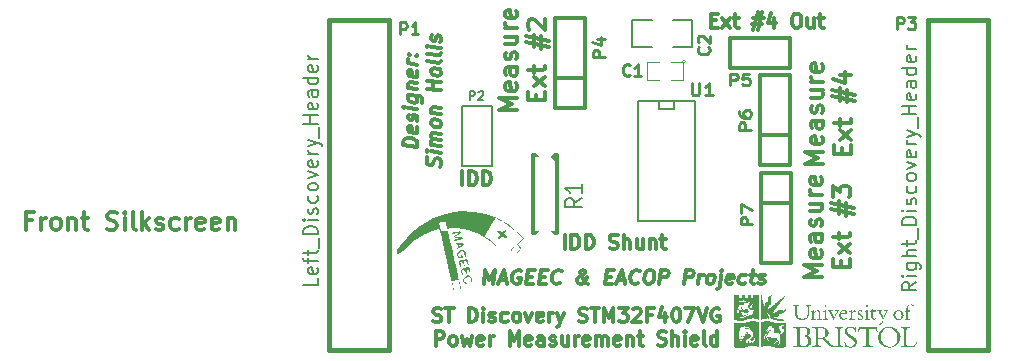
<source format=gto>
G04 (created by PCBNEW (2013-mar-13)-testing) date Fri 31 May 2013 15:23:22 BST*
%MOIN*%
G04 Gerber Fmt 3.4, Leading zero omitted, Abs format*
%FSLAX34Y34*%
G01*
G70*
G90*
G04 APERTURE LIST*
%ADD10C,0.006000*%
%ADD11C,0.011811*%
%ADD12C,0.003900*%
%ADD13C,0.005000*%
%ADD14C,0.015748*%
%ADD15C,0.015000*%
%ADD16C,0.012000*%
%ADD17C,0.008000*%
%ADD18C,0.000100*%
%ADD19C,0.009843*%
%ADD20C,0.010000*%
%ADD21R,0.035000X0.055000*%
%ADD22R,0.060000X0.080000*%
%ADD23R,0.060000X0.060000*%
%ADD24C,0.060000*%
%ADD25C,0.065000*%
%ADD26R,0.045000X0.020000*%
%ADD27R,0.055000X0.055000*%
%ADD28C,0.055000*%
G04 APERTURE END LIST*
G54D10*
G54D11*
X28481Y-40046D02*
X28284Y-40046D01*
X28284Y-40355D02*
X28284Y-39765D01*
X28565Y-39765D01*
X28790Y-40355D02*
X28790Y-39962D01*
X28790Y-40074D02*
X28818Y-40018D01*
X28847Y-39990D01*
X28903Y-39962D01*
X28959Y-39962D01*
X29240Y-40355D02*
X29184Y-40327D01*
X29156Y-40299D01*
X29128Y-40243D01*
X29128Y-40074D01*
X29156Y-40018D01*
X29184Y-39990D01*
X29240Y-39962D01*
X29325Y-39962D01*
X29381Y-39990D01*
X29409Y-40018D01*
X29437Y-40074D01*
X29437Y-40243D01*
X29409Y-40299D01*
X29381Y-40327D01*
X29325Y-40355D01*
X29240Y-40355D01*
X29690Y-39962D02*
X29690Y-40355D01*
X29690Y-40018D02*
X29718Y-39990D01*
X29775Y-39962D01*
X29859Y-39962D01*
X29915Y-39990D01*
X29943Y-40046D01*
X29943Y-40355D01*
X30140Y-39962D02*
X30365Y-39962D01*
X30224Y-39765D02*
X30224Y-40271D01*
X30253Y-40327D01*
X30309Y-40355D01*
X30365Y-40355D01*
X30984Y-40327D02*
X31068Y-40355D01*
X31209Y-40355D01*
X31265Y-40327D01*
X31293Y-40299D01*
X31321Y-40243D01*
X31321Y-40187D01*
X31293Y-40130D01*
X31265Y-40102D01*
X31209Y-40074D01*
X31096Y-40046D01*
X31040Y-40018D01*
X31012Y-39990D01*
X30984Y-39933D01*
X30984Y-39877D01*
X31012Y-39821D01*
X31040Y-39793D01*
X31096Y-39765D01*
X31237Y-39765D01*
X31321Y-39793D01*
X31574Y-40355D02*
X31574Y-39962D01*
X31574Y-39765D02*
X31546Y-39793D01*
X31574Y-39821D01*
X31602Y-39793D01*
X31574Y-39765D01*
X31574Y-39821D01*
X31940Y-40355D02*
X31884Y-40327D01*
X31856Y-40271D01*
X31856Y-39765D01*
X32165Y-40355D02*
X32165Y-39765D01*
X32221Y-40130D02*
X32390Y-40355D01*
X32390Y-39962D02*
X32165Y-40187D01*
X32615Y-40327D02*
X32671Y-40355D01*
X32784Y-40355D01*
X32840Y-40327D01*
X32868Y-40271D01*
X32868Y-40243D01*
X32840Y-40187D01*
X32784Y-40158D01*
X32699Y-40158D01*
X32643Y-40130D01*
X32615Y-40074D01*
X32615Y-40046D01*
X32643Y-39990D01*
X32699Y-39962D01*
X32784Y-39962D01*
X32840Y-39990D01*
X33374Y-40327D02*
X33318Y-40355D01*
X33205Y-40355D01*
X33149Y-40327D01*
X33121Y-40299D01*
X33093Y-40243D01*
X33093Y-40074D01*
X33121Y-40018D01*
X33149Y-39990D01*
X33205Y-39962D01*
X33318Y-39962D01*
X33374Y-39990D01*
X33627Y-40355D02*
X33627Y-39962D01*
X33627Y-40074D02*
X33655Y-40018D01*
X33683Y-39990D01*
X33740Y-39962D01*
X33796Y-39962D01*
X34218Y-40327D02*
X34161Y-40355D01*
X34049Y-40355D01*
X33993Y-40327D01*
X33965Y-40271D01*
X33965Y-40046D01*
X33993Y-39990D01*
X34049Y-39962D01*
X34161Y-39962D01*
X34218Y-39990D01*
X34246Y-40046D01*
X34246Y-40102D01*
X33965Y-40158D01*
X34724Y-40327D02*
X34668Y-40355D01*
X34555Y-40355D01*
X34499Y-40327D01*
X34471Y-40271D01*
X34471Y-40046D01*
X34499Y-39990D01*
X34555Y-39962D01*
X34668Y-39962D01*
X34724Y-39990D01*
X34752Y-40046D01*
X34752Y-40102D01*
X34471Y-40158D01*
X35005Y-39962D02*
X35005Y-40355D01*
X35005Y-40018D02*
X35033Y-39990D01*
X35089Y-39962D01*
X35174Y-39962D01*
X35230Y-39990D01*
X35258Y-40046D01*
X35258Y-40355D01*
X43543Y-42172D02*
X43602Y-41699D01*
X43717Y-42037D01*
X43917Y-41699D01*
X43858Y-42172D01*
X44077Y-42037D02*
X44302Y-42037D01*
X44015Y-42172D02*
X44232Y-41699D01*
X44330Y-42172D01*
X44791Y-41722D02*
X44749Y-41699D01*
X44682Y-41699D01*
X44611Y-41722D01*
X44561Y-41767D01*
X44533Y-41812D01*
X44499Y-41902D01*
X44491Y-41969D01*
X44502Y-42059D01*
X44519Y-42104D01*
X44558Y-42149D01*
X44623Y-42172D01*
X44668Y-42172D01*
X44738Y-42149D01*
X44763Y-42127D01*
X44783Y-41969D01*
X44693Y-41969D01*
X44991Y-41924D02*
X45149Y-41924D01*
X45185Y-42172D02*
X44960Y-42172D01*
X45019Y-41699D01*
X45244Y-41699D01*
X45419Y-41924D02*
X45576Y-41924D01*
X45613Y-42172D02*
X45388Y-42172D01*
X45447Y-41699D01*
X45672Y-41699D01*
X46091Y-42127D02*
X46065Y-42149D01*
X45995Y-42172D01*
X45950Y-42172D01*
X45885Y-42149D01*
X45846Y-42104D01*
X45829Y-42059D01*
X45818Y-41969D01*
X45826Y-41902D01*
X45860Y-41812D01*
X45888Y-41767D01*
X45939Y-41722D01*
X46009Y-41699D01*
X46054Y-41699D01*
X46119Y-41722D01*
X46138Y-41744D01*
X47030Y-42172D02*
X47007Y-42172D01*
X46965Y-42149D01*
X46906Y-42082D01*
X46811Y-41947D01*
X46774Y-41879D01*
X46760Y-41812D01*
X46766Y-41767D01*
X46794Y-41722D01*
X46841Y-41699D01*
X46864Y-41699D01*
X46906Y-41722D01*
X46923Y-41767D01*
X46920Y-41789D01*
X46892Y-41834D01*
X46867Y-41857D01*
X46721Y-41947D01*
X46695Y-41969D01*
X46667Y-42014D01*
X46659Y-42082D01*
X46676Y-42127D01*
X46695Y-42149D01*
X46737Y-42172D01*
X46805Y-42172D01*
X46853Y-42149D01*
X46878Y-42127D01*
X46957Y-42037D01*
X46988Y-41969D01*
X46993Y-41924D01*
X47623Y-41924D02*
X47781Y-41924D01*
X47817Y-42172D02*
X47592Y-42172D01*
X47651Y-41699D01*
X47876Y-41699D01*
X48014Y-42037D02*
X48239Y-42037D01*
X47952Y-42172D02*
X48169Y-41699D01*
X48267Y-42172D01*
X48700Y-42127D02*
X48675Y-42149D01*
X48605Y-42172D01*
X48560Y-42172D01*
X48495Y-42149D01*
X48456Y-42104D01*
X48439Y-42059D01*
X48428Y-41969D01*
X48436Y-41902D01*
X48470Y-41812D01*
X48498Y-41767D01*
X48548Y-41722D01*
X48619Y-41699D01*
X48664Y-41699D01*
X48728Y-41722D01*
X48748Y-41744D01*
X49046Y-41699D02*
X49136Y-41699D01*
X49178Y-41722D01*
X49218Y-41767D01*
X49229Y-41857D01*
X49209Y-42014D01*
X49176Y-42104D01*
X49125Y-42149D01*
X49077Y-42172D01*
X48987Y-42172D01*
X48945Y-42149D01*
X48906Y-42104D01*
X48894Y-42014D01*
X48914Y-41857D01*
X48948Y-41767D01*
X48998Y-41722D01*
X49046Y-41699D01*
X49392Y-42172D02*
X49451Y-41699D01*
X49631Y-41699D01*
X49673Y-41722D01*
X49693Y-41744D01*
X49710Y-41789D01*
X49701Y-41857D01*
X49673Y-41902D01*
X49648Y-41924D01*
X49600Y-41947D01*
X49420Y-41947D01*
X50224Y-42172D02*
X50284Y-41699D01*
X50464Y-41699D01*
X50506Y-41722D01*
X50525Y-41744D01*
X50542Y-41789D01*
X50534Y-41857D01*
X50506Y-41902D01*
X50480Y-41924D01*
X50433Y-41947D01*
X50253Y-41947D01*
X50697Y-42172D02*
X50736Y-41857D01*
X50725Y-41947D02*
X50753Y-41902D01*
X50778Y-41879D01*
X50826Y-41857D01*
X50871Y-41857D01*
X51057Y-42172D02*
X51015Y-42149D01*
X50995Y-42127D01*
X50978Y-42082D01*
X50995Y-41947D01*
X51023Y-41902D01*
X51048Y-41879D01*
X51096Y-41857D01*
X51164Y-41857D01*
X51206Y-41879D01*
X51226Y-41902D01*
X51242Y-41947D01*
X51226Y-42082D01*
X51197Y-42127D01*
X51172Y-42149D01*
X51124Y-42172D01*
X51057Y-42172D01*
X51456Y-41857D02*
X51406Y-42262D01*
X51377Y-42307D01*
X51330Y-42329D01*
X51307Y-42329D01*
X51476Y-41699D02*
X51451Y-41722D01*
X51470Y-41744D01*
X51496Y-41722D01*
X51476Y-41699D01*
X51470Y-41744D01*
X51825Y-42149D02*
X51777Y-42172D01*
X51687Y-42172D01*
X51645Y-42149D01*
X51628Y-42104D01*
X51650Y-41924D01*
X51678Y-41879D01*
X51726Y-41857D01*
X51816Y-41857D01*
X51858Y-41879D01*
X51875Y-41924D01*
X51870Y-41969D01*
X51639Y-42014D01*
X52252Y-42149D02*
X52204Y-42172D01*
X52114Y-42172D01*
X52072Y-42149D01*
X52052Y-42127D01*
X52035Y-42082D01*
X52052Y-41947D01*
X52080Y-41902D01*
X52106Y-41879D01*
X52154Y-41857D01*
X52244Y-41857D01*
X52286Y-41879D01*
X52424Y-41857D02*
X52604Y-41857D01*
X52511Y-41699D02*
X52460Y-42104D01*
X52477Y-42149D01*
X52519Y-42172D01*
X52564Y-42172D01*
X52702Y-42149D02*
X52744Y-42172D01*
X52834Y-42172D01*
X52882Y-42149D01*
X52910Y-42104D01*
X52913Y-42082D01*
X52896Y-42037D01*
X52854Y-42014D01*
X52786Y-42014D01*
X52744Y-41992D01*
X52727Y-41947D01*
X52730Y-41924D01*
X52758Y-41879D01*
X52806Y-41857D01*
X52874Y-41857D01*
X52916Y-41879D01*
X41335Y-37598D02*
X40863Y-37539D01*
X40863Y-37426D01*
X40885Y-37362D01*
X40930Y-37322D01*
X40975Y-37305D01*
X41065Y-37294D01*
X41133Y-37303D01*
X41223Y-37336D01*
X41268Y-37365D01*
X41313Y-37415D01*
X41335Y-37485D01*
X41335Y-37598D01*
X41313Y-36943D02*
X41335Y-36991D01*
X41335Y-37080D01*
X41313Y-37123D01*
X41268Y-37140D01*
X41088Y-37117D01*
X41043Y-37089D01*
X41020Y-37041D01*
X41020Y-36951D01*
X41043Y-36909D01*
X41088Y-36892D01*
X41133Y-36898D01*
X41178Y-37128D01*
X41313Y-36740D02*
X41335Y-36698D01*
X41335Y-36608D01*
X41313Y-36560D01*
X41268Y-36532D01*
X41245Y-36529D01*
X41200Y-36546D01*
X41178Y-36588D01*
X41178Y-36656D01*
X41155Y-36698D01*
X41110Y-36715D01*
X41088Y-36712D01*
X41043Y-36684D01*
X41020Y-36636D01*
X41020Y-36569D01*
X41043Y-36526D01*
X41335Y-36338D02*
X41020Y-36299D01*
X40863Y-36279D02*
X40885Y-36304D01*
X40908Y-36285D01*
X40885Y-36259D01*
X40863Y-36279D01*
X40908Y-36285D01*
X41020Y-35871D02*
X41403Y-35919D01*
X41448Y-35947D01*
X41470Y-35973D01*
X41493Y-36020D01*
X41493Y-36088D01*
X41470Y-36130D01*
X41313Y-35908D02*
X41335Y-35956D01*
X41335Y-36046D01*
X41313Y-36088D01*
X41290Y-36107D01*
X41245Y-36124D01*
X41110Y-36107D01*
X41065Y-36079D01*
X41043Y-36054D01*
X41020Y-36006D01*
X41020Y-35916D01*
X41043Y-35874D01*
X41020Y-35646D02*
X41335Y-35686D01*
X41065Y-35652D02*
X41043Y-35627D01*
X41020Y-35579D01*
X41020Y-35511D01*
X41043Y-35469D01*
X41088Y-35452D01*
X41335Y-35483D01*
X41313Y-35075D02*
X41335Y-35123D01*
X41335Y-35213D01*
X41313Y-35255D01*
X41268Y-35272D01*
X41088Y-35250D01*
X41043Y-35222D01*
X41020Y-35174D01*
X41020Y-35084D01*
X41043Y-35042D01*
X41088Y-35025D01*
X41133Y-35030D01*
X41178Y-35261D01*
X41335Y-34853D02*
X41020Y-34814D01*
X41110Y-34825D02*
X41065Y-34797D01*
X41043Y-34772D01*
X41020Y-34724D01*
X41020Y-34679D01*
X41290Y-34555D02*
X41313Y-34535D01*
X41335Y-34561D01*
X41313Y-34580D01*
X41290Y-34555D01*
X41335Y-34561D01*
X41043Y-34524D02*
X41065Y-34505D01*
X41088Y-34530D01*
X41065Y-34550D01*
X41043Y-34524D01*
X41088Y-34530D01*
X42092Y-38259D02*
X42115Y-38194D01*
X42115Y-38082D01*
X42092Y-38034D01*
X42070Y-38008D01*
X42025Y-37980D01*
X41980Y-37975D01*
X41935Y-37992D01*
X41912Y-38011D01*
X41890Y-38053D01*
X41867Y-38141D01*
X41845Y-38183D01*
X41822Y-38203D01*
X41777Y-38219D01*
X41732Y-38214D01*
X41687Y-38186D01*
X41665Y-38160D01*
X41642Y-38113D01*
X41642Y-38000D01*
X41665Y-37935D01*
X42115Y-37789D02*
X41800Y-37750D01*
X41642Y-37730D02*
X41665Y-37755D01*
X41687Y-37736D01*
X41665Y-37710D01*
X41642Y-37730D01*
X41687Y-37736D01*
X42115Y-37564D02*
X41800Y-37525D01*
X41845Y-37530D02*
X41822Y-37505D01*
X41800Y-37457D01*
X41800Y-37390D01*
X41822Y-37348D01*
X41867Y-37331D01*
X42115Y-37362D01*
X41867Y-37331D02*
X41822Y-37303D01*
X41800Y-37255D01*
X41800Y-37187D01*
X41822Y-37145D01*
X41867Y-37128D01*
X42115Y-37159D01*
X42115Y-36867D02*
X42092Y-36909D01*
X42070Y-36929D01*
X42025Y-36946D01*
X41890Y-36929D01*
X41845Y-36901D01*
X41822Y-36875D01*
X41800Y-36827D01*
X41800Y-36760D01*
X41822Y-36718D01*
X41845Y-36698D01*
X41890Y-36681D01*
X42025Y-36698D01*
X42070Y-36726D01*
X42092Y-36751D01*
X42115Y-36799D01*
X42115Y-36867D01*
X41800Y-36467D02*
X42115Y-36507D01*
X41845Y-36473D02*
X41822Y-36448D01*
X41800Y-36400D01*
X41800Y-36332D01*
X41822Y-36290D01*
X41867Y-36273D01*
X42115Y-36304D01*
X42115Y-35719D02*
X41642Y-35660D01*
X41867Y-35688D02*
X41867Y-35419D01*
X42115Y-35449D02*
X41642Y-35390D01*
X42115Y-35157D02*
X42092Y-35199D01*
X42070Y-35219D01*
X42025Y-35236D01*
X41890Y-35219D01*
X41845Y-35191D01*
X41822Y-35165D01*
X41800Y-35118D01*
X41800Y-35050D01*
X41822Y-35008D01*
X41845Y-34988D01*
X41890Y-34971D01*
X42025Y-34988D01*
X42070Y-35016D01*
X42092Y-35042D01*
X42115Y-35089D01*
X42115Y-35157D01*
X42115Y-34730D02*
X42092Y-34772D01*
X42047Y-34789D01*
X41642Y-34738D01*
X42115Y-34482D02*
X42092Y-34524D01*
X42047Y-34541D01*
X41642Y-34491D01*
X42115Y-34302D02*
X41800Y-34263D01*
X41642Y-34243D02*
X41665Y-34268D01*
X41687Y-34249D01*
X41665Y-34223D01*
X41642Y-34243D01*
X41687Y-34249D01*
X42092Y-34097D02*
X42115Y-34055D01*
X42115Y-33965D01*
X42092Y-33917D01*
X42047Y-33889D01*
X42025Y-33886D01*
X41980Y-33903D01*
X41957Y-33945D01*
X41957Y-34012D01*
X41935Y-34055D01*
X41890Y-34071D01*
X41867Y-34069D01*
X41822Y-34041D01*
X41800Y-33993D01*
X41800Y-33925D01*
X41822Y-33883D01*
X41863Y-43419D02*
X41930Y-43442D01*
X42043Y-43442D01*
X42088Y-43419D01*
X42110Y-43397D01*
X42133Y-43352D01*
X42133Y-43307D01*
X42110Y-43262D01*
X42088Y-43239D01*
X42043Y-43217D01*
X41953Y-43194D01*
X41908Y-43172D01*
X41885Y-43149D01*
X41863Y-43104D01*
X41863Y-43059D01*
X41885Y-43014D01*
X41908Y-42992D01*
X41953Y-42969D01*
X42065Y-42969D01*
X42133Y-42992D01*
X42267Y-42969D02*
X42537Y-42969D01*
X42402Y-43442D02*
X42402Y-42969D01*
X43055Y-43442D02*
X43055Y-42969D01*
X43167Y-42969D01*
X43235Y-42992D01*
X43280Y-43037D01*
X43302Y-43082D01*
X43325Y-43172D01*
X43325Y-43239D01*
X43302Y-43329D01*
X43280Y-43374D01*
X43235Y-43419D01*
X43167Y-43442D01*
X43055Y-43442D01*
X43527Y-43442D02*
X43527Y-43127D01*
X43527Y-42969D02*
X43505Y-42992D01*
X43527Y-43014D01*
X43550Y-42992D01*
X43527Y-42969D01*
X43527Y-43014D01*
X43730Y-43419D02*
X43775Y-43442D01*
X43865Y-43442D01*
X43910Y-43419D01*
X43932Y-43374D01*
X43932Y-43352D01*
X43910Y-43307D01*
X43865Y-43284D01*
X43797Y-43284D01*
X43752Y-43262D01*
X43730Y-43217D01*
X43730Y-43194D01*
X43752Y-43149D01*
X43797Y-43127D01*
X43865Y-43127D01*
X43910Y-43149D01*
X44337Y-43419D02*
X44292Y-43442D01*
X44202Y-43442D01*
X44157Y-43419D01*
X44135Y-43397D01*
X44112Y-43352D01*
X44112Y-43217D01*
X44135Y-43172D01*
X44157Y-43149D01*
X44202Y-43127D01*
X44292Y-43127D01*
X44337Y-43149D01*
X44607Y-43442D02*
X44562Y-43419D01*
X44540Y-43397D01*
X44517Y-43352D01*
X44517Y-43217D01*
X44540Y-43172D01*
X44562Y-43149D01*
X44607Y-43127D01*
X44675Y-43127D01*
X44720Y-43149D01*
X44742Y-43172D01*
X44765Y-43217D01*
X44765Y-43352D01*
X44742Y-43397D01*
X44720Y-43419D01*
X44675Y-43442D01*
X44607Y-43442D01*
X44922Y-43127D02*
X45035Y-43442D01*
X45147Y-43127D01*
X45507Y-43419D02*
X45462Y-43442D01*
X45372Y-43442D01*
X45327Y-43419D01*
X45305Y-43374D01*
X45305Y-43194D01*
X45327Y-43149D01*
X45372Y-43127D01*
X45462Y-43127D01*
X45507Y-43149D01*
X45530Y-43194D01*
X45530Y-43239D01*
X45305Y-43284D01*
X45732Y-43442D02*
X45732Y-43127D01*
X45732Y-43217D02*
X45755Y-43172D01*
X45777Y-43149D01*
X45822Y-43127D01*
X45867Y-43127D01*
X45980Y-43127D02*
X46092Y-43442D01*
X46205Y-43127D02*
X46092Y-43442D01*
X46047Y-43554D01*
X46025Y-43577D01*
X45980Y-43599D01*
X46722Y-43419D02*
X46789Y-43442D01*
X46902Y-43442D01*
X46947Y-43419D01*
X46969Y-43397D01*
X46992Y-43352D01*
X46992Y-43307D01*
X46969Y-43262D01*
X46947Y-43239D01*
X46902Y-43217D01*
X46812Y-43194D01*
X46767Y-43172D01*
X46744Y-43149D01*
X46722Y-43104D01*
X46722Y-43059D01*
X46744Y-43014D01*
X46767Y-42992D01*
X46812Y-42969D01*
X46924Y-42969D01*
X46992Y-42992D01*
X47127Y-42969D02*
X47397Y-42969D01*
X47262Y-43442D02*
X47262Y-42969D01*
X47554Y-43442D02*
X47554Y-42969D01*
X47712Y-43307D01*
X47869Y-42969D01*
X47869Y-43442D01*
X48049Y-42969D02*
X48342Y-42969D01*
X48184Y-43149D01*
X48252Y-43149D01*
X48297Y-43172D01*
X48319Y-43194D01*
X48342Y-43239D01*
X48342Y-43352D01*
X48319Y-43397D01*
X48297Y-43419D01*
X48252Y-43442D01*
X48117Y-43442D01*
X48072Y-43419D01*
X48049Y-43397D01*
X48522Y-43014D02*
X48544Y-42992D01*
X48589Y-42969D01*
X48702Y-42969D01*
X48747Y-42992D01*
X48769Y-43014D01*
X48792Y-43059D01*
X48792Y-43104D01*
X48769Y-43172D01*
X48499Y-43442D01*
X48792Y-43442D01*
X49152Y-43194D02*
X48994Y-43194D01*
X48994Y-43442D02*
X48994Y-42969D01*
X49219Y-42969D01*
X49602Y-43127D02*
X49602Y-43442D01*
X49489Y-42947D02*
X49377Y-43284D01*
X49669Y-43284D01*
X49939Y-42969D02*
X49984Y-42969D01*
X50029Y-42992D01*
X50052Y-43014D01*
X50074Y-43059D01*
X50097Y-43149D01*
X50097Y-43262D01*
X50074Y-43352D01*
X50052Y-43397D01*
X50029Y-43419D01*
X49984Y-43442D01*
X49939Y-43442D01*
X49894Y-43419D01*
X49872Y-43397D01*
X49849Y-43352D01*
X49827Y-43262D01*
X49827Y-43149D01*
X49849Y-43059D01*
X49872Y-43014D01*
X49894Y-42992D01*
X49939Y-42969D01*
X50254Y-42969D02*
X50569Y-42969D01*
X50366Y-43442D01*
X50681Y-42969D02*
X50839Y-43442D01*
X50996Y-42969D01*
X51401Y-42992D02*
X51356Y-42969D01*
X51289Y-42969D01*
X51221Y-42992D01*
X51176Y-43037D01*
X51154Y-43082D01*
X51131Y-43172D01*
X51131Y-43239D01*
X51154Y-43329D01*
X51176Y-43374D01*
X51221Y-43419D01*
X51289Y-43442D01*
X51334Y-43442D01*
X51401Y-43419D01*
X51424Y-43397D01*
X51424Y-43239D01*
X51334Y-43239D01*
X41953Y-44221D02*
X41953Y-43749D01*
X42133Y-43749D01*
X42178Y-43771D01*
X42200Y-43794D01*
X42223Y-43839D01*
X42223Y-43906D01*
X42200Y-43951D01*
X42178Y-43974D01*
X42133Y-43996D01*
X41953Y-43996D01*
X42492Y-44221D02*
X42447Y-44199D01*
X42425Y-44176D01*
X42402Y-44131D01*
X42402Y-43996D01*
X42425Y-43951D01*
X42447Y-43929D01*
X42492Y-43906D01*
X42560Y-43906D01*
X42605Y-43929D01*
X42627Y-43951D01*
X42650Y-43996D01*
X42650Y-44131D01*
X42627Y-44176D01*
X42605Y-44199D01*
X42560Y-44221D01*
X42492Y-44221D01*
X42807Y-43906D02*
X42897Y-44221D01*
X42987Y-43996D01*
X43077Y-44221D01*
X43167Y-43906D01*
X43527Y-44199D02*
X43482Y-44221D01*
X43392Y-44221D01*
X43347Y-44199D01*
X43325Y-44154D01*
X43325Y-43974D01*
X43347Y-43929D01*
X43392Y-43906D01*
X43482Y-43906D01*
X43527Y-43929D01*
X43550Y-43974D01*
X43550Y-44019D01*
X43325Y-44064D01*
X43752Y-44221D02*
X43752Y-43906D01*
X43752Y-43996D02*
X43775Y-43951D01*
X43797Y-43929D01*
X43842Y-43906D01*
X43887Y-43906D01*
X44405Y-44221D02*
X44405Y-43749D01*
X44562Y-44086D01*
X44720Y-43749D01*
X44720Y-44221D01*
X45125Y-44199D02*
X45080Y-44221D01*
X44990Y-44221D01*
X44945Y-44199D01*
X44922Y-44154D01*
X44922Y-43974D01*
X44945Y-43929D01*
X44990Y-43906D01*
X45080Y-43906D01*
X45125Y-43929D01*
X45147Y-43974D01*
X45147Y-44019D01*
X44922Y-44064D01*
X45552Y-44221D02*
X45552Y-43974D01*
X45530Y-43929D01*
X45485Y-43906D01*
X45395Y-43906D01*
X45350Y-43929D01*
X45552Y-44199D02*
X45507Y-44221D01*
X45395Y-44221D01*
X45350Y-44199D01*
X45327Y-44154D01*
X45327Y-44109D01*
X45350Y-44064D01*
X45395Y-44041D01*
X45507Y-44041D01*
X45552Y-44019D01*
X45755Y-44199D02*
X45800Y-44221D01*
X45890Y-44221D01*
X45935Y-44199D01*
X45957Y-44154D01*
X45957Y-44131D01*
X45935Y-44086D01*
X45890Y-44064D01*
X45822Y-44064D01*
X45777Y-44041D01*
X45755Y-43996D01*
X45755Y-43974D01*
X45777Y-43929D01*
X45822Y-43906D01*
X45890Y-43906D01*
X45935Y-43929D01*
X46362Y-43906D02*
X46362Y-44221D01*
X46160Y-43906D02*
X46160Y-44154D01*
X46182Y-44199D01*
X46227Y-44221D01*
X46294Y-44221D01*
X46339Y-44199D01*
X46362Y-44176D01*
X46587Y-44221D02*
X46587Y-43906D01*
X46587Y-43996D02*
X46609Y-43951D01*
X46632Y-43929D01*
X46677Y-43906D01*
X46722Y-43906D01*
X47059Y-44199D02*
X47014Y-44221D01*
X46924Y-44221D01*
X46879Y-44199D01*
X46857Y-44154D01*
X46857Y-43974D01*
X46879Y-43929D01*
X46924Y-43906D01*
X47014Y-43906D01*
X47059Y-43929D01*
X47082Y-43974D01*
X47082Y-44019D01*
X46857Y-44064D01*
X47284Y-44221D02*
X47284Y-43906D01*
X47284Y-43951D02*
X47307Y-43929D01*
X47352Y-43906D01*
X47419Y-43906D01*
X47464Y-43929D01*
X47487Y-43974D01*
X47487Y-44221D01*
X47487Y-43974D02*
X47509Y-43929D01*
X47554Y-43906D01*
X47622Y-43906D01*
X47667Y-43929D01*
X47689Y-43974D01*
X47689Y-44221D01*
X48094Y-44199D02*
X48049Y-44221D01*
X47959Y-44221D01*
X47914Y-44199D01*
X47892Y-44154D01*
X47892Y-43974D01*
X47914Y-43929D01*
X47959Y-43906D01*
X48049Y-43906D01*
X48094Y-43929D01*
X48117Y-43974D01*
X48117Y-44019D01*
X47892Y-44064D01*
X48319Y-43906D02*
X48319Y-44221D01*
X48319Y-43951D02*
X48342Y-43929D01*
X48387Y-43906D01*
X48454Y-43906D01*
X48499Y-43929D01*
X48522Y-43974D01*
X48522Y-44221D01*
X48679Y-43906D02*
X48859Y-43906D01*
X48747Y-43749D02*
X48747Y-44154D01*
X48769Y-44199D01*
X48814Y-44221D01*
X48859Y-44221D01*
X49354Y-44199D02*
X49422Y-44221D01*
X49534Y-44221D01*
X49579Y-44199D01*
X49602Y-44176D01*
X49624Y-44131D01*
X49624Y-44086D01*
X49602Y-44041D01*
X49579Y-44019D01*
X49534Y-43996D01*
X49444Y-43974D01*
X49399Y-43951D01*
X49377Y-43929D01*
X49354Y-43884D01*
X49354Y-43839D01*
X49377Y-43794D01*
X49399Y-43771D01*
X49444Y-43749D01*
X49557Y-43749D01*
X49624Y-43771D01*
X49827Y-44221D02*
X49827Y-43749D01*
X50029Y-44221D02*
X50029Y-43974D01*
X50007Y-43929D01*
X49962Y-43906D01*
X49894Y-43906D01*
X49849Y-43929D01*
X49827Y-43951D01*
X50254Y-44221D02*
X50254Y-43906D01*
X50254Y-43749D02*
X50232Y-43771D01*
X50254Y-43794D01*
X50276Y-43771D01*
X50254Y-43749D01*
X50254Y-43794D01*
X50659Y-44199D02*
X50614Y-44221D01*
X50524Y-44221D01*
X50479Y-44199D01*
X50456Y-44154D01*
X50456Y-43974D01*
X50479Y-43929D01*
X50524Y-43906D01*
X50614Y-43906D01*
X50659Y-43929D01*
X50681Y-43974D01*
X50681Y-44019D01*
X50456Y-44064D01*
X50951Y-44221D02*
X50906Y-44199D01*
X50884Y-44154D01*
X50884Y-43749D01*
X51334Y-44221D02*
X51334Y-43749D01*
X51334Y-44199D02*
X51289Y-44221D01*
X51199Y-44221D01*
X51154Y-44199D01*
X51131Y-44176D01*
X51109Y-44131D01*
X51109Y-43996D01*
X51131Y-43951D01*
X51154Y-43929D01*
X51199Y-43906D01*
X51289Y-43906D01*
X51334Y-43929D01*
X51117Y-33381D02*
X51275Y-33381D01*
X51342Y-33629D02*
X51117Y-33629D01*
X51117Y-33156D01*
X51342Y-33156D01*
X51500Y-33629D02*
X51747Y-33314D01*
X51500Y-33314D02*
X51747Y-33629D01*
X51860Y-33314D02*
X52040Y-33314D01*
X51927Y-33156D02*
X51927Y-33561D01*
X51950Y-33606D01*
X51995Y-33629D01*
X52040Y-33629D01*
X52535Y-33314D02*
X52872Y-33314D01*
X52670Y-33111D02*
X52535Y-33719D01*
X52827Y-33516D02*
X52490Y-33516D01*
X52692Y-33719D02*
X52827Y-33111D01*
X53232Y-33314D02*
X53232Y-33629D01*
X53120Y-33134D02*
X53007Y-33471D01*
X53300Y-33471D01*
X53929Y-33156D02*
X54019Y-33156D01*
X54064Y-33179D01*
X54109Y-33224D01*
X54132Y-33314D01*
X54132Y-33471D01*
X54109Y-33561D01*
X54064Y-33606D01*
X54019Y-33629D01*
X53929Y-33629D01*
X53884Y-33606D01*
X53839Y-33561D01*
X53817Y-33471D01*
X53817Y-33314D01*
X53839Y-33224D01*
X53884Y-33179D01*
X53929Y-33156D01*
X54537Y-33314D02*
X54537Y-33629D01*
X54334Y-33314D02*
X54334Y-33561D01*
X54357Y-33606D01*
X54402Y-33629D01*
X54469Y-33629D01*
X54514Y-33606D01*
X54537Y-33584D01*
X54694Y-33314D02*
X54874Y-33314D01*
X54762Y-33156D02*
X54762Y-33561D01*
X54784Y-33606D01*
X54829Y-33629D01*
X54874Y-33629D01*
X54853Y-38155D02*
X54263Y-38155D01*
X54685Y-37958D01*
X54263Y-37761D01*
X54853Y-37761D01*
X54825Y-37255D02*
X54853Y-37311D01*
X54853Y-37424D01*
X54825Y-37480D01*
X54769Y-37508D01*
X54544Y-37508D01*
X54488Y-37480D01*
X54460Y-37424D01*
X54460Y-37311D01*
X54488Y-37255D01*
X54544Y-37227D01*
X54600Y-37227D01*
X54656Y-37508D01*
X54853Y-36721D02*
X54544Y-36721D01*
X54488Y-36749D01*
X54460Y-36805D01*
X54460Y-36917D01*
X54488Y-36974D01*
X54825Y-36721D02*
X54853Y-36777D01*
X54853Y-36917D01*
X54825Y-36974D01*
X54769Y-37002D01*
X54713Y-37002D01*
X54656Y-36974D01*
X54628Y-36917D01*
X54628Y-36777D01*
X54600Y-36721D01*
X54825Y-36467D02*
X54853Y-36411D01*
X54853Y-36299D01*
X54825Y-36242D01*
X54769Y-36214D01*
X54741Y-36214D01*
X54685Y-36242D01*
X54656Y-36299D01*
X54656Y-36383D01*
X54628Y-36439D01*
X54572Y-36467D01*
X54544Y-36467D01*
X54488Y-36439D01*
X54460Y-36383D01*
X54460Y-36299D01*
X54488Y-36242D01*
X54460Y-35708D02*
X54853Y-35708D01*
X54460Y-35961D02*
X54769Y-35961D01*
X54825Y-35933D01*
X54853Y-35877D01*
X54853Y-35793D01*
X54825Y-35736D01*
X54797Y-35708D01*
X54853Y-35427D02*
X54460Y-35427D01*
X54572Y-35427D02*
X54516Y-35399D01*
X54488Y-35371D01*
X54460Y-35314D01*
X54460Y-35258D01*
X54825Y-34836D02*
X54853Y-34893D01*
X54853Y-35005D01*
X54825Y-35061D01*
X54769Y-35089D01*
X54544Y-35089D01*
X54488Y-35061D01*
X54460Y-35005D01*
X54460Y-34893D01*
X54488Y-34836D01*
X54544Y-34808D01*
X54600Y-34808D01*
X54656Y-35089D01*
X55489Y-37831D02*
X55489Y-37634D01*
X55798Y-37550D02*
X55798Y-37831D01*
X55208Y-37831D01*
X55208Y-37550D01*
X55798Y-37353D02*
X55404Y-37044D01*
X55404Y-37353D02*
X55798Y-37044D01*
X55404Y-36903D02*
X55404Y-36678D01*
X55208Y-36819D02*
X55714Y-36819D01*
X55770Y-36791D01*
X55798Y-36735D01*
X55798Y-36678D01*
X55404Y-36060D02*
X55404Y-35638D01*
X55151Y-35891D02*
X55911Y-36060D01*
X55658Y-35694D02*
X55658Y-36116D01*
X55911Y-35863D02*
X55151Y-35694D01*
X55404Y-35188D02*
X55798Y-35188D01*
X55179Y-35329D02*
X55601Y-35469D01*
X55601Y-35104D01*
X54824Y-41934D02*
X54233Y-41934D01*
X54655Y-41737D01*
X54233Y-41541D01*
X54824Y-41541D01*
X54796Y-41034D02*
X54824Y-41091D01*
X54824Y-41203D01*
X54796Y-41259D01*
X54739Y-41287D01*
X54514Y-41287D01*
X54458Y-41259D01*
X54430Y-41203D01*
X54430Y-41091D01*
X54458Y-41034D01*
X54514Y-41006D01*
X54571Y-41006D01*
X54627Y-41287D01*
X54824Y-40500D02*
X54514Y-40500D01*
X54458Y-40528D01*
X54430Y-40584D01*
X54430Y-40697D01*
X54458Y-40753D01*
X54796Y-40500D02*
X54824Y-40556D01*
X54824Y-40697D01*
X54796Y-40753D01*
X54739Y-40781D01*
X54683Y-40781D01*
X54627Y-40753D01*
X54599Y-40697D01*
X54599Y-40556D01*
X54571Y-40500D01*
X54796Y-40247D02*
X54824Y-40191D01*
X54824Y-40078D01*
X54796Y-40022D01*
X54739Y-39994D01*
X54711Y-39994D01*
X54655Y-40022D01*
X54627Y-40078D01*
X54627Y-40163D01*
X54599Y-40219D01*
X54543Y-40247D01*
X54514Y-40247D01*
X54458Y-40219D01*
X54430Y-40163D01*
X54430Y-40078D01*
X54458Y-40022D01*
X54430Y-39488D02*
X54824Y-39488D01*
X54430Y-39741D02*
X54739Y-39741D01*
X54796Y-39713D01*
X54824Y-39656D01*
X54824Y-39572D01*
X54796Y-39516D01*
X54767Y-39488D01*
X54824Y-39206D02*
X54430Y-39206D01*
X54543Y-39206D02*
X54486Y-39178D01*
X54458Y-39150D01*
X54430Y-39094D01*
X54430Y-39038D01*
X54796Y-38616D02*
X54824Y-38672D01*
X54824Y-38785D01*
X54796Y-38841D01*
X54739Y-38869D01*
X54514Y-38869D01*
X54458Y-38841D01*
X54430Y-38785D01*
X54430Y-38672D01*
X54458Y-38616D01*
X54514Y-38588D01*
X54571Y-38588D01*
X54627Y-38869D01*
X55459Y-41611D02*
X55459Y-41414D01*
X55769Y-41330D02*
X55769Y-41611D01*
X55178Y-41611D01*
X55178Y-41330D01*
X55769Y-41133D02*
X55375Y-40823D01*
X55375Y-41133D02*
X55769Y-40823D01*
X55375Y-40683D02*
X55375Y-40458D01*
X55178Y-40598D02*
X55684Y-40598D01*
X55741Y-40570D01*
X55769Y-40514D01*
X55769Y-40458D01*
X55375Y-39839D02*
X55375Y-39417D01*
X55122Y-39670D02*
X55881Y-39839D01*
X55628Y-39474D02*
X55628Y-39895D01*
X55881Y-39642D02*
X55122Y-39474D01*
X55178Y-39277D02*
X55178Y-38911D01*
X55403Y-39108D01*
X55403Y-39024D01*
X55431Y-38967D01*
X55459Y-38939D01*
X55516Y-38911D01*
X55656Y-38911D01*
X55712Y-38939D01*
X55741Y-38967D01*
X55769Y-39024D01*
X55769Y-39192D01*
X55741Y-39249D01*
X55712Y-39277D01*
X44656Y-36373D02*
X44066Y-36373D01*
X44488Y-36176D01*
X44066Y-35980D01*
X44656Y-35980D01*
X44628Y-35473D02*
X44656Y-35530D01*
X44656Y-35642D01*
X44628Y-35698D01*
X44572Y-35726D01*
X44347Y-35726D01*
X44291Y-35698D01*
X44263Y-35642D01*
X44263Y-35530D01*
X44291Y-35473D01*
X44347Y-35445D01*
X44403Y-35445D01*
X44460Y-35726D01*
X44656Y-34939D02*
X44347Y-34939D01*
X44291Y-34967D01*
X44263Y-35023D01*
X44263Y-35136D01*
X44291Y-35192D01*
X44628Y-34939D02*
X44656Y-34995D01*
X44656Y-35136D01*
X44628Y-35192D01*
X44572Y-35220D01*
X44516Y-35220D01*
X44460Y-35192D01*
X44431Y-35136D01*
X44431Y-34995D01*
X44403Y-34939D01*
X44628Y-34686D02*
X44656Y-34630D01*
X44656Y-34517D01*
X44628Y-34461D01*
X44572Y-34433D01*
X44544Y-34433D01*
X44488Y-34461D01*
X44460Y-34517D01*
X44460Y-34602D01*
X44431Y-34658D01*
X44375Y-34686D01*
X44347Y-34686D01*
X44291Y-34658D01*
X44263Y-34602D01*
X44263Y-34517D01*
X44291Y-34461D01*
X44263Y-33927D02*
X44656Y-33927D01*
X44263Y-34180D02*
X44572Y-34180D01*
X44628Y-34152D01*
X44656Y-34095D01*
X44656Y-34011D01*
X44628Y-33955D01*
X44600Y-33927D01*
X44656Y-33645D02*
X44263Y-33645D01*
X44375Y-33645D02*
X44319Y-33617D01*
X44291Y-33589D01*
X44263Y-33533D01*
X44263Y-33477D01*
X44628Y-33055D02*
X44656Y-33111D01*
X44656Y-33224D01*
X44628Y-33280D01*
X44572Y-33308D01*
X44347Y-33308D01*
X44291Y-33280D01*
X44263Y-33224D01*
X44263Y-33111D01*
X44291Y-33055D01*
X44347Y-33027D01*
X44403Y-33027D01*
X44460Y-33308D01*
X45292Y-36050D02*
X45292Y-35853D01*
X45601Y-35769D02*
X45601Y-36050D01*
X45011Y-36050D01*
X45011Y-35769D01*
X45601Y-35572D02*
X45208Y-35262D01*
X45208Y-35572D02*
X45601Y-35262D01*
X45208Y-35122D02*
X45208Y-34897D01*
X45011Y-35037D02*
X45517Y-35037D01*
X45573Y-35009D01*
X45601Y-34953D01*
X45601Y-34897D01*
X45208Y-34278D02*
X45208Y-33856D01*
X44955Y-34109D02*
X45714Y-34278D01*
X45461Y-33913D02*
X45461Y-34334D01*
X45714Y-34081D02*
X44955Y-33913D01*
X45067Y-33688D02*
X45039Y-33660D01*
X45011Y-33603D01*
X45011Y-33463D01*
X45039Y-33406D01*
X45067Y-33378D01*
X45123Y-33350D01*
X45179Y-33350D01*
X45264Y-33378D01*
X45601Y-33716D01*
X45601Y-33350D01*
X42824Y-38884D02*
X42824Y-38412D01*
X43049Y-38884D02*
X43049Y-38412D01*
X43162Y-38412D01*
X43229Y-38435D01*
X43274Y-38480D01*
X43297Y-38525D01*
X43319Y-38615D01*
X43319Y-38682D01*
X43297Y-38772D01*
X43274Y-38817D01*
X43229Y-38862D01*
X43162Y-38884D01*
X43049Y-38884D01*
X43522Y-38884D02*
X43522Y-38412D01*
X43634Y-38412D01*
X43702Y-38435D01*
X43747Y-38480D01*
X43769Y-38525D01*
X43792Y-38615D01*
X43792Y-38682D01*
X43769Y-38772D01*
X43747Y-38817D01*
X43702Y-38862D01*
X43634Y-38884D01*
X43522Y-38884D01*
X46240Y-41001D02*
X46240Y-40528D01*
X46465Y-41001D02*
X46465Y-40528D01*
X46577Y-40528D01*
X46645Y-40551D01*
X46690Y-40596D01*
X46712Y-40641D01*
X46735Y-40731D01*
X46735Y-40798D01*
X46712Y-40888D01*
X46690Y-40933D01*
X46645Y-40978D01*
X46577Y-41001D01*
X46465Y-41001D01*
X46937Y-41001D02*
X46937Y-40528D01*
X47050Y-40528D01*
X47117Y-40551D01*
X47162Y-40596D01*
X47185Y-40641D01*
X47207Y-40731D01*
X47207Y-40798D01*
X47185Y-40888D01*
X47162Y-40933D01*
X47117Y-40978D01*
X47050Y-41001D01*
X46937Y-41001D01*
X47747Y-40978D02*
X47814Y-41001D01*
X47927Y-41001D01*
X47972Y-40978D01*
X47994Y-40956D01*
X48017Y-40911D01*
X48017Y-40866D01*
X47994Y-40821D01*
X47972Y-40798D01*
X47927Y-40776D01*
X47837Y-40753D01*
X47792Y-40731D01*
X47769Y-40708D01*
X47747Y-40663D01*
X47747Y-40618D01*
X47769Y-40573D01*
X47792Y-40551D01*
X47837Y-40528D01*
X47949Y-40528D01*
X48017Y-40551D01*
X48219Y-41001D02*
X48219Y-40528D01*
X48422Y-41001D02*
X48422Y-40753D01*
X48399Y-40708D01*
X48354Y-40686D01*
X48287Y-40686D01*
X48242Y-40708D01*
X48219Y-40731D01*
X48849Y-40686D02*
X48849Y-41001D01*
X48647Y-40686D02*
X48647Y-40933D01*
X48669Y-40978D01*
X48714Y-41001D01*
X48782Y-41001D01*
X48827Y-40978D01*
X48849Y-40956D01*
X49074Y-40686D02*
X49074Y-41001D01*
X49074Y-40731D02*
X49097Y-40708D01*
X49142Y-40686D01*
X49209Y-40686D01*
X49254Y-40708D01*
X49277Y-40753D01*
X49277Y-41001D01*
X49434Y-40686D02*
X49614Y-40686D01*
X49502Y-40528D02*
X49502Y-40933D01*
X49524Y-40978D01*
X49569Y-41001D01*
X49614Y-41001D01*
G54D12*
X50276Y-34759D02*
G75*
G03X50276Y-34759I-50J0D01*
G74*
G01*
X49776Y-34759D02*
X50176Y-34759D01*
X50176Y-34759D02*
X50176Y-35359D01*
X50176Y-35359D02*
X49776Y-35359D01*
X49376Y-35359D02*
X48976Y-35359D01*
X48976Y-35359D02*
X48976Y-34759D01*
X48976Y-34759D02*
X49376Y-34759D01*
G54D13*
X50488Y-34259D02*
X50488Y-33359D01*
X50488Y-33359D02*
X49838Y-33359D01*
X49138Y-34259D02*
X48488Y-34259D01*
X48488Y-34259D02*
X48488Y-33359D01*
X48488Y-33359D02*
X49138Y-33359D01*
X49838Y-34259D02*
X50488Y-34259D01*
G54D14*
X38385Y-33366D02*
X38385Y-44370D01*
X40374Y-44370D02*
X40374Y-33385D01*
X40374Y-44370D02*
X38385Y-44370D01*
G54D15*
X40370Y-33370D02*
X38370Y-33370D01*
G54D10*
X42807Y-36224D02*
X43807Y-36224D01*
X43807Y-36224D02*
X43807Y-38224D01*
X43807Y-38224D02*
X42807Y-38224D01*
X42807Y-38224D02*
X42807Y-36224D01*
G54D14*
X58366Y-33366D02*
X58366Y-44370D01*
X60354Y-44370D02*
X60354Y-33385D01*
X60354Y-44370D02*
X58366Y-44370D01*
G54D15*
X60350Y-33370D02*
X58350Y-33370D01*
G54D16*
X45590Y-37663D02*
X45590Y-37863D01*
X45590Y-40663D02*
X45590Y-40463D01*
X45590Y-40463D02*
X45990Y-40463D01*
X45990Y-40463D02*
X45990Y-37863D01*
X45990Y-37863D02*
X45190Y-37863D01*
X45190Y-37863D02*
X45190Y-40463D01*
X45190Y-40463D02*
X45590Y-40463D01*
X45790Y-37863D02*
X45990Y-38063D01*
G54D17*
X50594Y-40070D02*
X48694Y-40070D01*
X48694Y-40070D02*
X48694Y-36070D01*
X48694Y-36070D02*
X50594Y-36070D01*
X50594Y-36070D02*
X50594Y-40070D01*
X49894Y-36070D02*
X49894Y-36320D01*
X49894Y-36320D02*
X49394Y-36320D01*
X49394Y-36320D02*
X49394Y-36070D01*
G54D16*
X46917Y-36312D02*
X45917Y-36312D01*
X45917Y-36312D02*
X45917Y-33312D01*
X45917Y-33312D02*
X46917Y-33312D01*
X46917Y-33312D02*
X46917Y-36312D01*
X45917Y-35312D02*
X46917Y-35312D01*
X51765Y-34958D02*
X51765Y-33958D01*
X51765Y-33958D02*
X53765Y-33958D01*
X53765Y-33958D02*
X53765Y-34958D01*
X53765Y-34958D02*
X51765Y-34958D01*
X53767Y-38212D02*
X52767Y-38212D01*
X52767Y-38212D02*
X52767Y-35212D01*
X52767Y-35212D02*
X53767Y-35212D01*
X53767Y-35212D02*
X53767Y-38212D01*
X52767Y-37212D02*
X53767Y-37212D01*
X52777Y-38470D02*
X53777Y-38470D01*
X53777Y-38470D02*
X53777Y-41470D01*
X53777Y-41470D02*
X52777Y-41470D01*
X52777Y-41470D02*
X52777Y-38470D01*
X53777Y-39470D02*
X52777Y-39470D01*
G54D18*
G36*
X51889Y-42539D02*
X51904Y-42539D01*
X51904Y-42554D01*
X51889Y-42554D01*
X51889Y-42539D01*
X51889Y-42539D01*
G37*
G36*
X51904Y-42539D02*
X51919Y-42539D01*
X51919Y-42554D01*
X51904Y-42554D01*
X51904Y-42539D01*
X51904Y-42539D01*
G37*
G36*
X51919Y-42539D02*
X51934Y-42539D01*
X51934Y-42554D01*
X51919Y-42554D01*
X51919Y-42539D01*
X51919Y-42539D01*
G37*
G36*
X51934Y-42539D02*
X51949Y-42539D01*
X51949Y-42554D01*
X51934Y-42554D01*
X51934Y-42539D01*
X51934Y-42539D01*
G37*
G36*
X51949Y-42539D02*
X51964Y-42539D01*
X51964Y-42554D01*
X51949Y-42554D01*
X51949Y-42539D01*
X51949Y-42539D01*
G37*
G36*
X51964Y-42539D02*
X51979Y-42539D01*
X51979Y-42554D01*
X51964Y-42554D01*
X51964Y-42539D01*
X51964Y-42539D01*
G37*
G36*
X51979Y-42539D02*
X51994Y-42539D01*
X51994Y-42554D01*
X51979Y-42554D01*
X51979Y-42539D01*
X51979Y-42539D01*
G37*
G36*
X51994Y-42539D02*
X52009Y-42539D01*
X52009Y-42554D01*
X51994Y-42554D01*
X51994Y-42539D01*
X51994Y-42539D01*
G37*
G36*
X52009Y-42539D02*
X52024Y-42539D01*
X52024Y-42554D01*
X52009Y-42554D01*
X52009Y-42539D01*
X52009Y-42539D01*
G37*
G36*
X52024Y-42539D02*
X52039Y-42539D01*
X52039Y-42554D01*
X52024Y-42554D01*
X52024Y-42539D01*
X52024Y-42539D01*
G37*
G36*
X52039Y-42539D02*
X52054Y-42539D01*
X52054Y-42554D01*
X52039Y-42554D01*
X52039Y-42539D01*
X52039Y-42539D01*
G37*
G36*
X52144Y-42539D02*
X52159Y-42539D01*
X52159Y-42554D01*
X52144Y-42554D01*
X52144Y-42539D01*
X52144Y-42539D01*
G37*
G36*
X52159Y-42539D02*
X52174Y-42539D01*
X52174Y-42554D01*
X52159Y-42554D01*
X52159Y-42539D01*
X52159Y-42539D01*
G37*
G36*
X52174Y-42539D02*
X52189Y-42539D01*
X52189Y-42554D01*
X52174Y-42554D01*
X52174Y-42539D01*
X52174Y-42539D01*
G37*
G36*
X52189Y-42539D02*
X52204Y-42539D01*
X52204Y-42554D01*
X52189Y-42554D01*
X52189Y-42539D01*
X52189Y-42539D01*
G37*
G36*
X52204Y-42539D02*
X52219Y-42539D01*
X52219Y-42554D01*
X52204Y-42554D01*
X52204Y-42539D01*
X52204Y-42539D01*
G37*
G36*
X52219Y-42539D02*
X52234Y-42539D01*
X52234Y-42554D01*
X52219Y-42554D01*
X52219Y-42539D01*
X52219Y-42539D01*
G37*
G36*
X52234Y-42539D02*
X52249Y-42539D01*
X52249Y-42554D01*
X52234Y-42554D01*
X52234Y-42539D01*
X52234Y-42539D01*
G37*
G36*
X52339Y-42539D02*
X52354Y-42539D01*
X52354Y-42554D01*
X52339Y-42554D01*
X52339Y-42539D01*
X52339Y-42539D01*
G37*
G36*
X52354Y-42539D02*
X52369Y-42539D01*
X52369Y-42554D01*
X52354Y-42554D01*
X52354Y-42539D01*
X52354Y-42539D01*
G37*
G36*
X52369Y-42539D02*
X52384Y-42539D01*
X52384Y-42554D01*
X52369Y-42554D01*
X52369Y-42539D01*
X52369Y-42539D01*
G37*
G36*
X52384Y-42539D02*
X52399Y-42539D01*
X52399Y-42554D01*
X52384Y-42554D01*
X52384Y-42539D01*
X52384Y-42539D01*
G37*
G36*
X52399Y-42539D02*
X52414Y-42539D01*
X52414Y-42554D01*
X52399Y-42554D01*
X52399Y-42539D01*
X52399Y-42539D01*
G37*
G36*
X52414Y-42539D02*
X52429Y-42539D01*
X52429Y-42554D01*
X52414Y-42554D01*
X52414Y-42539D01*
X52414Y-42539D01*
G37*
G36*
X52429Y-42539D02*
X52444Y-42539D01*
X52444Y-42554D01*
X52429Y-42554D01*
X52429Y-42539D01*
X52429Y-42539D01*
G37*
G36*
X52534Y-42539D02*
X52549Y-42539D01*
X52549Y-42554D01*
X52534Y-42554D01*
X52534Y-42539D01*
X52534Y-42539D01*
G37*
G36*
X52549Y-42539D02*
X52564Y-42539D01*
X52564Y-42554D01*
X52549Y-42554D01*
X52549Y-42539D01*
X52549Y-42539D01*
G37*
G36*
X52564Y-42539D02*
X52579Y-42539D01*
X52579Y-42554D01*
X52564Y-42554D01*
X52564Y-42539D01*
X52564Y-42539D01*
G37*
G36*
X52579Y-42539D02*
X52594Y-42539D01*
X52594Y-42554D01*
X52579Y-42554D01*
X52579Y-42539D01*
X52579Y-42539D01*
G37*
G36*
X52594Y-42539D02*
X52609Y-42539D01*
X52609Y-42554D01*
X52594Y-42554D01*
X52594Y-42539D01*
X52594Y-42539D01*
G37*
G36*
X52609Y-42539D02*
X52624Y-42539D01*
X52624Y-42554D01*
X52609Y-42554D01*
X52609Y-42539D01*
X52609Y-42539D01*
G37*
G36*
X52624Y-42539D02*
X52639Y-42539D01*
X52639Y-42554D01*
X52624Y-42554D01*
X52624Y-42539D01*
X52624Y-42539D01*
G37*
G36*
X52639Y-42539D02*
X52654Y-42539D01*
X52654Y-42554D01*
X52639Y-42554D01*
X52639Y-42539D01*
X52639Y-42539D01*
G37*
G36*
X52654Y-42539D02*
X52669Y-42539D01*
X52669Y-42554D01*
X52654Y-42554D01*
X52654Y-42539D01*
X52654Y-42539D01*
G37*
G36*
X52669Y-42539D02*
X52684Y-42539D01*
X52684Y-42554D01*
X52669Y-42554D01*
X52669Y-42539D01*
X52669Y-42539D01*
G37*
G36*
X52684Y-42539D02*
X52699Y-42539D01*
X52699Y-42554D01*
X52684Y-42554D01*
X52684Y-42539D01*
X52684Y-42539D01*
G37*
G36*
X52699Y-42539D02*
X52714Y-42539D01*
X52714Y-42554D01*
X52699Y-42554D01*
X52699Y-42539D01*
X52699Y-42539D01*
G37*
G36*
X52789Y-42539D02*
X52804Y-42539D01*
X52804Y-42554D01*
X52789Y-42554D01*
X52789Y-42539D01*
X52789Y-42539D01*
G37*
G36*
X53119Y-42539D02*
X53134Y-42539D01*
X53134Y-42554D01*
X53119Y-42554D01*
X53119Y-42539D01*
X53119Y-42539D01*
G37*
G36*
X53134Y-42539D02*
X53149Y-42539D01*
X53149Y-42554D01*
X53134Y-42554D01*
X53134Y-42539D01*
X53134Y-42539D01*
G37*
G36*
X53149Y-42539D02*
X53164Y-42539D01*
X53164Y-42554D01*
X53149Y-42554D01*
X53149Y-42539D01*
X53149Y-42539D01*
G37*
G36*
X51889Y-42554D02*
X51904Y-42554D01*
X51904Y-42569D01*
X51889Y-42569D01*
X51889Y-42554D01*
X51889Y-42554D01*
G37*
G36*
X51904Y-42554D02*
X51919Y-42554D01*
X51919Y-42569D01*
X51904Y-42569D01*
X51904Y-42554D01*
X51904Y-42554D01*
G37*
G36*
X51919Y-42554D02*
X51934Y-42554D01*
X51934Y-42569D01*
X51919Y-42569D01*
X51919Y-42554D01*
X51919Y-42554D01*
G37*
G36*
X51934Y-42554D02*
X51949Y-42554D01*
X51949Y-42569D01*
X51934Y-42569D01*
X51934Y-42554D01*
X51934Y-42554D01*
G37*
G36*
X51949Y-42554D02*
X51964Y-42554D01*
X51964Y-42569D01*
X51949Y-42569D01*
X51949Y-42554D01*
X51949Y-42554D01*
G37*
G36*
X51964Y-42554D02*
X51979Y-42554D01*
X51979Y-42569D01*
X51964Y-42569D01*
X51964Y-42554D01*
X51964Y-42554D01*
G37*
G36*
X51979Y-42554D02*
X51994Y-42554D01*
X51994Y-42569D01*
X51979Y-42569D01*
X51979Y-42554D01*
X51979Y-42554D01*
G37*
G36*
X51994Y-42554D02*
X52009Y-42554D01*
X52009Y-42569D01*
X51994Y-42569D01*
X51994Y-42554D01*
X51994Y-42554D01*
G37*
G36*
X52009Y-42554D02*
X52024Y-42554D01*
X52024Y-42569D01*
X52009Y-42569D01*
X52009Y-42554D01*
X52009Y-42554D01*
G37*
G36*
X52024Y-42554D02*
X52039Y-42554D01*
X52039Y-42569D01*
X52024Y-42569D01*
X52024Y-42554D01*
X52024Y-42554D01*
G37*
G36*
X52039Y-42554D02*
X52054Y-42554D01*
X52054Y-42569D01*
X52039Y-42569D01*
X52039Y-42554D01*
X52039Y-42554D01*
G37*
G36*
X52144Y-42554D02*
X52159Y-42554D01*
X52159Y-42569D01*
X52144Y-42569D01*
X52144Y-42554D01*
X52144Y-42554D01*
G37*
G36*
X52159Y-42554D02*
X52174Y-42554D01*
X52174Y-42569D01*
X52159Y-42569D01*
X52159Y-42554D01*
X52159Y-42554D01*
G37*
G36*
X52174Y-42554D02*
X52189Y-42554D01*
X52189Y-42569D01*
X52174Y-42569D01*
X52174Y-42554D01*
X52174Y-42554D01*
G37*
G36*
X52189Y-42554D02*
X52204Y-42554D01*
X52204Y-42569D01*
X52189Y-42569D01*
X52189Y-42554D01*
X52189Y-42554D01*
G37*
G36*
X52204Y-42554D02*
X52219Y-42554D01*
X52219Y-42569D01*
X52204Y-42569D01*
X52204Y-42554D01*
X52204Y-42554D01*
G37*
G36*
X52219Y-42554D02*
X52234Y-42554D01*
X52234Y-42569D01*
X52219Y-42569D01*
X52219Y-42554D01*
X52219Y-42554D01*
G37*
G36*
X52234Y-42554D02*
X52249Y-42554D01*
X52249Y-42569D01*
X52234Y-42569D01*
X52234Y-42554D01*
X52234Y-42554D01*
G37*
G36*
X52339Y-42554D02*
X52354Y-42554D01*
X52354Y-42569D01*
X52339Y-42569D01*
X52339Y-42554D01*
X52339Y-42554D01*
G37*
G36*
X52354Y-42554D02*
X52369Y-42554D01*
X52369Y-42569D01*
X52354Y-42569D01*
X52354Y-42554D01*
X52354Y-42554D01*
G37*
G36*
X52369Y-42554D02*
X52384Y-42554D01*
X52384Y-42569D01*
X52369Y-42569D01*
X52369Y-42554D01*
X52369Y-42554D01*
G37*
G36*
X52384Y-42554D02*
X52399Y-42554D01*
X52399Y-42569D01*
X52384Y-42569D01*
X52384Y-42554D01*
X52384Y-42554D01*
G37*
G36*
X52399Y-42554D02*
X52414Y-42554D01*
X52414Y-42569D01*
X52399Y-42569D01*
X52399Y-42554D01*
X52399Y-42554D01*
G37*
G36*
X52414Y-42554D02*
X52429Y-42554D01*
X52429Y-42569D01*
X52414Y-42569D01*
X52414Y-42554D01*
X52414Y-42554D01*
G37*
G36*
X52429Y-42554D02*
X52444Y-42554D01*
X52444Y-42569D01*
X52429Y-42569D01*
X52429Y-42554D01*
X52429Y-42554D01*
G37*
G36*
X52534Y-42554D02*
X52549Y-42554D01*
X52549Y-42569D01*
X52534Y-42569D01*
X52534Y-42554D01*
X52534Y-42554D01*
G37*
G36*
X52549Y-42554D02*
X52564Y-42554D01*
X52564Y-42569D01*
X52549Y-42569D01*
X52549Y-42554D01*
X52549Y-42554D01*
G37*
G36*
X52564Y-42554D02*
X52579Y-42554D01*
X52579Y-42569D01*
X52564Y-42569D01*
X52564Y-42554D01*
X52564Y-42554D01*
G37*
G36*
X52579Y-42554D02*
X52594Y-42554D01*
X52594Y-42569D01*
X52579Y-42569D01*
X52579Y-42554D01*
X52579Y-42554D01*
G37*
G36*
X52594Y-42554D02*
X52609Y-42554D01*
X52609Y-42569D01*
X52594Y-42569D01*
X52594Y-42554D01*
X52594Y-42554D01*
G37*
G36*
X52609Y-42554D02*
X52624Y-42554D01*
X52624Y-42569D01*
X52609Y-42569D01*
X52609Y-42554D01*
X52609Y-42554D01*
G37*
G36*
X52624Y-42554D02*
X52639Y-42554D01*
X52639Y-42569D01*
X52624Y-42569D01*
X52624Y-42554D01*
X52624Y-42554D01*
G37*
G36*
X52639Y-42554D02*
X52654Y-42554D01*
X52654Y-42569D01*
X52639Y-42569D01*
X52639Y-42554D01*
X52639Y-42554D01*
G37*
G36*
X52654Y-42554D02*
X52669Y-42554D01*
X52669Y-42569D01*
X52654Y-42569D01*
X52654Y-42554D01*
X52654Y-42554D01*
G37*
G36*
X52669Y-42554D02*
X52684Y-42554D01*
X52684Y-42569D01*
X52669Y-42569D01*
X52669Y-42554D01*
X52669Y-42554D01*
G37*
G36*
X52684Y-42554D02*
X52699Y-42554D01*
X52699Y-42569D01*
X52684Y-42569D01*
X52684Y-42554D01*
X52684Y-42554D01*
G37*
G36*
X52699Y-42554D02*
X52714Y-42554D01*
X52714Y-42569D01*
X52699Y-42569D01*
X52699Y-42554D01*
X52699Y-42554D01*
G37*
G36*
X52789Y-42554D02*
X52804Y-42554D01*
X52804Y-42569D01*
X52789Y-42569D01*
X52789Y-42554D01*
X52789Y-42554D01*
G37*
G36*
X53089Y-42554D02*
X53104Y-42554D01*
X53104Y-42569D01*
X53089Y-42569D01*
X53089Y-42554D01*
X53089Y-42554D01*
G37*
G36*
X53104Y-42554D02*
X53119Y-42554D01*
X53119Y-42569D01*
X53104Y-42569D01*
X53104Y-42554D01*
X53104Y-42554D01*
G37*
G36*
X53119Y-42554D02*
X53134Y-42554D01*
X53134Y-42569D01*
X53119Y-42569D01*
X53119Y-42554D01*
X53119Y-42554D01*
G37*
G36*
X53134Y-42554D02*
X53149Y-42554D01*
X53149Y-42569D01*
X53134Y-42569D01*
X53134Y-42554D01*
X53134Y-42554D01*
G37*
G36*
X53584Y-42554D02*
X53599Y-42554D01*
X53599Y-42569D01*
X53584Y-42569D01*
X53584Y-42554D01*
X53584Y-42554D01*
G37*
G36*
X51889Y-42569D02*
X51904Y-42569D01*
X51904Y-42584D01*
X51889Y-42584D01*
X51889Y-42569D01*
X51889Y-42569D01*
G37*
G36*
X51904Y-42569D02*
X51919Y-42569D01*
X51919Y-42584D01*
X51904Y-42584D01*
X51904Y-42569D01*
X51904Y-42569D01*
G37*
G36*
X51919Y-42569D02*
X51934Y-42569D01*
X51934Y-42584D01*
X51919Y-42584D01*
X51919Y-42569D01*
X51919Y-42569D01*
G37*
G36*
X51934Y-42569D02*
X51949Y-42569D01*
X51949Y-42584D01*
X51934Y-42584D01*
X51934Y-42569D01*
X51934Y-42569D01*
G37*
G36*
X51949Y-42569D02*
X51964Y-42569D01*
X51964Y-42584D01*
X51949Y-42584D01*
X51949Y-42569D01*
X51949Y-42569D01*
G37*
G36*
X51964Y-42569D02*
X51979Y-42569D01*
X51979Y-42584D01*
X51964Y-42584D01*
X51964Y-42569D01*
X51964Y-42569D01*
G37*
G36*
X51979Y-42569D02*
X51994Y-42569D01*
X51994Y-42584D01*
X51979Y-42584D01*
X51979Y-42569D01*
X51979Y-42569D01*
G37*
G36*
X51994Y-42569D02*
X52009Y-42569D01*
X52009Y-42584D01*
X51994Y-42584D01*
X51994Y-42569D01*
X51994Y-42569D01*
G37*
G36*
X52009Y-42569D02*
X52024Y-42569D01*
X52024Y-42584D01*
X52009Y-42584D01*
X52009Y-42569D01*
X52009Y-42569D01*
G37*
G36*
X52024Y-42569D02*
X52039Y-42569D01*
X52039Y-42584D01*
X52024Y-42584D01*
X52024Y-42569D01*
X52024Y-42569D01*
G37*
G36*
X52039Y-42569D02*
X52054Y-42569D01*
X52054Y-42584D01*
X52039Y-42584D01*
X52039Y-42569D01*
X52039Y-42569D01*
G37*
G36*
X52144Y-42569D02*
X52159Y-42569D01*
X52159Y-42584D01*
X52144Y-42584D01*
X52144Y-42569D01*
X52144Y-42569D01*
G37*
G36*
X52159Y-42569D02*
X52174Y-42569D01*
X52174Y-42584D01*
X52159Y-42584D01*
X52159Y-42569D01*
X52159Y-42569D01*
G37*
G36*
X52174Y-42569D02*
X52189Y-42569D01*
X52189Y-42584D01*
X52174Y-42584D01*
X52174Y-42569D01*
X52174Y-42569D01*
G37*
G36*
X52189Y-42569D02*
X52204Y-42569D01*
X52204Y-42584D01*
X52189Y-42584D01*
X52189Y-42569D01*
X52189Y-42569D01*
G37*
G36*
X52204Y-42569D02*
X52219Y-42569D01*
X52219Y-42584D01*
X52204Y-42584D01*
X52204Y-42569D01*
X52204Y-42569D01*
G37*
G36*
X52219Y-42569D02*
X52234Y-42569D01*
X52234Y-42584D01*
X52219Y-42584D01*
X52219Y-42569D01*
X52219Y-42569D01*
G37*
G36*
X52234Y-42569D02*
X52249Y-42569D01*
X52249Y-42584D01*
X52234Y-42584D01*
X52234Y-42569D01*
X52234Y-42569D01*
G37*
G36*
X52339Y-42569D02*
X52354Y-42569D01*
X52354Y-42584D01*
X52339Y-42584D01*
X52339Y-42569D01*
X52339Y-42569D01*
G37*
G36*
X52354Y-42569D02*
X52369Y-42569D01*
X52369Y-42584D01*
X52354Y-42584D01*
X52354Y-42569D01*
X52354Y-42569D01*
G37*
G36*
X52369Y-42569D02*
X52384Y-42569D01*
X52384Y-42584D01*
X52369Y-42584D01*
X52369Y-42569D01*
X52369Y-42569D01*
G37*
G36*
X52384Y-42569D02*
X52399Y-42569D01*
X52399Y-42584D01*
X52384Y-42584D01*
X52384Y-42569D01*
X52384Y-42569D01*
G37*
G36*
X52399Y-42569D02*
X52414Y-42569D01*
X52414Y-42584D01*
X52399Y-42584D01*
X52399Y-42569D01*
X52399Y-42569D01*
G37*
G36*
X52414Y-42569D02*
X52429Y-42569D01*
X52429Y-42584D01*
X52414Y-42584D01*
X52414Y-42569D01*
X52414Y-42569D01*
G37*
G36*
X52429Y-42569D02*
X52444Y-42569D01*
X52444Y-42584D01*
X52429Y-42584D01*
X52429Y-42569D01*
X52429Y-42569D01*
G37*
G36*
X52534Y-42569D02*
X52549Y-42569D01*
X52549Y-42584D01*
X52534Y-42584D01*
X52534Y-42569D01*
X52534Y-42569D01*
G37*
G36*
X52549Y-42569D02*
X52564Y-42569D01*
X52564Y-42584D01*
X52549Y-42584D01*
X52549Y-42569D01*
X52549Y-42569D01*
G37*
G36*
X52564Y-42569D02*
X52579Y-42569D01*
X52579Y-42584D01*
X52564Y-42584D01*
X52564Y-42569D01*
X52564Y-42569D01*
G37*
G36*
X52579Y-42569D02*
X52594Y-42569D01*
X52594Y-42584D01*
X52579Y-42584D01*
X52579Y-42569D01*
X52579Y-42569D01*
G37*
G36*
X52594Y-42569D02*
X52609Y-42569D01*
X52609Y-42584D01*
X52594Y-42584D01*
X52594Y-42569D01*
X52594Y-42569D01*
G37*
G36*
X52609Y-42569D02*
X52624Y-42569D01*
X52624Y-42584D01*
X52609Y-42584D01*
X52609Y-42569D01*
X52609Y-42569D01*
G37*
G36*
X52624Y-42569D02*
X52639Y-42569D01*
X52639Y-42584D01*
X52624Y-42584D01*
X52624Y-42569D01*
X52624Y-42569D01*
G37*
G36*
X52639Y-42569D02*
X52654Y-42569D01*
X52654Y-42584D01*
X52639Y-42584D01*
X52639Y-42569D01*
X52639Y-42569D01*
G37*
G36*
X52654Y-42569D02*
X52669Y-42569D01*
X52669Y-42584D01*
X52654Y-42584D01*
X52654Y-42569D01*
X52654Y-42569D01*
G37*
G36*
X52669Y-42569D02*
X52684Y-42569D01*
X52684Y-42584D01*
X52669Y-42584D01*
X52669Y-42569D01*
X52669Y-42569D01*
G37*
G36*
X52684Y-42569D02*
X52699Y-42569D01*
X52699Y-42584D01*
X52684Y-42584D01*
X52684Y-42569D01*
X52684Y-42569D01*
G37*
G36*
X52699Y-42569D02*
X52714Y-42569D01*
X52714Y-42584D01*
X52699Y-42584D01*
X52699Y-42569D01*
X52699Y-42569D01*
G37*
G36*
X52789Y-42569D02*
X52804Y-42569D01*
X52804Y-42584D01*
X52789Y-42584D01*
X52789Y-42569D01*
X52789Y-42569D01*
G37*
G36*
X53059Y-42569D02*
X53074Y-42569D01*
X53074Y-42584D01*
X53059Y-42584D01*
X53059Y-42569D01*
X53059Y-42569D01*
G37*
G36*
X53074Y-42569D02*
X53089Y-42569D01*
X53089Y-42584D01*
X53074Y-42584D01*
X53074Y-42569D01*
X53074Y-42569D01*
G37*
G36*
X53089Y-42569D02*
X53104Y-42569D01*
X53104Y-42584D01*
X53089Y-42584D01*
X53089Y-42569D01*
X53089Y-42569D01*
G37*
G36*
X53104Y-42569D02*
X53119Y-42569D01*
X53119Y-42584D01*
X53104Y-42584D01*
X53104Y-42569D01*
X53104Y-42569D01*
G37*
G36*
X53119Y-42569D02*
X53134Y-42569D01*
X53134Y-42584D01*
X53119Y-42584D01*
X53119Y-42569D01*
X53119Y-42569D01*
G37*
G36*
X53569Y-42569D02*
X53584Y-42569D01*
X53584Y-42584D01*
X53569Y-42584D01*
X53569Y-42569D01*
X53569Y-42569D01*
G37*
G36*
X53584Y-42569D02*
X53599Y-42569D01*
X53599Y-42584D01*
X53584Y-42584D01*
X53584Y-42569D01*
X53584Y-42569D01*
G37*
G36*
X51889Y-42584D02*
X51904Y-42584D01*
X51904Y-42599D01*
X51889Y-42599D01*
X51889Y-42584D01*
X51889Y-42584D01*
G37*
G36*
X51904Y-42584D02*
X51919Y-42584D01*
X51919Y-42599D01*
X51904Y-42599D01*
X51904Y-42584D01*
X51904Y-42584D01*
G37*
G36*
X51919Y-42584D02*
X51934Y-42584D01*
X51934Y-42599D01*
X51919Y-42599D01*
X51919Y-42584D01*
X51919Y-42584D01*
G37*
G36*
X51934Y-42584D02*
X51949Y-42584D01*
X51949Y-42599D01*
X51934Y-42599D01*
X51934Y-42584D01*
X51934Y-42584D01*
G37*
G36*
X51949Y-42584D02*
X51964Y-42584D01*
X51964Y-42599D01*
X51949Y-42599D01*
X51949Y-42584D01*
X51949Y-42584D01*
G37*
G36*
X51964Y-42584D02*
X51979Y-42584D01*
X51979Y-42599D01*
X51964Y-42599D01*
X51964Y-42584D01*
X51964Y-42584D01*
G37*
G36*
X51979Y-42584D02*
X51994Y-42584D01*
X51994Y-42599D01*
X51979Y-42599D01*
X51979Y-42584D01*
X51979Y-42584D01*
G37*
G36*
X51994Y-42584D02*
X52009Y-42584D01*
X52009Y-42599D01*
X51994Y-42599D01*
X51994Y-42584D01*
X51994Y-42584D01*
G37*
G36*
X52009Y-42584D02*
X52024Y-42584D01*
X52024Y-42599D01*
X52009Y-42599D01*
X52009Y-42584D01*
X52009Y-42584D01*
G37*
G36*
X52024Y-42584D02*
X52039Y-42584D01*
X52039Y-42599D01*
X52024Y-42599D01*
X52024Y-42584D01*
X52024Y-42584D01*
G37*
G36*
X52039Y-42584D02*
X52054Y-42584D01*
X52054Y-42599D01*
X52039Y-42599D01*
X52039Y-42584D01*
X52039Y-42584D01*
G37*
G36*
X52144Y-42584D02*
X52159Y-42584D01*
X52159Y-42599D01*
X52144Y-42599D01*
X52144Y-42584D01*
X52144Y-42584D01*
G37*
G36*
X52159Y-42584D02*
X52174Y-42584D01*
X52174Y-42599D01*
X52159Y-42599D01*
X52159Y-42584D01*
X52159Y-42584D01*
G37*
G36*
X52174Y-42584D02*
X52189Y-42584D01*
X52189Y-42599D01*
X52174Y-42599D01*
X52174Y-42584D01*
X52174Y-42584D01*
G37*
G36*
X52189Y-42584D02*
X52204Y-42584D01*
X52204Y-42599D01*
X52189Y-42599D01*
X52189Y-42584D01*
X52189Y-42584D01*
G37*
G36*
X52204Y-42584D02*
X52219Y-42584D01*
X52219Y-42599D01*
X52204Y-42599D01*
X52204Y-42584D01*
X52204Y-42584D01*
G37*
G36*
X52219Y-42584D02*
X52234Y-42584D01*
X52234Y-42599D01*
X52219Y-42599D01*
X52219Y-42584D01*
X52219Y-42584D01*
G37*
G36*
X52234Y-42584D02*
X52249Y-42584D01*
X52249Y-42599D01*
X52234Y-42599D01*
X52234Y-42584D01*
X52234Y-42584D01*
G37*
G36*
X52339Y-42584D02*
X52354Y-42584D01*
X52354Y-42599D01*
X52339Y-42599D01*
X52339Y-42584D01*
X52339Y-42584D01*
G37*
G36*
X52354Y-42584D02*
X52369Y-42584D01*
X52369Y-42599D01*
X52354Y-42599D01*
X52354Y-42584D01*
X52354Y-42584D01*
G37*
G36*
X52369Y-42584D02*
X52384Y-42584D01*
X52384Y-42599D01*
X52369Y-42599D01*
X52369Y-42584D01*
X52369Y-42584D01*
G37*
G36*
X52384Y-42584D02*
X52399Y-42584D01*
X52399Y-42599D01*
X52384Y-42599D01*
X52384Y-42584D01*
X52384Y-42584D01*
G37*
G36*
X52399Y-42584D02*
X52414Y-42584D01*
X52414Y-42599D01*
X52399Y-42599D01*
X52399Y-42584D01*
X52399Y-42584D01*
G37*
G36*
X52414Y-42584D02*
X52429Y-42584D01*
X52429Y-42599D01*
X52414Y-42599D01*
X52414Y-42584D01*
X52414Y-42584D01*
G37*
G36*
X52429Y-42584D02*
X52444Y-42584D01*
X52444Y-42599D01*
X52429Y-42599D01*
X52429Y-42584D01*
X52429Y-42584D01*
G37*
G36*
X52534Y-42584D02*
X52549Y-42584D01*
X52549Y-42599D01*
X52534Y-42599D01*
X52534Y-42584D01*
X52534Y-42584D01*
G37*
G36*
X52549Y-42584D02*
X52564Y-42584D01*
X52564Y-42599D01*
X52549Y-42599D01*
X52549Y-42584D01*
X52549Y-42584D01*
G37*
G36*
X52564Y-42584D02*
X52579Y-42584D01*
X52579Y-42599D01*
X52564Y-42599D01*
X52564Y-42584D01*
X52564Y-42584D01*
G37*
G36*
X52579Y-42584D02*
X52594Y-42584D01*
X52594Y-42599D01*
X52579Y-42599D01*
X52579Y-42584D01*
X52579Y-42584D01*
G37*
G36*
X52594Y-42584D02*
X52609Y-42584D01*
X52609Y-42599D01*
X52594Y-42599D01*
X52594Y-42584D01*
X52594Y-42584D01*
G37*
G36*
X52609Y-42584D02*
X52624Y-42584D01*
X52624Y-42599D01*
X52609Y-42599D01*
X52609Y-42584D01*
X52609Y-42584D01*
G37*
G36*
X52624Y-42584D02*
X52639Y-42584D01*
X52639Y-42599D01*
X52624Y-42599D01*
X52624Y-42584D01*
X52624Y-42584D01*
G37*
G36*
X52639Y-42584D02*
X52654Y-42584D01*
X52654Y-42599D01*
X52639Y-42599D01*
X52639Y-42584D01*
X52639Y-42584D01*
G37*
G36*
X52654Y-42584D02*
X52669Y-42584D01*
X52669Y-42599D01*
X52654Y-42599D01*
X52654Y-42584D01*
X52654Y-42584D01*
G37*
G36*
X52669Y-42584D02*
X52684Y-42584D01*
X52684Y-42599D01*
X52669Y-42599D01*
X52669Y-42584D01*
X52669Y-42584D01*
G37*
G36*
X52684Y-42584D02*
X52699Y-42584D01*
X52699Y-42599D01*
X52684Y-42599D01*
X52684Y-42584D01*
X52684Y-42584D01*
G37*
G36*
X52699Y-42584D02*
X52714Y-42584D01*
X52714Y-42599D01*
X52699Y-42599D01*
X52699Y-42584D01*
X52699Y-42584D01*
G37*
G36*
X52789Y-42584D02*
X52804Y-42584D01*
X52804Y-42599D01*
X52789Y-42599D01*
X52789Y-42584D01*
X52789Y-42584D01*
G37*
G36*
X52804Y-42584D02*
X52819Y-42584D01*
X52819Y-42599D01*
X52804Y-42599D01*
X52804Y-42584D01*
X52804Y-42584D01*
G37*
G36*
X53044Y-42584D02*
X53059Y-42584D01*
X53059Y-42599D01*
X53044Y-42599D01*
X53044Y-42584D01*
X53044Y-42584D01*
G37*
G36*
X53059Y-42584D02*
X53074Y-42584D01*
X53074Y-42599D01*
X53059Y-42599D01*
X53059Y-42584D01*
X53059Y-42584D01*
G37*
G36*
X53074Y-42584D02*
X53089Y-42584D01*
X53089Y-42599D01*
X53074Y-42599D01*
X53074Y-42584D01*
X53074Y-42584D01*
G37*
G36*
X53089Y-42584D02*
X53104Y-42584D01*
X53104Y-42599D01*
X53089Y-42599D01*
X53089Y-42584D01*
X53089Y-42584D01*
G37*
G36*
X53104Y-42584D02*
X53119Y-42584D01*
X53119Y-42599D01*
X53104Y-42599D01*
X53104Y-42584D01*
X53104Y-42584D01*
G37*
G36*
X53554Y-42584D02*
X53569Y-42584D01*
X53569Y-42599D01*
X53554Y-42599D01*
X53554Y-42584D01*
X53554Y-42584D01*
G37*
G36*
X53569Y-42584D02*
X53584Y-42584D01*
X53584Y-42599D01*
X53569Y-42599D01*
X53569Y-42584D01*
X53569Y-42584D01*
G37*
G36*
X51889Y-42599D02*
X51904Y-42599D01*
X51904Y-42614D01*
X51889Y-42614D01*
X51889Y-42599D01*
X51889Y-42599D01*
G37*
G36*
X51904Y-42599D02*
X51919Y-42599D01*
X51919Y-42614D01*
X51904Y-42614D01*
X51904Y-42599D01*
X51904Y-42599D01*
G37*
G36*
X51919Y-42599D02*
X51934Y-42599D01*
X51934Y-42614D01*
X51919Y-42614D01*
X51919Y-42599D01*
X51919Y-42599D01*
G37*
G36*
X51934Y-42599D02*
X51949Y-42599D01*
X51949Y-42614D01*
X51934Y-42614D01*
X51934Y-42599D01*
X51934Y-42599D01*
G37*
G36*
X51949Y-42599D02*
X51964Y-42599D01*
X51964Y-42614D01*
X51949Y-42614D01*
X51949Y-42599D01*
X51949Y-42599D01*
G37*
G36*
X51964Y-42599D02*
X51979Y-42599D01*
X51979Y-42614D01*
X51964Y-42614D01*
X51964Y-42599D01*
X51964Y-42599D01*
G37*
G36*
X51979Y-42599D02*
X51994Y-42599D01*
X51994Y-42614D01*
X51979Y-42614D01*
X51979Y-42599D01*
X51979Y-42599D01*
G37*
G36*
X51994Y-42599D02*
X52009Y-42599D01*
X52009Y-42614D01*
X51994Y-42614D01*
X51994Y-42599D01*
X51994Y-42599D01*
G37*
G36*
X52009Y-42599D02*
X52024Y-42599D01*
X52024Y-42614D01*
X52009Y-42614D01*
X52009Y-42599D01*
X52009Y-42599D01*
G37*
G36*
X52024Y-42599D02*
X52039Y-42599D01*
X52039Y-42614D01*
X52024Y-42614D01*
X52024Y-42599D01*
X52024Y-42599D01*
G37*
G36*
X52039Y-42599D02*
X52054Y-42599D01*
X52054Y-42614D01*
X52039Y-42614D01*
X52039Y-42599D01*
X52039Y-42599D01*
G37*
G36*
X52144Y-42599D02*
X52159Y-42599D01*
X52159Y-42614D01*
X52144Y-42614D01*
X52144Y-42599D01*
X52144Y-42599D01*
G37*
G36*
X52159Y-42599D02*
X52174Y-42599D01*
X52174Y-42614D01*
X52159Y-42614D01*
X52159Y-42599D01*
X52159Y-42599D01*
G37*
G36*
X52174Y-42599D02*
X52189Y-42599D01*
X52189Y-42614D01*
X52174Y-42614D01*
X52174Y-42599D01*
X52174Y-42599D01*
G37*
G36*
X52189Y-42599D02*
X52204Y-42599D01*
X52204Y-42614D01*
X52189Y-42614D01*
X52189Y-42599D01*
X52189Y-42599D01*
G37*
G36*
X52204Y-42599D02*
X52219Y-42599D01*
X52219Y-42614D01*
X52204Y-42614D01*
X52204Y-42599D01*
X52204Y-42599D01*
G37*
G36*
X52219Y-42599D02*
X52234Y-42599D01*
X52234Y-42614D01*
X52219Y-42614D01*
X52219Y-42599D01*
X52219Y-42599D01*
G37*
G36*
X52234Y-42599D02*
X52249Y-42599D01*
X52249Y-42614D01*
X52234Y-42614D01*
X52234Y-42599D01*
X52234Y-42599D01*
G37*
G36*
X52339Y-42599D02*
X52354Y-42599D01*
X52354Y-42614D01*
X52339Y-42614D01*
X52339Y-42599D01*
X52339Y-42599D01*
G37*
G36*
X52354Y-42599D02*
X52369Y-42599D01*
X52369Y-42614D01*
X52354Y-42614D01*
X52354Y-42599D01*
X52354Y-42599D01*
G37*
G36*
X52369Y-42599D02*
X52384Y-42599D01*
X52384Y-42614D01*
X52369Y-42614D01*
X52369Y-42599D01*
X52369Y-42599D01*
G37*
G36*
X52384Y-42599D02*
X52399Y-42599D01*
X52399Y-42614D01*
X52384Y-42614D01*
X52384Y-42599D01*
X52384Y-42599D01*
G37*
G36*
X52399Y-42599D02*
X52414Y-42599D01*
X52414Y-42614D01*
X52399Y-42614D01*
X52399Y-42599D01*
X52399Y-42599D01*
G37*
G36*
X52414Y-42599D02*
X52429Y-42599D01*
X52429Y-42614D01*
X52414Y-42614D01*
X52414Y-42599D01*
X52414Y-42599D01*
G37*
G36*
X52429Y-42599D02*
X52444Y-42599D01*
X52444Y-42614D01*
X52429Y-42614D01*
X52429Y-42599D01*
X52429Y-42599D01*
G37*
G36*
X52534Y-42599D02*
X52549Y-42599D01*
X52549Y-42614D01*
X52534Y-42614D01*
X52534Y-42599D01*
X52534Y-42599D01*
G37*
G36*
X52549Y-42599D02*
X52564Y-42599D01*
X52564Y-42614D01*
X52549Y-42614D01*
X52549Y-42599D01*
X52549Y-42599D01*
G37*
G36*
X52564Y-42599D02*
X52579Y-42599D01*
X52579Y-42614D01*
X52564Y-42614D01*
X52564Y-42599D01*
X52564Y-42599D01*
G37*
G36*
X52579Y-42599D02*
X52594Y-42599D01*
X52594Y-42614D01*
X52579Y-42614D01*
X52579Y-42599D01*
X52579Y-42599D01*
G37*
G36*
X52594Y-42599D02*
X52609Y-42599D01*
X52609Y-42614D01*
X52594Y-42614D01*
X52594Y-42599D01*
X52594Y-42599D01*
G37*
G36*
X52609Y-42599D02*
X52624Y-42599D01*
X52624Y-42614D01*
X52609Y-42614D01*
X52609Y-42599D01*
X52609Y-42599D01*
G37*
G36*
X52624Y-42599D02*
X52639Y-42599D01*
X52639Y-42614D01*
X52624Y-42614D01*
X52624Y-42599D01*
X52624Y-42599D01*
G37*
G36*
X52639Y-42599D02*
X52654Y-42599D01*
X52654Y-42614D01*
X52639Y-42614D01*
X52639Y-42599D01*
X52639Y-42599D01*
G37*
G36*
X52654Y-42599D02*
X52669Y-42599D01*
X52669Y-42614D01*
X52654Y-42614D01*
X52654Y-42599D01*
X52654Y-42599D01*
G37*
G36*
X52669Y-42599D02*
X52684Y-42599D01*
X52684Y-42614D01*
X52669Y-42614D01*
X52669Y-42599D01*
X52669Y-42599D01*
G37*
G36*
X52684Y-42599D02*
X52699Y-42599D01*
X52699Y-42614D01*
X52684Y-42614D01*
X52684Y-42599D01*
X52684Y-42599D01*
G37*
G36*
X52699Y-42599D02*
X52714Y-42599D01*
X52714Y-42614D01*
X52699Y-42614D01*
X52699Y-42599D01*
X52699Y-42599D01*
G37*
G36*
X52789Y-42599D02*
X52804Y-42599D01*
X52804Y-42614D01*
X52789Y-42614D01*
X52789Y-42599D01*
X52789Y-42599D01*
G37*
G36*
X52804Y-42599D02*
X52819Y-42599D01*
X52819Y-42614D01*
X52804Y-42614D01*
X52804Y-42599D01*
X52804Y-42599D01*
G37*
G36*
X53044Y-42599D02*
X53059Y-42599D01*
X53059Y-42614D01*
X53044Y-42614D01*
X53044Y-42599D01*
X53044Y-42599D01*
G37*
G36*
X53059Y-42599D02*
X53074Y-42599D01*
X53074Y-42614D01*
X53059Y-42614D01*
X53059Y-42599D01*
X53059Y-42599D01*
G37*
G36*
X53074Y-42599D02*
X53089Y-42599D01*
X53089Y-42614D01*
X53074Y-42614D01*
X53074Y-42599D01*
X53074Y-42599D01*
G37*
G36*
X53089Y-42599D02*
X53104Y-42599D01*
X53104Y-42614D01*
X53089Y-42614D01*
X53089Y-42599D01*
X53089Y-42599D01*
G37*
G36*
X53104Y-42599D02*
X53119Y-42599D01*
X53119Y-42614D01*
X53104Y-42614D01*
X53104Y-42599D01*
X53104Y-42599D01*
G37*
G36*
X53539Y-42599D02*
X53554Y-42599D01*
X53554Y-42614D01*
X53539Y-42614D01*
X53539Y-42599D01*
X53539Y-42599D01*
G37*
G36*
X53554Y-42599D02*
X53569Y-42599D01*
X53569Y-42614D01*
X53554Y-42614D01*
X53554Y-42599D01*
X53554Y-42599D01*
G37*
G36*
X51889Y-42614D02*
X51904Y-42614D01*
X51904Y-42629D01*
X51889Y-42629D01*
X51889Y-42614D01*
X51889Y-42614D01*
G37*
G36*
X51904Y-42614D02*
X51919Y-42614D01*
X51919Y-42629D01*
X51904Y-42629D01*
X51904Y-42614D01*
X51904Y-42614D01*
G37*
G36*
X51919Y-42614D02*
X51934Y-42614D01*
X51934Y-42629D01*
X51919Y-42629D01*
X51919Y-42614D01*
X51919Y-42614D01*
G37*
G36*
X51934Y-42614D02*
X51949Y-42614D01*
X51949Y-42629D01*
X51934Y-42629D01*
X51934Y-42614D01*
X51934Y-42614D01*
G37*
G36*
X51949Y-42614D02*
X51964Y-42614D01*
X51964Y-42629D01*
X51949Y-42629D01*
X51949Y-42614D01*
X51949Y-42614D01*
G37*
G36*
X51964Y-42614D02*
X51979Y-42614D01*
X51979Y-42629D01*
X51964Y-42629D01*
X51964Y-42614D01*
X51964Y-42614D01*
G37*
G36*
X51979Y-42614D02*
X51994Y-42614D01*
X51994Y-42629D01*
X51979Y-42629D01*
X51979Y-42614D01*
X51979Y-42614D01*
G37*
G36*
X51994Y-42614D02*
X52009Y-42614D01*
X52009Y-42629D01*
X51994Y-42629D01*
X51994Y-42614D01*
X51994Y-42614D01*
G37*
G36*
X52009Y-42614D02*
X52024Y-42614D01*
X52024Y-42629D01*
X52009Y-42629D01*
X52009Y-42614D01*
X52009Y-42614D01*
G37*
G36*
X52024Y-42614D02*
X52039Y-42614D01*
X52039Y-42629D01*
X52024Y-42629D01*
X52024Y-42614D01*
X52024Y-42614D01*
G37*
G36*
X52039Y-42614D02*
X52054Y-42614D01*
X52054Y-42629D01*
X52039Y-42629D01*
X52039Y-42614D01*
X52039Y-42614D01*
G37*
G36*
X52144Y-42614D02*
X52159Y-42614D01*
X52159Y-42629D01*
X52144Y-42629D01*
X52144Y-42614D01*
X52144Y-42614D01*
G37*
G36*
X52159Y-42614D02*
X52174Y-42614D01*
X52174Y-42629D01*
X52159Y-42629D01*
X52159Y-42614D01*
X52159Y-42614D01*
G37*
G36*
X52174Y-42614D02*
X52189Y-42614D01*
X52189Y-42629D01*
X52174Y-42629D01*
X52174Y-42614D01*
X52174Y-42614D01*
G37*
G36*
X52189Y-42614D02*
X52204Y-42614D01*
X52204Y-42629D01*
X52189Y-42629D01*
X52189Y-42614D01*
X52189Y-42614D01*
G37*
G36*
X52204Y-42614D02*
X52219Y-42614D01*
X52219Y-42629D01*
X52204Y-42629D01*
X52204Y-42614D01*
X52204Y-42614D01*
G37*
G36*
X52219Y-42614D02*
X52234Y-42614D01*
X52234Y-42629D01*
X52219Y-42629D01*
X52219Y-42614D01*
X52219Y-42614D01*
G37*
G36*
X52234Y-42614D02*
X52249Y-42614D01*
X52249Y-42629D01*
X52234Y-42629D01*
X52234Y-42614D01*
X52234Y-42614D01*
G37*
G36*
X52339Y-42614D02*
X52354Y-42614D01*
X52354Y-42629D01*
X52339Y-42629D01*
X52339Y-42614D01*
X52339Y-42614D01*
G37*
G36*
X52354Y-42614D02*
X52369Y-42614D01*
X52369Y-42629D01*
X52354Y-42629D01*
X52354Y-42614D01*
X52354Y-42614D01*
G37*
G36*
X52369Y-42614D02*
X52384Y-42614D01*
X52384Y-42629D01*
X52369Y-42629D01*
X52369Y-42614D01*
X52369Y-42614D01*
G37*
G36*
X52384Y-42614D02*
X52399Y-42614D01*
X52399Y-42629D01*
X52384Y-42629D01*
X52384Y-42614D01*
X52384Y-42614D01*
G37*
G36*
X52399Y-42614D02*
X52414Y-42614D01*
X52414Y-42629D01*
X52399Y-42629D01*
X52399Y-42614D01*
X52399Y-42614D01*
G37*
G36*
X52414Y-42614D02*
X52429Y-42614D01*
X52429Y-42629D01*
X52414Y-42629D01*
X52414Y-42614D01*
X52414Y-42614D01*
G37*
G36*
X52429Y-42614D02*
X52444Y-42614D01*
X52444Y-42629D01*
X52429Y-42629D01*
X52429Y-42614D01*
X52429Y-42614D01*
G37*
G36*
X52534Y-42614D02*
X52549Y-42614D01*
X52549Y-42629D01*
X52534Y-42629D01*
X52534Y-42614D01*
X52534Y-42614D01*
G37*
G36*
X52549Y-42614D02*
X52564Y-42614D01*
X52564Y-42629D01*
X52549Y-42629D01*
X52549Y-42614D01*
X52549Y-42614D01*
G37*
G36*
X52564Y-42614D02*
X52579Y-42614D01*
X52579Y-42629D01*
X52564Y-42629D01*
X52564Y-42614D01*
X52564Y-42614D01*
G37*
G36*
X52579Y-42614D02*
X52594Y-42614D01*
X52594Y-42629D01*
X52579Y-42629D01*
X52579Y-42614D01*
X52579Y-42614D01*
G37*
G36*
X52594Y-42614D02*
X52609Y-42614D01*
X52609Y-42629D01*
X52594Y-42629D01*
X52594Y-42614D01*
X52594Y-42614D01*
G37*
G36*
X52609Y-42614D02*
X52624Y-42614D01*
X52624Y-42629D01*
X52609Y-42629D01*
X52609Y-42614D01*
X52609Y-42614D01*
G37*
G36*
X52624Y-42614D02*
X52639Y-42614D01*
X52639Y-42629D01*
X52624Y-42629D01*
X52624Y-42614D01*
X52624Y-42614D01*
G37*
G36*
X52639Y-42614D02*
X52654Y-42614D01*
X52654Y-42629D01*
X52639Y-42629D01*
X52639Y-42614D01*
X52639Y-42614D01*
G37*
G36*
X52654Y-42614D02*
X52669Y-42614D01*
X52669Y-42629D01*
X52654Y-42629D01*
X52654Y-42614D01*
X52654Y-42614D01*
G37*
G36*
X52669Y-42614D02*
X52684Y-42614D01*
X52684Y-42629D01*
X52669Y-42629D01*
X52669Y-42614D01*
X52669Y-42614D01*
G37*
G36*
X52684Y-42614D02*
X52699Y-42614D01*
X52699Y-42629D01*
X52684Y-42629D01*
X52684Y-42614D01*
X52684Y-42614D01*
G37*
G36*
X52699Y-42614D02*
X52714Y-42614D01*
X52714Y-42629D01*
X52699Y-42629D01*
X52699Y-42614D01*
X52699Y-42614D01*
G37*
G36*
X52789Y-42614D02*
X52804Y-42614D01*
X52804Y-42629D01*
X52789Y-42629D01*
X52789Y-42614D01*
X52789Y-42614D01*
G37*
G36*
X52804Y-42614D02*
X52819Y-42614D01*
X52819Y-42629D01*
X52804Y-42629D01*
X52804Y-42614D01*
X52804Y-42614D01*
G37*
G36*
X53029Y-42614D02*
X53044Y-42614D01*
X53044Y-42629D01*
X53029Y-42629D01*
X53029Y-42614D01*
X53029Y-42614D01*
G37*
G36*
X53044Y-42614D02*
X53059Y-42614D01*
X53059Y-42629D01*
X53044Y-42629D01*
X53044Y-42614D01*
X53044Y-42614D01*
G37*
G36*
X53059Y-42614D02*
X53074Y-42614D01*
X53074Y-42629D01*
X53059Y-42629D01*
X53059Y-42614D01*
X53059Y-42614D01*
G37*
G36*
X53074Y-42614D02*
X53089Y-42614D01*
X53089Y-42629D01*
X53074Y-42629D01*
X53074Y-42614D01*
X53074Y-42614D01*
G37*
G36*
X53089Y-42614D02*
X53104Y-42614D01*
X53104Y-42629D01*
X53089Y-42629D01*
X53089Y-42614D01*
X53089Y-42614D01*
G37*
G36*
X53524Y-42614D02*
X53539Y-42614D01*
X53539Y-42629D01*
X53524Y-42629D01*
X53524Y-42614D01*
X53524Y-42614D01*
G37*
G36*
X53539Y-42614D02*
X53554Y-42614D01*
X53554Y-42629D01*
X53539Y-42629D01*
X53539Y-42614D01*
X53539Y-42614D01*
G37*
G36*
X53554Y-42614D02*
X53569Y-42614D01*
X53569Y-42629D01*
X53554Y-42629D01*
X53554Y-42614D01*
X53554Y-42614D01*
G37*
G36*
X51889Y-42629D02*
X51904Y-42629D01*
X51904Y-42644D01*
X51889Y-42644D01*
X51889Y-42629D01*
X51889Y-42629D01*
G37*
G36*
X51904Y-42629D02*
X51919Y-42629D01*
X51919Y-42644D01*
X51904Y-42644D01*
X51904Y-42629D01*
X51904Y-42629D01*
G37*
G36*
X51919Y-42629D02*
X51934Y-42629D01*
X51934Y-42644D01*
X51919Y-42644D01*
X51919Y-42629D01*
X51919Y-42629D01*
G37*
G36*
X51934Y-42629D02*
X51949Y-42629D01*
X51949Y-42644D01*
X51934Y-42644D01*
X51934Y-42629D01*
X51934Y-42629D01*
G37*
G36*
X51949Y-42629D02*
X51964Y-42629D01*
X51964Y-42644D01*
X51949Y-42644D01*
X51949Y-42629D01*
X51949Y-42629D01*
G37*
G36*
X51964Y-42629D02*
X51979Y-42629D01*
X51979Y-42644D01*
X51964Y-42644D01*
X51964Y-42629D01*
X51964Y-42629D01*
G37*
G36*
X51979Y-42629D02*
X51994Y-42629D01*
X51994Y-42644D01*
X51979Y-42644D01*
X51979Y-42629D01*
X51979Y-42629D01*
G37*
G36*
X51994Y-42629D02*
X52009Y-42629D01*
X52009Y-42644D01*
X51994Y-42644D01*
X51994Y-42629D01*
X51994Y-42629D01*
G37*
G36*
X52009Y-42629D02*
X52024Y-42629D01*
X52024Y-42644D01*
X52009Y-42644D01*
X52009Y-42629D01*
X52009Y-42629D01*
G37*
G36*
X52024Y-42629D02*
X52039Y-42629D01*
X52039Y-42644D01*
X52024Y-42644D01*
X52024Y-42629D01*
X52024Y-42629D01*
G37*
G36*
X52039Y-42629D02*
X52054Y-42629D01*
X52054Y-42644D01*
X52039Y-42644D01*
X52039Y-42629D01*
X52039Y-42629D01*
G37*
G36*
X52054Y-42629D02*
X52069Y-42629D01*
X52069Y-42644D01*
X52054Y-42644D01*
X52054Y-42629D01*
X52054Y-42629D01*
G37*
G36*
X52069Y-42629D02*
X52084Y-42629D01*
X52084Y-42644D01*
X52069Y-42644D01*
X52069Y-42629D01*
X52069Y-42629D01*
G37*
G36*
X52084Y-42629D02*
X52099Y-42629D01*
X52099Y-42644D01*
X52084Y-42644D01*
X52084Y-42629D01*
X52084Y-42629D01*
G37*
G36*
X52099Y-42629D02*
X52114Y-42629D01*
X52114Y-42644D01*
X52099Y-42644D01*
X52099Y-42629D01*
X52099Y-42629D01*
G37*
G36*
X52114Y-42629D02*
X52129Y-42629D01*
X52129Y-42644D01*
X52114Y-42644D01*
X52114Y-42629D01*
X52114Y-42629D01*
G37*
G36*
X52129Y-42629D02*
X52144Y-42629D01*
X52144Y-42644D01*
X52129Y-42644D01*
X52129Y-42629D01*
X52129Y-42629D01*
G37*
G36*
X52144Y-42629D02*
X52159Y-42629D01*
X52159Y-42644D01*
X52144Y-42644D01*
X52144Y-42629D01*
X52144Y-42629D01*
G37*
G36*
X52159Y-42629D02*
X52174Y-42629D01*
X52174Y-42644D01*
X52159Y-42644D01*
X52159Y-42629D01*
X52159Y-42629D01*
G37*
G36*
X52174Y-42629D02*
X52189Y-42629D01*
X52189Y-42644D01*
X52174Y-42644D01*
X52174Y-42629D01*
X52174Y-42629D01*
G37*
G36*
X52189Y-42629D02*
X52204Y-42629D01*
X52204Y-42644D01*
X52189Y-42644D01*
X52189Y-42629D01*
X52189Y-42629D01*
G37*
G36*
X52204Y-42629D02*
X52219Y-42629D01*
X52219Y-42644D01*
X52204Y-42644D01*
X52204Y-42629D01*
X52204Y-42629D01*
G37*
G36*
X52219Y-42629D02*
X52234Y-42629D01*
X52234Y-42644D01*
X52219Y-42644D01*
X52219Y-42629D01*
X52219Y-42629D01*
G37*
G36*
X52234Y-42629D02*
X52249Y-42629D01*
X52249Y-42644D01*
X52234Y-42644D01*
X52234Y-42629D01*
X52234Y-42629D01*
G37*
G36*
X52249Y-42629D02*
X52264Y-42629D01*
X52264Y-42644D01*
X52249Y-42644D01*
X52249Y-42629D01*
X52249Y-42629D01*
G37*
G36*
X52264Y-42629D02*
X52279Y-42629D01*
X52279Y-42644D01*
X52264Y-42644D01*
X52264Y-42629D01*
X52264Y-42629D01*
G37*
G36*
X52279Y-42629D02*
X52294Y-42629D01*
X52294Y-42644D01*
X52279Y-42644D01*
X52279Y-42629D01*
X52279Y-42629D01*
G37*
G36*
X52294Y-42629D02*
X52309Y-42629D01*
X52309Y-42644D01*
X52294Y-42644D01*
X52294Y-42629D01*
X52294Y-42629D01*
G37*
G36*
X52309Y-42629D02*
X52324Y-42629D01*
X52324Y-42644D01*
X52309Y-42644D01*
X52309Y-42629D01*
X52309Y-42629D01*
G37*
G36*
X52324Y-42629D02*
X52339Y-42629D01*
X52339Y-42644D01*
X52324Y-42644D01*
X52324Y-42629D01*
X52324Y-42629D01*
G37*
G36*
X52339Y-42629D02*
X52354Y-42629D01*
X52354Y-42644D01*
X52339Y-42644D01*
X52339Y-42629D01*
X52339Y-42629D01*
G37*
G36*
X52354Y-42629D02*
X52369Y-42629D01*
X52369Y-42644D01*
X52354Y-42644D01*
X52354Y-42629D01*
X52354Y-42629D01*
G37*
G36*
X52369Y-42629D02*
X52384Y-42629D01*
X52384Y-42644D01*
X52369Y-42644D01*
X52369Y-42629D01*
X52369Y-42629D01*
G37*
G36*
X52384Y-42629D02*
X52399Y-42629D01*
X52399Y-42644D01*
X52384Y-42644D01*
X52384Y-42629D01*
X52384Y-42629D01*
G37*
G36*
X52399Y-42629D02*
X52414Y-42629D01*
X52414Y-42644D01*
X52399Y-42644D01*
X52399Y-42629D01*
X52399Y-42629D01*
G37*
G36*
X52414Y-42629D02*
X52429Y-42629D01*
X52429Y-42644D01*
X52414Y-42644D01*
X52414Y-42629D01*
X52414Y-42629D01*
G37*
G36*
X52429Y-42629D02*
X52444Y-42629D01*
X52444Y-42644D01*
X52429Y-42644D01*
X52429Y-42629D01*
X52429Y-42629D01*
G37*
G36*
X52444Y-42629D02*
X52459Y-42629D01*
X52459Y-42644D01*
X52444Y-42644D01*
X52444Y-42629D01*
X52444Y-42629D01*
G37*
G36*
X52459Y-42629D02*
X52474Y-42629D01*
X52474Y-42644D01*
X52459Y-42644D01*
X52459Y-42629D01*
X52459Y-42629D01*
G37*
G36*
X52474Y-42629D02*
X52489Y-42629D01*
X52489Y-42644D01*
X52474Y-42644D01*
X52474Y-42629D01*
X52474Y-42629D01*
G37*
G36*
X52489Y-42629D02*
X52504Y-42629D01*
X52504Y-42644D01*
X52489Y-42644D01*
X52489Y-42629D01*
X52489Y-42629D01*
G37*
G36*
X52504Y-42629D02*
X52519Y-42629D01*
X52519Y-42644D01*
X52504Y-42644D01*
X52504Y-42629D01*
X52504Y-42629D01*
G37*
G36*
X52519Y-42629D02*
X52534Y-42629D01*
X52534Y-42644D01*
X52519Y-42644D01*
X52519Y-42629D01*
X52519Y-42629D01*
G37*
G36*
X52534Y-42629D02*
X52549Y-42629D01*
X52549Y-42644D01*
X52534Y-42644D01*
X52534Y-42629D01*
X52534Y-42629D01*
G37*
G36*
X52549Y-42629D02*
X52564Y-42629D01*
X52564Y-42644D01*
X52549Y-42644D01*
X52549Y-42629D01*
X52549Y-42629D01*
G37*
G36*
X52564Y-42629D02*
X52579Y-42629D01*
X52579Y-42644D01*
X52564Y-42644D01*
X52564Y-42629D01*
X52564Y-42629D01*
G37*
G36*
X52579Y-42629D02*
X52594Y-42629D01*
X52594Y-42644D01*
X52579Y-42644D01*
X52579Y-42629D01*
X52579Y-42629D01*
G37*
G36*
X52594Y-42629D02*
X52609Y-42629D01*
X52609Y-42644D01*
X52594Y-42644D01*
X52594Y-42629D01*
X52594Y-42629D01*
G37*
G36*
X52609Y-42629D02*
X52624Y-42629D01*
X52624Y-42644D01*
X52609Y-42644D01*
X52609Y-42629D01*
X52609Y-42629D01*
G37*
G36*
X52624Y-42629D02*
X52639Y-42629D01*
X52639Y-42644D01*
X52624Y-42644D01*
X52624Y-42629D01*
X52624Y-42629D01*
G37*
G36*
X52639Y-42629D02*
X52654Y-42629D01*
X52654Y-42644D01*
X52639Y-42644D01*
X52639Y-42629D01*
X52639Y-42629D01*
G37*
G36*
X52654Y-42629D02*
X52669Y-42629D01*
X52669Y-42644D01*
X52654Y-42644D01*
X52654Y-42629D01*
X52654Y-42629D01*
G37*
G36*
X52669Y-42629D02*
X52684Y-42629D01*
X52684Y-42644D01*
X52669Y-42644D01*
X52669Y-42629D01*
X52669Y-42629D01*
G37*
G36*
X52684Y-42629D02*
X52699Y-42629D01*
X52699Y-42644D01*
X52684Y-42644D01*
X52684Y-42629D01*
X52684Y-42629D01*
G37*
G36*
X52699Y-42629D02*
X52714Y-42629D01*
X52714Y-42644D01*
X52699Y-42644D01*
X52699Y-42629D01*
X52699Y-42629D01*
G37*
G36*
X52789Y-42629D02*
X52804Y-42629D01*
X52804Y-42644D01*
X52789Y-42644D01*
X52789Y-42629D01*
X52789Y-42629D01*
G37*
G36*
X52804Y-42629D02*
X52819Y-42629D01*
X52819Y-42644D01*
X52804Y-42644D01*
X52804Y-42629D01*
X52804Y-42629D01*
G37*
G36*
X53029Y-42629D02*
X53044Y-42629D01*
X53044Y-42644D01*
X53029Y-42644D01*
X53029Y-42629D01*
X53029Y-42629D01*
G37*
G36*
X53044Y-42629D02*
X53059Y-42629D01*
X53059Y-42644D01*
X53044Y-42644D01*
X53044Y-42629D01*
X53044Y-42629D01*
G37*
G36*
X53059Y-42629D02*
X53074Y-42629D01*
X53074Y-42644D01*
X53059Y-42644D01*
X53059Y-42629D01*
X53059Y-42629D01*
G37*
G36*
X53074Y-42629D02*
X53089Y-42629D01*
X53089Y-42644D01*
X53074Y-42644D01*
X53074Y-42629D01*
X53074Y-42629D01*
G37*
G36*
X53089Y-42629D02*
X53104Y-42629D01*
X53104Y-42644D01*
X53089Y-42644D01*
X53089Y-42629D01*
X53089Y-42629D01*
G37*
G36*
X53494Y-42629D02*
X53509Y-42629D01*
X53509Y-42644D01*
X53494Y-42644D01*
X53494Y-42629D01*
X53494Y-42629D01*
G37*
G36*
X53509Y-42629D02*
X53524Y-42629D01*
X53524Y-42644D01*
X53509Y-42644D01*
X53509Y-42629D01*
X53509Y-42629D01*
G37*
G36*
X53524Y-42629D02*
X53539Y-42629D01*
X53539Y-42644D01*
X53524Y-42644D01*
X53524Y-42629D01*
X53524Y-42629D01*
G37*
G36*
X53539Y-42629D02*
X53554Y-42629D01*
X53554Y-42644D01*
X53539Y-42644D01*
X53539Y-42629D01*
X53539Y-42629D01*
G37*
G36*
X51889Y-42644D02*
X51904Y-42644D01*
X51904Y-42659D01*
X51889Y-42659D01*
X51889Y-42644D01*
X51889Y-42644D01*
G37*
G36*
X51904Y-42644D02*
X51919Y-42644D01*
X51919Y-42659D01*
X51904Y-42659D01*
X51904Y-42644D01*
X51904Y-42644D01*
G37*
G36*
X51919Y-42644D02*
X51934Y-42644D01*
X51934Y-42659D01*
X51919Y-42659D01*
X51919Y-42644D01*
X51919Y-42644D01*
G37*
G36*
X51934Y-42644D02*
X51949Y-42644D01*
X51949Y-42659D01*
X51934Y-42659D01*
X51934Y-42644D01*
X51934Y-42644D01*
G37*
G36*
X51949Y-42644D02*
X51964Y-42644D01*
X51964Y-42659D01*
X51949Y-42659D01*
X51949Y-42644D01*
X51949Y-42644D01*
G37*
G36*
X51964Y-42644D02*
X51979Y-42644D01*
X51979Y-42659D01*
X51964Y-42659D01*
X51964Y-42644D01*
X51964Y-42644D01*
G37*
G36*
X51979Y-42644D02*
X51994Y-42644D01*
X51994Y-42659D01*
X51979Y-42659D01*
X51979Y-42644D01*
X51979Y-42644D01*
G37*
G36*
X51994Y-42644D02*
X52009Y-42644D01*
X52009Y-42659D01*
X51994Y-42659D01*
X51994Y-42644D01*
X51994Y-42644D01*
G37*
G36*
X52009Y-42644D02*
X52024Y-42644D01*
X52024Y-42659D01*
X52009Y-42659D01*
X52009Y-42644D01*
X52009Y-42644D01*
G37*
G36*
X52024Y-42644D02*
X52039Y-42644D01*
X52039Y-42659D01*
X52024Y-42659D01*
X52024Y-42644D01*
X52024Y-42644D01*
G37*
G36*
X52039Y-42644D02*
X52054Y-42644D01*
X52054Y-42659D01*
X52039Y-42659D01*
X52039Y-42644D01*
X52039Y-42644D01*
G37*
G36*
X52054Y-42644D02*
X52069Y-42644D01*
X52069Y-42659D01*
X52054Y-42659D01*
X52054Y-42644D01*
X52054Y-42644D01*
G37*
G36*
X52069Y-42644D02*
X52084Y-42644D01*
X52084Y-42659D01*
X52069Y-42659D01*
X52069Y-42644D01*
X52069Y-42644D01*
G37*
G36*
X52084Y-42644D02*
X52099Y-42644D01*
X52099Y-42659D01*
X52084Y-42659D01*
X52084Y-42644D01*
X52084Y-42644D01*
G37*
G36*
X52099Y-42644D02*
X52114Y-42644D01*
X52114Y-42659D01*
X52099Y-42659D01*
X52099Y-42644D01*
X52099Y-42644D01*
G37*
G36*
X52114Y-42644D02*
X52129Y-42644D01*
X52129Y-42659D01*
X52114Y-42659D01*
X52114Y-42644D01*
X52114Y-42644D01*
G37*
G36*
X52129Y-42644D02*
X52144Y-42644D01*
X52144Y-42659D01*
X52129Y-42659D01*
X52129Y-42644D01*
X52129Y-42644D01*
G37*
G36*
X52144Y-42644D02*
X52159Y-42644D01*
X52159Y-42659D01*
X52144Y-42659D01*
X52144Y-42644D01*
X52144Y-42644D01*
G37*
G36*
X52159Y-42644D02*
X52174Y-42644D01*
X52174Y-42659D01*
X52159Y-42659D01*
X52159Y-42644D01*
X52159Y-42644D01*
G37*
G36*
X52174Y-42644D02*
X52189Y-42644D01*
X52189Y-42659D01*
X52174Y-42659D01*
X52174Y-42644D01*
X52174Y-42644D01*
G37*
G36*
X52189Y-42644D02*
X52204Y-42644D01*
X52204Y-42659D01*
X52189Y-42659D01*
X52189Y-42644D01*
X52189Y-42644D01*
G37*
G36*
X52204Y-42644D02*
X52219Y-42644D01*
X52219Y-42659D01*
X52204Y-42659D01*
X52204Y-42644D01*
X52204Y-42644D01*
G37*
G36*
X52219Y-42644D02*
X52234Y-42644D01*
X52234Y-42659D01*
X52219Y-42659D01*
X52219Y-42644D01*
X52219Y-42644D01*
G37*
G36*
X52234Y-42644D02*
X52249Y-42644D01*
X52249Y-42659D01*
X52234Y-42659D01*
X52234Y-42644D01*
X52234Y-42644D01*
G37*
G36*
X52249Y-42644D02*
X52264Y-42644D01*
X52264Y-42659D01*
X52249Y-42659D01*
X52249Y-42644D01*
X52249Y-42644D01*
G37*
G36*
X52264Y-42644D02*
X52279Y-42644D01*
X52279Y-42659D01*
X52264Y-42659D01*
X52264Y-42644D01*
X52264Y-42644D01*
G37*
G36*
X52279Y-42644D02*
X52294Y-42644D01*
X52294Y-42659D01*
X52279Y-42659D01*
X52279Y-42644D01*
X52279Y-42644D01*
G37*
G36*
X52294Y-42644D02*
X52309Y-42644D01*
X52309Y-42659D01*
X52294Y-42659D01*
X52294Y-42644D01*
X52294Y-42644D01*
G37*
G36*
X52309Y-42644D02*
X52324Y-42644D01*
X52324Y-42659D01*
X52309Y-42659D01*
X52309Y-42644D01*
X52309Y-42644D01*
G37*
G36*
X52324Y-42644D02*
X52339Y-42644D01*
X52339Y-42659D01*
X52324Y-42659D01*
X52324Y-42644D01*
X52324Y-42644D01*
G37*
G36*
X52339Y-42644D02*
X52354Y-42644D01*
X52354Y-42659D01*
X52339Y-42659D01*
X52339Y-42644D01*
X52339Y-42644D01*
G37*
G36*
X52354Y-42644D02*
X52369Y-42644D01*
X52369Y-42659D01*
X52354Y-42659D01*
X52354Y-42644D01*
X52354Y-42644D01*
G37*
G36*
X52369Y-42644D02*
X52384Y-42644D01*
X52384Y-42659D01*
X52369Y-42659D01*
X52369Y-42644D01*
X52369Y-42644D01*
G37*
G36*
X52384Y-42644D02*
X52399Y-42644D01*
X52399Y-42659D01*
X52384Y-42659D01*
X52384Y-42644D01*
X52384Y-42644D01*
G37*
G36*
X52399Y-42644D02*
X52414Y-42644D01*
X52414Y-42659D01*
X52399Y-42659D01*
X52399Y-42644D01*
X52399Y-42644D01*
G37*
G36*
X52414Y-42644D02*
X52429Y-42644D01*
X52429Y-42659D01*
X52414Y-42659D01*
X52414Y-42644D01*
X52414Y-42644D01*
G37*
G36*
X52429Y-42644D02*
X52444Y-42644D01*
X52444Y-42659D01*
X52429Y-42659D01*
X52429Y-42644D01*
X52429Y-42644D01*
G37*
G36*
X52444Y-42644D02*
X52459Y-42644D01*
X52459Y-42659D01*
X52444Y-42659D01*
X52444Y-42644D01*
X52444Y-42644D01*
G37*
G36*
X52459Y-42644D02*
X52474Y-42644D01*
X52474Y-42659D01*
X52459Y-42659D01*
X52459Y-42644D01*
X52459Y-42644D01*
G37*
G36*
X52474Y-42644D02*
X52489Y-42644D01*
X52489Y-42659D01*
X52474Y-42659D01*
X52474Y-42644D01*
X52474Y-42644D01*
G37*
G36*
X52489Y-42644D02*
X52504Y-42644D01*
X52504Y-42659D01*
X52489Y-42659D01*
X52489Y-42644D01*
X52489Y-42644D01*
G37*
G36*
X52504Y-42644D02*
X52519Y-42644D01*
X52519Y-42659D01*
X52504Y-42659D01*
X52504Y-42644D01*
X52504Y-42644D01*
G37*
G36*
X52519Y-42644D02*
X52534Y-42644D01*
X52534Y-42659D01*
X52519Y-42659D01*
X52519Y-42644D01*
X52519Y-42644D01*
G37*
G36*
X52534Y-42644D02*
X52549Y-42644D01*
X52549Y-42659D01*
X52534Y-42659D01*
X52534Y-42644D01*
X52534Y-42644D01*
G37*
G36*
X52549Y-42644D02*
X52564Y-42644D01*
X52564Y-42659D01*
X52549Y-42659D01*
X52549Y-42644D01*
X52549Y-42644D01*
G37*
G36*
X52564Y-42644D02*
X52579Y-42644D01*
X52579Y-42659D01*
X52564Y-42659D01*
X52564Y-42644D01*
X52564Y-42644D01*
G37*
G36*
X52579Y-42644D02*
X52594Y-42644D01*
X52594Y-42659D01*
X52579Y-42659D01*
X52579Y-42644D01*
X52579Y-42644D01*
G37*
G36*
X52594Y-42644D02*
X52609Y-42644D01*
X52609Y-42659D01*
X52594Y-42659D01*
X52594Y-42644D01*
X52594Y-42644D01*
G37*
G36*
X52609Y-42644D02*
X52624Y-42644D01*
X52624Y-42659D01*
X52609Y-42659D01*
X52609Y-42644D01*
X52609Y-42644D01*
G37*
G36*
X52624Y-42644D02*
X52639Y-42644D01*
X52639Y-42659D01*
X52624Y-42659D01*
X52624Y-42644D01*
X52624Y-42644D01*
G37*
G36*
X52639Y-42644D02*
X52654Y-42644D01*
X52654Y-42659D01*
X52639Y-42659D01*
X52639Y-42644D01*
X52639Y-42644D01*
G37*
G36*
X52654Y-42644D02*
X52669Y-42644D01*
X52669Y-42659D01*
X52654Y-42659D01*
X52654Y-42644D01*
X52654Y-42644D01*
G37*
G36*
X52669Y-42644D02*
X52684Y-42644D01*
X52684Y-42659D01*
X52669Y-42659D01*
X52669Y-42644D01*
X52669Y-42644D01*
G37*
G36*
X52684Y-42644D02*
X52699Y-42644D01*
X52699Y-42659D01*
X52684Y-42659D01*
X52684Y-42644D01*
X52684Y-42644D01*
G37*
G36*
X52699Y-42644D02*
X52714Y-42644D01*
X52714Y-42659D01*
X52699Y-42659D01*
X52699Y-42644D01*
X52699Y-42644D01*
G37*
G36*
X52789Y-42644D02*
X52804Y-42644D01*
X52804Y-42659D01*
X52789Y-42659D01*
X52789Y-42644D01*
X52789Y-42644D01*
G37*
G36*
X52804Y-42644D02*
X52819Y-42644D01*
X52819Y-42659D01*
X52804Y-42659D01*
X52804Y-42644D01*
X52804Y-42644D01*
G37*
G36*
X53014Y-42644D02*
X53029Y-42644D01*
X53029Y-42659D01*
X53014Y-42659D01*
X53014Y-42644D01*
X53014Y-42644D01*
G37*
G36*
X53029Y-42644D02*
X53044Y-42644D01*
X53044Y-42659D01*
X53029Y-42659D01*
X53029Y-42644D01*
X53029Y-42644D01*
G37*
G36*
X53044Y-42644D02*
X53059Y-42644D01*
X53059Y-42659D01*
X53044Y-42659D01*
X53044Y-42644D01*
X53044Y-42644D01*
G37*
G36*
X53059Y-42644D02*
X53074Y-42644D01*
X53074Y-42659D01*
X53059Y-42659D01*
X53059Y-42644D01*
X53059Y-42644D01*
G37*
G36*
X53074Y-42644D02*
X53089Y-42644D01*
X53089Y-42659D01*
X53074Y-42659D01*
X53074Y-42644D01*
X53074Y-42644D01*
G37*
G36*
X53089Y-42644D02*
X53104Y-42644D01*
X53104Y-42659D01*
X53089Y-42659D01*
X53089Y-42644D01*
X53089Y-42644D01*
G37*
G36*
X53479Y-42644D02*
X53494Y-42644D01*
X53494Y-42659D01*
X53479Y-42659D01*
X53479Y-42644D01*
X53479Y-42644D01*
G37*
G36*
X53494Y-42644D02*
X53509Y-42644D01*
X53509Y-42659D01*
X53494Y-42659D01*
X53494Y-42644D01*
X53494Y-42644D01*
G37*
G36*
X53509Y-42644D02*
X53524Y-42644D01*
X53524Y-42659D01*
X53509Y-42659D01*
X53509Y-42644D01*
X53509Y-42644D01*
G37*
G36*
X53524Y-42644D02*
X53539Y-42644D01*
X53539Y-42659D01*
X53524Y-42659D01*
X53524Y-42644D01*
X53524Y-42644D01*
G37*
G36*
X51889Y-42659D02*
X51904Y-42659D01*
X51904Y-42674D01*
X51889Y-42674D01*
X51889Y-42659D01*
X51889Y-42659D01*
G37*
G36*
X51904Y-42659D02*
X51919Y-42659D01*
X51919Y-42674D01*
X51904Y-42674D01*
X51904Y-42659D01*
X51904Y-42659D01*
G37*
G36*
X51919Y-42659D02*
X51934Y-42659D01*
X51934Y-42674D01*
X51919Y-42674D01*
X51919Y-42659D01*
X51919Y-42659D01*
G37*
G36*
X51934Y-42659D02*
X51949Y-42659D01*
X51949Y-42674D01*
X51934Y-42674D01*
X51934Y-42659D01*
X51934Y-42659D01*
G37*
G36*
X51949Y-42659D02*
X51964Y-42659D01*
X51964Y-42674D01*
X51949Y-42674D01*
X51949Y-42659D01*
X51949Y-42659D01*
G37*
G36*
X51964Y-42659D02*
X51979Y-42659D01*
X51979Y-42674D01*
X51964Y-42674D01*
X51964Y-42659D01*
X51964Y-42659D01*
G37*
G36*
X51979Y-42659D02*
X51994Y-42659D01*
X51994Y-42674D01*
X51979Y-42674D01*
X51979Y-42659D01*
X51979Y-42659D01*
G37*
G36*
X51994Y-42659D02*
X52009Y-42659D01*
X52009Y-42674D01*
X51994Y-42674D01*
X51994Y-42659D01*
X51994Y-42659D01*
G37*
G36*
X52009Y-42659D02*
X52024Y-42659D01*
X52024Y-42674D01*
X52009Y-42674D01*
X52009Y-42659D01*
X52009Y-42659D01*
G37*
G36*
X52024Y-42659D02*
X52039Y-42659D01*
X52039Y-42674D01*
X52024Y-42674D01*
X52024Y-42659D01*
X52024Y-42659D01*
G37*
G36*
X52039Y-42659D02*
X52054Y-42659D01*
X52054Y-42674D01*
X52039Y-42674D01*
X52039Y-42659D01*
X52039Y-42659D01*
G37*
G36*
X52054Y-42659D02*
X52069Y-42659D01*
X52069Y-42674D01*
X52054Y-42674D01*
X52054Y-42659D01*
X52054Y-42659D01*
G37*
G36*
X52069Y-42659D02*
X52084Y-42659D01*
X52084Y-42674D01*
X52069Y-42674D01*
X52069Y-42659D01*
X52069Y-42659D01*
G37*
G36*
X52084Y-42659D02*
X52099Y-42659D01*
X52099Y-42674D01*
X52084Y-42674D01*
X52084Y-42659D01*
X52084Y-42659D01*
G37*
G36*
X52099Y-42659D02*
X52114Y-42659D01*
X52114Y-42674D01*
X52099Y-42674D01*
X52099Y-42659D01*
X52099Y-42659D01*
G37*
G36*
X52114Y-42659D02*
X52129Y-42659D01*
X52129Y-42674D01*
X52114Y-42674D01*
X52114Y-42659D01*
X52114Y-42659D01*
G37*
G36*
X52129Y-42659D02*
X52144Y-42659D01*
X52144Y-42674D01*
X52129Y-42674D01*
X52129Y-42659D01*
X52129Y-42659D01*
G37*
G36*
X52144Y-42659D02*
X52159Y-42659D01*
X52159Y-42674D01*
X52144Y-42674D01*
X52144Y-42659D01*
X52144Y-42659D01*
G37*
G36*
X52159Y-42659D02*
X52174Y-42659D01*
X52174Y-42674D01*
X52159Y-42674D01*
X52159Y-42659D01*
X52159Y-42659D01*
G37*
G36*
X52174Y-42659D02*
X52189Y-42659D01*
X52189Y-42674D01*
X52174Y-42674D01*
X52174Y-42659D01*
X52174Y-42659D01*
G37*
G36*
X52189Y-42659D02*
X52204Y-42659D01*
X52204Y-42674D01*
X52189Y-42674D01*
X52189Y-42659D01*
X52189Y-42659D01*
G37*
G36*
X52204Y-42659D02*
X52219Y-42659D01*
X52219Y-42674D01*
X52204Y-42674D01*
X52204Y-42659D01*
X52204Y-42659D01*
G37*
G36*
X52219Y-42659D02*
X52234Y-42659D01*
X52234Y-42674D01*
X52219Y-42674D01*
X52219Y-42659D01*
X52219Y-42659D01*
G37*
G36*
X52234Y-42659D02*
X52249Y-42659D01*
X52249Y-42674D01*
X52234Y-42674D01*
X52234Y-42659D01*
X52234Y-42659D01*
G37*
G36*
X52249Y-42659D02*
X52264Y-42659D01*
X52264Y-42674D01*
X52249Y-42674D01*
X52249Y-42659D01*
X52249Y-42659D01*
G37*
G36*
X52264Y-42659D02*
X52279Y-42659D01*
X52279Y-42674D01*
X52264Y-42674D01*
X52264Y-42659D01*
X52264Y-42659D01*
G37*
G36*
X52279Y-42659D02*
X52294Y-42659D01*
X52294Y-42674D01*
X52279Y-42674D01*
X52279Y-42659D01*
X52279Y-42659D01*
G37*
G36*
X52294Y-42659D02*
X52309Y-42659D01*
X52309Y-42674D01*
X52294Y-42674D01*
X52294Y-42659D01*
X52294Y-42659D01*
G37*
G36*
X52309Y-42659D02*
X52324Y-42659D01*
X52324Y-42674D01*
X52309Y-42674D01*
X52309Y-42659D01*
X52309Y-42659D01*
G37*
G36*
X52324Y-42659D02*
X52339Y-42659D01*
X52339Y-42674D01*
X52324Y-42674D01*
X52324Y-42659D01*
X52324Y-42659D01*
G37*
G36*
X52339Y-42659D02*
X52354Y-42659D01*
X52354Y-42674D01*
X52339Y-42674D01*
X52339Y-42659D01*
X52339Y-42659D01*
G37*
G36*
X52354Y-42659D02*
X52369Y-42659D01*
X52369Y-42674D01*
X52354Y-42674D01*
X52354Y-42659D01*
X52354Y-42659D01*
G37*
G36*
X52369Y-42659D02*
X52384Y-42659D01*
X52384Y-42674D01*
X52369Y-42674D01*
X52369Y-42659D01*
X52369Y-42659D01*
G37*
G36*
X52384Y-42659D02*
X52399Y-42659D01*
X52399Y-42674D01*
X52384Y-42674D01*
X52384Y-42659D01*
X52384Y-42659D01*
G37*
G36*
X52399Y-42659D02*
X52414Y-42659D01*
X52414Y-42674D01*
X52399Y-42674D01*
X52399Y-42659D01*
X52399Y-42659D01*
G37*
G36*
X52414Y-42659D02*
X52429Y-42659D01*
X52429Y-42674D01*
X52414Y-42674D01*
X52414Y-42659D01*
X52414Y-42659D01*
G37*
G36*
X52429Y-42659D02*
X52444Y-42659D01*
X52444Y-42674D01*
X52429Y-42674D01*
X52429Y-42659D01*
X52429Y-42659D01*
G37*
G36*
X52444Y-42659D02*
X52459Y-42659D01*
X52459Y-42674D01*
X52444Y-42674D01*
X52444Y-42659D01*
X52444Y-42659D01*
G37*
G36*
X52459Y-42659D02*
X52474Y-42659D01*
X52474Y-42674D01*
X52459Y-42674D01*
X52459Y-42659D01*
X52459Y-42659D01*
G37*
G36*
X52474Y-42659D02*
X52489Y-42659D01*
X52489Y-42674D01*
X52474Y-42674D01*
X52474Y-42659D01*
X52474Y-42659D01*
G37*
G36*
X52489Y-42659D02*
X52504Y-42659D01*
X52504Y-42674D01*
X52489Y-42674D01*
X52489Y-42659D01*
X52489Y-42659D01*
G37*
G36*
X52504Y-42659D02*
X52519Y-42659D01*
X52519Y-42674D01*
X52504Y-42674D01*
X52504Y-42659D01*
X52504Y-42659D01*
G37*
G36*
X52519Y-42659D02*
X52534Y-42659D01*
X52534Y-42674D01*
X52519Y-42674D01*
X52519Y-42659D01*
X52519Y-42659D01*
G37*
G36*
X52534Y-42659D02*
X52549Y-42659D01*
X52549Y-42674D01*
X52534Y-42674D01*
X52534Y-42659D01*
X52534Y-42659D01*
G37*
G36*
X52549Y-42659D02*
X52564Y-42659D01*
X52564Y-42674D01*
X52549Y-42674D01*
X52549Y-42659D01*
X52549Y-42659D01*
G37*
G36*
X52564Y-42659D02*
X52579Y-42659D01*
X52579Y-42674D01*
X52564Y-42674D01*
X52564Y-42659D01*
X52564Y-42659D01*
G37*
G36*
X52579Y-42659D02*
X52594Y-42659D01*
X52594Y-42674D01*
X52579Y-42674D01*
X52579Y-42659D01*
X52579Y-42659D01*
G37*
G36*
X52594Y-42659D02*
X52609Y-42659D01*
X52609Y-42674D01*
X52594Y-42674D01*
X52594Y-42659D01*
X52594Y-42659D01*
G37*
G36*
X52609Y-42659D02*
X52624Y-42659D01*
X52624Y-42674D01*
X52609Y-42674D01*
X52609Y-42659D01*
X52609Y-42659D01*
G37*
G36*
X52624Y-42659D02*
X52639Y-42659D01*
X52639Y-42674D01*
X52624Y-42674D01*
X52624Y-42659D01*
X52624Y-42659D01*
G37*
G36*
X52639Y-42659D02*
X52654Y-42659D01*
X52654Y-42674D01*
X52639Y-42674D01*
X52639Y-42659D01*
X52639Y-42659D01*
G37*
G36*
X52654Y-42659D02*
X52669Y-42659D01*
X52669Y-42674D01*
X52654Y-42674D01*
X52654Y-42659D01*
X52654Y-42659D01*
G37*
G36*
X52669Y-42659D02*
X52684Y-42659D01*
X52684Y-42674D01*
X52669Y-42674D01*
X52669Y-42659D01*
X52669Y-42659D01*
G37*
G36*
X52684Y-42659D02*
X52699Y-42659D01*
X52699Y-42674D01*
X52684Y-42674D01*
X52684Y-42659D01*
X52684Y-42659D01*
G37*
G36*
X52699Y-42659D02*
X52714Y-42659D01*
X52714Y-42674D01*
X52699Y-42674D01*
X52699Y-42659D01*
X52699Y-42659D01*
G37*
G36*
X52789Y-42659D02*
X52804Y-42659D01*
X52804Y-42674D01*
X52789Y-42674D01*
X52789Y-42659D01*
X52789Y-42659D01*
G37*
G36*
X52804Y-42659D02*
X52819Y-42659D01*
X52819Y-42674D01*
X52804Y-42674D01*
X52804Y-42659D01*
X52804Y-42659D01*
G37*
G36*
X52819Y-42659D02*
X52834Y-42659D01*
X52834Y-42674D01*
X52819Y-42674D01*
X52819Y-42659D01*
X52819Y-42659D01*
G37*
G36*
X53014Y-42659D02*
X53029Y-42659D01*
X53029Y-42674D01*
X53014Y-42674D01*
X53014Y-42659D01*
X53014Y-42659D01*
G37*
G36*
X53029Y-42659D02*
X53044Y-42659D01*
X53044Y-42674D01*
X53029Y-42674D01*
X53029Y-42659D01*
X53029Y-42659D01*
G37*
G36*
X53044Y-42659D02*
X53059Y-42659D01*
X53059Y-42674D01*
X53044Y-42674D01*
X53044Y-42659D01*
X53044Y-42659D01*
G37*
G36*
X53059Y-42659D02*
X53074Y-42659D01*
X53074Y-42674D01*
X53059Y-42674D01*
X53059Y-42659D01*
X53059Y-42659D01*
G37*
G36*
X53074Y-42659D02*
X53089Y-42659D01*
X53089Y-42674D01*
X53074Y-42674D01*
X53074Y-42659D01*
X53074Y-42659D01*
G37*
G36*
X53089Y-42659D02*
X53104Y-42659D01*
X53104Y-42674D01*
X53089Y-42674D01*
X53089Y-42659D01*
X53089Y-42659D01*
G37*
G36*
X53464Y-42659D02*
X53479Y-42659D01*
X53479Y-42674D01*
X53464Y-42674D01*
X53464Y-42659D01*
X53464Y-42659D01*
G37*
G36*
X53479Y-42659D02*
X53494Y-42659D01*
X53494Y-42674D01*
X53479Y-42674D01*
X53479Y-42659D01*
X53479Y-42659D01*
G37*
G36*
X53494Y-42659D02*
X53509Y-42659D01*
X53509Y-42674D01*
X53494Y-42674D01*
X53494Y-42659D01*
X53494Y-42659D01*
G37*
G36*
X53509Y-42659D02*
X53524Y-42659D01*
X53524Y-42674D01*
X53509Y-42674D01*
X53509Y-42659D01*
X53509Y-42659D01*
G37*
G36*
X51889Y-42674D02*
X51904Y-42674D01*
X51904Y-42689D01*
X51889Y-42689D01*
X51889Y-42674D01*
X51889Y-42674D01*
G37*
G36*
X51904Y-42674D02*
X51919Y-42674D01*
X51919Y-42689D01*
X51904Y-42689D01*
X51904Y-42674D01*
X51904Y-42674D01*
G37*
G36*
X51919Y-42674D02*
X51934Y-42674D01*
X51934Y-42689D01*
X51919Y-42689D01*
X51919Y-42674D01*
X51919Y-42674D01*
G37*
G36*
X51934Y-42674D02*
X51949Y-42674D01*
X51949Y-42689D01*
X51934Y-42689D01*
X51934Y-42674D01*
X51934Y-42674D01*
G37*
G36*
X51949Y-42674D02*
X51964Y-42674D01*
X51964Y-42689D01*
X51949Y-42689D01*
X51949Y-42674D01*
X51949Y-42674D01*
G37*
G36*
X51964Y-42674D02*
X51979Y-42674D01*
X51979Y-42689D01*
X51964Y-42689D01*
X51964Y-42674D01*
X51964Y-42674D01*
G37*
G36*
X51979Y-42674D02*
X51994Y-42674D01*
X51994Y-42689D01*
X51979Y-42689D01*
X51979Y-42674D01*
X51979Y-42674D01*
G37*
G36*
X51994Y-42674D02*
X52009Y-42674D01*
X52009Y-42689D01*
X51994Y-42689D01*
X51994Y-42674D01*
X51994Y-42674D01*
G37*
G36*
X52009Y-42674D02*
X52024Y-42674D01*
X52024Y-42689D01*
X52009Y-42689D01*
X52009Y-42674D01*
X52009Y-42674D01*
G37*
G36*
X52024Y-42674D02*
X52039Y-42674D01*
X52039Y-42689D01*
X52024Y-42689D01*
X52024Y-42674D01*
X52024Y-42674D01*
G37*
G36*
X52039Y-42674D02*
X52054Y-42674D01*
X52054Y-42689D01*
X52039Y-42689D01*
X52039Y-42674D01*
X52039Y-42674D01*
G37*
G36*
X52054Y-42674D02*
X52069Y-42674D01*
X52069Y-42689D01*
X52054Y-42689D01*
X52054Y-42674D01*
X52054Y-42674D01*
G37*
G36*
X52069Y-42674D02*
X52084Y-42674D01*
X52084Y-42689D01*
X52069Y-42689D01*
X52069Y-42674D01*
X52069Y-42674D01*
G37*
G36*
X52084Y-42674D02*
X52099Y-42674D01*
X52099Y-42689D01*
X52084Y-42689D01*
X52084Y-42674D01*
X52084Y-42674D01*
G37*
G36*
X52099Y-42674D02*
X52114Y-42674D01*
X52114Y-42689D01*
X52099Y-42689D01*
X52099Y-42674D01*
X52099Y-42674D01*
G37*
G36*
X52114Y-42674D02*
X52129Y-42674D01*
X52129Y-42689D01*
X52114Y-42689D01*
X52114Y-42674D01*
X52114Y-42674D01*
G37*
G36*
X52129Y-42674D02*
X52144Y-42674D01*
X52144Y-42689D01*
X52129Y-42689D01*
X52129Y-42674D01*
X52129Y-42674D01*
G37*
G36*
X52144Y-42674D02*
X52159Y-42674D01*
X52159Y-42689D01*
X52144Y-42689D01*
X52144Y-42674D01*
X52144Y-42674D01*
G37*
G36*
X52159Y-42674D02*
X52174Y-42674D01*
X52174Y-42689D01*
X52159Y-42689D01*
X52159Y-42674D01*
X52159Y-42674D01*
G37*
G36*
X52174Y-42674D02*
X52189Y-42674D01*
X52189Y-42689D01*
X52174Y-42689D01*
X52174Y-42674D01*
X52174Y-42674D01*
G37*
G36*
X52189Y-42674D02*
X52204Y-42674D01*
X52204Y-42689D01*
X52189Y-42689D01*
X52189Y-42674D01*
X52189Y-42674D01*
G37*
G36*
X52204Y-42674D02*
X52219Y-42674D01*
X52219Y-42689D01*
X52204Y-42689D01*
X52204Y-42674D01*
X52204Y-42674D01*
G37*
G36*
X52219Y-42674D02*
X52234Y-42674D01*
X52234Y-42689D01*
X52219Y-42689D01*
X52219Y-42674D01*
X52219Y-42674D01*
G37*
G36*
X52234Y-42674D02*
X52249Y-42674D01*
X52249Y-42689D01*
X52234Y-42689D01*
X52234Y-42674D01*
X52234Y-42674D01*
G37*
G36*
X52249Y-42674D02*
X52264Y-42674D01*
X52264Y-42689D01*
X52249Y-42689D01*
X52249Y-42674D01*
X52249Y-42674D01*
G37*
G36*
X52264Y-42674D02*
X52279Y-42674D01*
X52279Y-42689D01*
X52264Y-42689D01*
X52264Y-42674D01*
X52264Y-42674D01*
G37*
G36*
X52279Y-42674D02*
X52294Y-42674D01*
X52294Y-42689D01*
X52279Y-42689D01*
X52279Y-42674D01*
X52279Y-42674D01*
G37*
G36*
X52294Y-42674D02*
X52309Y-42674D01*
X52309Y-42689D01*
X52294Y-42689D01*
X52294Y-42674D01*
X52294Y-42674D01*
G37*
G36*
X52309Y-42674D02*
X52324Y-42674D01*
X52324Y-42689D01*
X52309Y-42689D01*
X52309Y-42674D01*
X52309Y-42674D01*
G37*
G36*
X52324Y-42674D02*
X52339Y-42674D01*
X52339Y-42689D01*
X52324Y-42689D01*
X52324Y-42674D01*
X52324Y-42674D01*
G37*
G36*
X52339Y-42674D02*
X52354Y-42674D01*
X52354Y-42689D01*
X52339Y-42689D01*
X52339Y-42674D01*
X52339Y-42674D01*
G37*
G36*
X52354Y-42674D02*
X52369Y-42674D01*
X52369Y-42689D01*
X52354Y-42689D01*
X52354Y-42674D01*
X52354Y-42674D01*
G37*
G36*
X52369Y-42674D02*
X52384Y-42674D01*
X52384Y-42689D01*
X52369Y-42689D01*
X52369Y-42674D01*
X52369Y-42674D01*
G37*
G36*
X52384Y-42674D02*
X52399Y-42674D01*
X52399Y-42689D01*
X52384Y-42689D01*
X52384Y-42674D01*
X52384Y-42674D01*
G37*
G36*
X52399Y-42674D02*
X52414Y-42674D01*
X52414Y-42689D01*
X52399Y-42689D01*
X52399Y-42674D01*
X52399Y-42674D01*
G37*
G36*
X52414Y-42674D02*
X52429Y-42674D01*
X52429Y-42689D01*
X52414Y-42689D01*
X52414Y-42674D01*
X52414Y-42674D01*
G37*
G36*
X52429Y-42674D02*
X52444Y-42674D01*
X52444Y-42689D01*
X52429Y-42689D01*
X52429Y-42674D01*
X52429Y-42674D01*
G37*
G36*
X52444Y-42674D02*
X52459Y-42674D01*
X52459Y-42689D01*
X52444Y-42689D01*
X52444Y-42674D01*
X52444Y-42674D01*
G37*
G36*
X52459Y-42674D02*
X52474Y-42674D01*
X52474Y-42689D01*
X52459Y-42689D01*
X52459Y-42674D01*
X52459Y-42674D01*
G37*
G36*
X52474Y-42674D02*
X52489Y-42674D01*
X52489Y-42689D01*
X52474Y-42689D01*
X52474Y-42674D01*
X52474Y-42674D01*
G37*
G36*
X52489Y-42674D02*
X52504Y-42674D01*
X52504Y-42689D01*
X52489Y-42689D01*
X52489Y-42674D01*
X52489Y-42674D01*
G37*
G36*
X52504Y-42674D02*
X52519Y-42674D01*
X52519Y-42689D01*
X52504Y-42689D01*
X52504Y-42674D01*
X52504Y-42674D01*
G37*
G36*
X52519Y-42674D02*
X52534Y-42674D01*
X52534Y-42689D01*
X52519Y-42689D01*
X52519Y-42674D01*
X52519Y-42674D01*
G37*
G36*
X52534Y-42674D02*
X52549Y-42674D01*
X52549Y-42689D01*
X52534Y-42689D01*
X52534Y-42674D01*
X52534Y-42674D01*
G37*
G36*
X52549Y-42674D02*
X52564Y-42674D01*
X52564Y-42689D01*
X52549Y-42689D01*
X52549Y-42674D01*
X52549Y-42674D01*
G37*
G36*
X52564Y-42674D02*
X52579Y-42674D01*
X52579Y-42689D01*
X52564Y-42689D01*
X52564Y-42674D01*
X52564Y-42674D01*
G37*
G36*
X52579Y-42674D02*
X52594Y-42674D01*
X52594Y-42689D01*
X52579Y-42689D01*
X52579Y-42674D01*
X52579Y-42674D01*
G37*
G36*
X52594Y-42674D02*
X52609Y-42674D01*
X52609Y-42689D01*
X52594Y-42689D01*
X52594Y-42674D01*
X52594Y-42674D01*
G37*
G36*
X52609Y-42674D02*
X52624Y-42674D01*
X52624Y-42689D01*
X52609Y-42689D01*
X52609Y-42674D01*
X52609Y-42674D01*
G37*
G36*
X52624Y-42674D02*
X52639Y-42674D01*
X52639Y-42689D01*
X52624Y-42689D01*
X52624Y-42674D01*
X52624Y-42674D01*
G37*
G36*
X52639Y-42674D02*
X52654Y-42674D01*
X52654Y-42689D01*
X52639Y-42689D01*
X52639Y-42674D01*
X52639Y-42674D01*
G37*
G36*
X52654Y-42674D02*
X52669Y-42674D01*
X52669Y-42689D01*
X52654Y-42689D01*
X52654Y-42674D01*
X52654Y-42674D01*
G37*
G36*
X52669Y-42674D02*
X52684Y-42674D01*
X52684Y-42689D01*
X52669Y-42689D01*
X52669Y-42674D01*
X52669Y-42674D01*
G37*
G36*
X52684Y-42674D02*
X52699Y-42674D01*
X52699Y-42689D01*
X52684Y-42689D01*
X52684Y-42674D01*
X52684Y-42674D01*
G37*
G36*
X52699Y-42674D02*
X52714Y-42674D01*
X52714Y-42689D01*
X52699Y-42689D01*
X52699Y-42674D01*
X52699Y-42674D01*
G37*
G36*
X52789Y-42674D02*
X52804Y-42674D01*
X52804Y-42689D01*
X52789Y-42689D01*
X52789Y-42674D01*
X52789Y-42674D01*
G37*
G36*
X52804Y-42674D02*
X52819Y-42674D01*
X52819Y-42689D01*
X52804Y-42689D01*
X52804Y-42674D01*
X52804Y-42674D01*
G37*
G36*
X52819Y-42674D02*
X52834Y-42674D01*
X52834Y-42689D01*
X52819Y-42689D01*
X52819Y-42674D01*
X52819Y-42674D01*
G37*
G36*
X53014Y-42674D02*
X53029Y-42674D01*
X53029Y-42689D01*
X53014Y-42689D01*
X53014Y-42674D01*
X53014Y-42674D01*
G37*
G36*
X53029Y-42674D02*
X53044Y-42674D01*
X53044Y-42689D01*
X53029Y-42689D01*
X53029Y-42674D01*
X53029Y-42674D01*
G37*
G36*
X53044Y-42674D02*
X53059Y-42674D01*
X53059Y-42689D01*
X53044Y-42689D01*
X53044Y-42674D01*
X53044Y-42674D01*
G37*
G36*
X53059Y-42674D02*
X53074Y-42674D01*
X53074Y-42689D01*
X53059Y-42689D01*
X53059Y-42674D01*
X53059Y-42674D01*
G37*
G36*
X53074Y-42674D02*
X53089Y-42674D01*
X53089Y-42689D01*
X53074Y-42689D01*
X53074Y-42674D01*
X53074Y-42674D01*
G37*
G36*
X53089Y-42674D02*
X53104Y-42674D01*
X53104Y-42689D01*
X53089Y-42689D01*
X53089Y-42674D01*
X53089Y-42674D01*
G37*
G36*
X53434Y-42674D02*
X53449Y-42674D01*
X53449Y-42689D01*
X53434Y-42689D01*
X53434Y-42674D01*
X53434Y-42674D01*
G37*
G36*
X53449Y-42674D02*
X53464Y-42674D01*
X53464Y-42689D01*
X53449Y-42689D01*
X53449Y-42674D01*
X53449Y-42674D01*
G37*
G36*
X53464Y-42674D02*
X53479Y-42674D01*
X53479Y-42689D01*
X53464Y-42689D01*
X53464Y-42674D01*
X53464Y-42674D01*
G37*
G36*
X53479Y-42674D02*
X53494Y-42674D01*
X53494Y-42689D01*
X53479Y-42689D01*
X53479Y-42674D01*
X53479Y-42674D01*
G37*
G36*
X53494Y-42674D02*
X53509Y-42674D01*
X53509Y-42689D01*
X53494Y-42689D01*
X53494Y-42674D01*
X53494Y-42674D01*
G37*
G36*
X51889Y-42689D02*
X51904Y-42689D01*
X51904Y-42704D01*
X51889Y-42704D01*
X51889Y-42689D01*
X51889Y-42689D01*
G37*
G36*
X51904Y-42689D02*
X51919Y-42689D01*
X51919Y-42704D01*
X51904Y-42704D01*
X51904Y-42689D01*
X51904Y-42689D01*
G37*
G36*
X51919Y-42689D02*
X51934Y-42689D01*
X51934Y-42704D01*
X51919Y-42704D01*
X51919Y-42689D01*
X51919Y-42689D01*
G37*
G36*
X51934Y-42689D02*
X51949Y-42689D01*
X51949Y-42704D01*
X51934Y-42704D01*
X51934Y-42689D01*
X51934Y-42689D01*
G37*
G36*
X51949Y-42689D02*
X51964Y-42689D01*
X51964Y-42704D01*
X51949Y-42704D01*
X51949Y-42689D01*
X51949Y-42689D01*
G37*
G36*
X51964Y-42689D02*
X51979Y-42689D01*
X51979Y-42704D01*
X51964Y-42704D01*
X51964Y-42689D01*
X51964Y-42689D01*
G37*
G36*
X51979Y-42689D02*
X51994Y-42689D01*
X51994Y-42704D01*
X51979Y-42704D01*
X51979Y-42689D01*
X51979Y-42689D01*
G37*
G36*
X51994Y-42689D02*
X52009Y-42689D01*
X52009Y-42704D01*
X51994Y-42704D01*
X51994Y-42689D01*
X51994Y-42689D01*
G37*
G36*
X52009Y-42689D02*
X52024Y-42689D01*
X52024Y-42704D01*
X52009Y-42704D01*
X52009Y-42689D01*
X52009Y-42689D01*
G37*
G36*
X52024Y-42689D02*
X52039Y-42689D01*
X52039Y-42704D01*
X52024Y-42704D01*
X52024Y-42689D01*
X52024Y-42689D01*
G37*
G36*
X52039Y-42689D02*
X52054Y-42689D01*
X52054Y-42704D01*
X52039Y-42704D01*
X52039Y-42689D01*
X52039Y-42689D01*
G37*
G36*
X52054Y-42689D02*
X52069Y-42689D01*
X52069Y-42704D01*
X52054Y-42704D01*
X52054Y-42689D01*
X52054Y-42689D01*
G37*
G36*
X52069Y-42689D02*
X52084Y-42689D01*
X52084Y-42704D01*
X52069Y-42704D01*
X52069Y-42689D01*
X52069Y-42689D01*
G37*
G36*
X52084Y-42689D02*
X52099Y-42689D01*
X52099Y-42704D01*
X52084Y-42704D01*
X52084Y-42689D01*
X52084Y-42689D01*
G37*
G36*
X52099Y-42689D02*
X52114Y-42689D01*
X52114Y-42704D01*
X52099Y-42704D01*
X52099Y-42689D01*
X52099Y-42689D01*
G37*
G36*
X52114Y-42689D02*
X52129Y-42689D01*
X52129Y-42704D01*
X52114Y-42704D01*
X52114Y-42689D01*
X52114Y-42689D01*
G37*
G36*
X52129Y-42689D02*
X52144Y-42689D01*
X52144Y-42704D01*
X52129Y-42704D01*
X52129Y-42689D01*
X52129Y-42689D01*
G37*
G36*
X52144Y-42689D02*
X52159Y-42689D01*
X52159Y-42704D01*
X52144Y-42704D01*
X52144Y-42689D01*
X52144Y-42689D01*
G37*
G36*
X52159Y-42689D02*
X52174Y-42689D01*
X52174Y-42704D01*
X52159Y-42704D01*
X52159Y-42689D01*
X52159Y-42689D01*
G37*
G36*
X52174Y-42689D02*
X52189Y-42689D01*
X52189Y-42704D01*
X52174Y-42704D01*
X52174Y-42689D01*
X52174Y-42689D01*
G37*
G36*
X52189Y-42689D02*
X52204Y-42689D01*
X52204Y-42704D01*
X52189Y-42704D01*
X52189Y-42689D01*
X52189Y-42689D01*
G37*
G36*
X52204Y-42689D02*
X52219Y-42689D01*
X52219Y-42704D01*
X52204Y-42704D01*
X52204Y-42689D01*
X52204Y-42689D01*
G37*
G36*
X52219Y-42689D02*
X52234Y-42689D01*
X52234Y-42704D01*
X52219Y-42704D01*
X52219Y-42689D01*
X52219Y-42689D01*
G37*
G36*
X52234Y-42689D02*
X52249Y-42689D01*
X52249Y-42704D01*
X52234Y-42704D01*
X52234Y-42689D01*
X52234Y-42689D01*
G37*
G36*
X52249Y-42689D02*
X52264Y-42689D01*
X52264Y-42704D01*
X52249Y-42704D01*
X52249Y-42689D01*
X52249Y-42689D01*
G37*
G36*
X52264Y-42689D02*
X52279Y-42689D01*
X52279Y-42704D01*
X52264Y-42704D01*
X52264Y-42689D01*
X52264Y-42689D01*
G37*
G36*
X52279Y-42689D02*
X52294Y-42689D01*
X52294Y-42704D01*
X52279Y-42704D01*
X52279Y-42689D01*
X52279Y-42689D01*
G37*
G36*
X52294Y-42689D02*
X52309Y-42689D01*
X52309Y-42704D01*
X52294Y-42704D01*
X52294Y-42689D01*
X52294Y-42689D01*
G37*
G36*
X52309Y-42689D02*
X52324Y-42689D01*
X52324Y-42704D01*
X52309Y-42704D01*
X52309Y-42689D01*
X52309Y-42689D01*
G37*
G36*
X52324Y-42689D02*
X52339Y-42689D01*
X52339Y-42704D01*
X52324Y-42704D01*
X52324Y-42689D01*
X52324Y-42689D01*
G37*
G36*
X52339Y-42689D02*
X52354Y-42689D01*
X52354Y-42704D01*
X52339Y-42704D01*
X52339Y-42689D01*
X52339Y-42689D01*
G37*
G36*
X52354Y-42689D02*
X52369Y-42689D01*
X52369Y-42704D01*
X52354Y-42704D01*
X52354Y-42689D01*
X52354Y-42689D01*
G37*
G36*
X52369Y-42689D02*
X52384Y-42689D01*
X52384Y-42704D01*
X52369Y-42704D01*
X52369Y-42689D01*
X52369Y-42689D01*
G37*
G36*
X52384Y-42689D02*
X52399Y-42689D01*
X52399Y-42704D01*
X52384Y-42704D01*
X52384Y-42689D01*
X52384Y-42689D01*
G37*
G36*
X52399Y-42689D02*
X52414Y-42689D01*
X52414Y-42704D01*
X52399Y-42704D01*
X52399Y-42689D01*
X52399Y-42689D01*
G37*
G36*
X52414Y-42689D02*
X52429Y-42689D01*
X52429Y-42704D01*
X52414Y-42704D01*
X52414Y-42689D01*
X52414Y-42689D01*
G37*
G36*
X52429Y-42689D02*
X52444Y-42689D01*
X52444Y-42704D01*
X52429Y-42704D01*
X52429Y-42689D01*
X52429Y-42689D01*
G37*
G36*
X52444Y-42689D02*
X52459Y-42689D01*
X52459Y-42704D01*
X52444Y-42704D01*
X52444Y-42689D01*
X52444Y-42689D01*
G37*
G36*
X52459Y-42689D02*
X52474Y-42689D01*
X52474Y-42704D01*
X52459Y-42704D01*
X52459Y-42689D01*
X52459Y-42689D01*
G37*
G36*
X52474Y-42689D02*
X52489Y-42689D01*
X52489Y-42704D01*
X52474Y-42704D01*
X52474Y-42689D01*
X52474Y-42689D01*
G37*
G36*
X52489Y-42689D02*
X52504Y-42689D01*
X52504Y-42704D01*
X52489Y-42704D01*
X52489Y-42689D01*
X52489Y-42689D01*
G37*
G36*
X52504Y-42689D02*
X52519Y-42689D01*
X52519Y-42704D01*
X52504Y-42704D01*
X52504Y-42689D01*
X52504Y-42689D01*
G37*
G36*
X52519Y-42689D02*
X52534Y-42689D01*
X52534Y-42704D01*
X52519Y-42704D01*
X52519Y-42689D01*
X52519Y-42689D01*
G37*
G36*
X52534Y-42689D02*
X52549Y-42689D01*
X52549Y-42704D01*
X52534Y-42704D01*
X52534Y-42689D01*
X52534Y-42689D01*
G37*
G36*
X52549Y-42689D02*
X52564Y-42689D01*
X52564Y-42704D01*
X52549Y-42704D01*
X52549Y-42689D01*
X52549Y-42689D01*
G37*
G36*
X52564Y-42689D02*
X52579Y-42689D01*
X52579Y-42704D01*
X52564Y-42704D01*
X52564Y-42689D01*
X52564Y-42689D01*
G37*
G36*
X52579Y-42689D02*
X52594Y-42689D01*
X52594Y-42704D01*
X52579Y-42704D01*
X52579Y-42689D01*
X52579Y-42689D01*
G37*
G36*
X52594Y-42689D02*
X52609Y-42689D01*
X52609Y-42704D01*
X52594Y-42704D01*
X52594Y-42689D01*
X52594Y-42689D01*
G37*
G36*
X52609Y-42689D02*
X52624Y-42689D01*
X52624Y-42704D01*
X52609Y-42704D01*
X52609Y-42689D01*
X52609Y-42689D01*
G37*
G36*
X52624Y-42689D02*
X52639Y-42689D01*
X52639Y-42704D01*
X52624Y-42704D01*
X52624Y-42689D01*
X52624Y-42689D01*
G37*
G36*
X52639Y-42689D02*
X52654Y-42689D01*
X52654Y-42704D01*
X52639Y-42704D01*
X52639Y-42689D01*
X52639Y-42689D01*
G37*
G36*
X52654Y-42689D02*
X52669Y-42689D01*
X52669Y-42704D01*
X52654Y-42704D01*
X52654Y-42689D01*
X52654Y-42689D01*
G37*
G36*
X52669Y-42689D02*
X52684Y-42689D01*
X52684Y-42704D01*
X52669Y-42704D01*
X52669Y-42689D01*
X52669Y-42689D01*
G37*
G36*
X52684Y-42689D02*
X52699Y-42689D01*
X52699Y-42704D01*
X52684Y-42704D01*
X52684Y-42689D01*
X52684Y-42689D01*
G37*
G36*
X52699Y-42689D02*
X52714Y-42689D01*
X52714Y-42704D01*
X52699Y-42704D01*
X52699Y-42689D01*
X52699Y-42689D01*
G37*
G36*
X52789Y-42689D02*
X52804Y-42689D01*
X52804Y-42704D01*
X52789Y-42704D01*
X52789Y-42689D01*
X52789Y-42689D01*
G37*
G36*
X52804Y-42689D02*
X52819Y-42689D01*
X52819Y-42704D01*
X52804Y-42704D01*
X52804Y-42689D01*
X52804Y-42689D01*
G37*
G36*
X52819Y-42689D02*
X52834Y-42689D01*
X52834Y-42704D01*
X52819Y-42704D01*
X52819Y-42689D01*
X52819Y-42689D01*
G37*
G36*
X53014Y-42689D02*
X53029Y-42689D01*
X53029Y-42704D01*
X53014Y-42704D01*
X53014Y-42689D01*
X53014Y-42689D01*
G37*
G36*
X53029Y-42689D02*
X53044Y-42689D01*
X53044Y-42704D01*
X53029Y-42704D01*
X53029Y-42689D01*
X53029Y-42689D01*
G37*
G36*
X53044Y-42689D02*
X53059Y-42689D01*
X53059Y-42704D01*
X53044Y-42704D01*
X53044Y-42689D01*
X53044Y-42689D01*
G37*
G36*
X53059Y-42689D02*
X53074Y-42689D01*
X53074Y-42704D01*
X53059Y-42704D01*
X53059Y-42689D01*
X53059Y-42689D01*
G37*
G36*
X53074Y-42689D02*
X53089Y-42689D01*
X53089Y-42704D01*
X53074Y-42704D01*
X53074Y-42689D01*
X53074Y-42689D01*
G37*
G36*
X53089Y-42689D02*
X53104Y-42689D01*
X53104Y-42704D01*
X53089Y-42704D01*
X53089Y-42689D01*
X53089Y-42689D01*
G37*
G36*
X53104Y-42689D02*
X53119Y-42689D01*
X53119Y-42704D01*
X53104Y-42704D01*
X53104Y-42689D01*
X53104Y-42689D01*
G37*
G36*
X53419Y-42689D02*
X53434Y-42689D01*
X53434Y-42704D01*
X53419Y-42704D01*
X53419Y-42689D01*
X53419Y-42689D01*
G37*
G36*
X53434Y-42689D02*
X53449Y-42689D01*
X53449Y-42704D01*
X53434Y-42704D01*
X53434Y-42689D01*
X53434Y-42689D01*
G37*
G36*
X53449Y-42689D02*
X53464Y-42689D01*
X53464Y-42704D01*
X53449Y-42704D01*
X53449Y-42689D01*
X53449Y-42689D01*
G37*
G36*
X53464Y-42689D02*
X53479Y-42689D01*
X53479Y-42704D01*
X53464Y-42704D01*
X53464Y-42689D01*
X53464Y-42689D01*
G37*
G36*
X53479Y-42689D02*
X53494Y-42689D01*
X53494Y-42704D01*
X53479Y-42704D01*
X53479Y-42689D01*
X53479Y-42689D01*
G37*
G36*
X53494Y-42689D02*
X53509Y-42689D01*
X53509Y-42704D01*
X53494Y-42704D01*
X53494Y-42689D01*
X53494Y-42689D01*
G37*
G36*
X51889Y-42704D02*
X51904Y-42704D01*
X51904Y-42719D01*
X51889Y-42719D01*
X51889Y-42704D01*
X51889Y-42704D01*
G37*
G36*
X51904Y-42704D02*
X51919Y-42704D01*
X51919Y-42719D01*
X51904Y-42719D01*
X51904Y-42704D01*
X51904Y-42704D01*
G37*
G36*
X51919Y-42704D02*
X51934Y-42704D01*
X51934Y-42719D01*
X51919Y-42719D01*
X51919Y-42704D01*
X51919Y-42704D01*
G37*
G36*
X51934Y-42704D02*
X51949Y-42704D01*
X51949Y-42719D01*
X51934Y-42719D01*
X51934Y-42704D01*
X51934Y-42704D01*
G37*
G36*
X51949Y-42704D02*
X51964Y-42704D01*
X51964Y-42719D01*
X51949Y-42719D01*
X51949Y-42704D01*
X51949Y-42704D01*
G37*
G36*
X51964Y-42704D02*
X51979Y-42704D01*
X51979Y-42719D01*
X51964Y-42719D01*
X51964Y-42704D01*
X51964Y-42704D01*
G37*
G36*
X51979Y-42704D02*
X51994Y-42704D01*
X51994Y-42719D01*
X51979Y-42719D01*
X51979Y-42704D01*
X51979Y-42704D01*
G37*
G36*
X51994Y-42704D02*
X52009Y-42704D01*
X52009Y-42719D01*
X51994Y-42719D01*
X51994Y-42704D01*
X51994Y-42704D01*
G37*
G36*
X52009Y-42704D02*
X52024Y-42704D01*
X52024Y-42719D01*
X52009Y-42719D01*
X52009Y-42704D01*
X52009Y-42704D01*
G37*
G36*
X52024Y-42704D02*
X52039Y-42704D01*
X52039Y-42719D01*
X52024Y-42719D01*
X52024Y-42704D01*
X52024Y-42704D01*
G37*
G36*
X52039Y-42704D02*
X52054Y-42704D01*
X52054Y-42719D01*
X52039Y-42719D01*
X52039Y-42704D01*
X52039Y-42704D01*
G37*
G36*
X52054Y-42704D02*
X52069Y-42704D01*
X52069Y-42719D01*
X52054Y-42719D01*
X52054Y-42704D01*
X52054Y-42704D01*
G37*
G36*
X52069Y-42704D02*
X52084Y-42704D01*
X52084Y-42719D01*
X52069Y-42719D01*
X52069Y-42704D01*
X52069Y-42704D01*
G37*
G36*
X52084Y-42704D02*
X52099Y-42704D01*
X52099Y-42719D01*
X52084Y-42719D01*
X52084Y-42704D01*
X52084Y-42704D01*
G37*
G36*
X52099Y-42704D02*
X52114Y-42704D01*
X52114Y-42719D01*
X52099Y-42719D01*
X52099Y-42704D01*
X52099Y-42704D01*
G37*
G36*
X52114Y-42704D02*
X52129Y-42704D01*
X52129Y-42719D01*
X52114Y-42719D01*
X52114Y-42704D01*
X52114Y-42704D01*
G37*
G36*
X52129Y-42704D02*
X52144Y-42704D01*
X52144Y-42719D01*
X52129Y-42719D01*
X52129Y-42704D01*
X52129Y-42704D01*
G37*
G36*
X52144Y-42704D02*
X52159Y-42704D01*
X52159Y-42719D01*
X52144Y-42719D01*
X52144Y-42704D01*
X52144Y-42704D01*
G37*
G36*
X52159Y-42704D02*
X52174Y-42704D01*
X52174Y-42719D01*
X52159Y-42719D01*
X52159Y-42704D01*
X52159Y-42704D01*
G37*
G36*
X52174Y-42704D02*
X52189Y-42704D01*
X52189Y-42719D01*
X52174Y-42719D01*
X52174Y-42704D01*
X52174Y-42704D01*
G37*
G36*
X52189Y-42704D02*
X52204Y-42704D01*
X52204Y-42719D01*
X52189Y-42719D01*
X52189Y-42704D01*
X52189Y-42704D01*
G37*
G36*
X52204Y-42704D02*
X52219Y-42704D01*
X52219Y-42719D01*
X52204Y-42719D01*
X52204Y-42704D01*
X52204Y-42704D01*
G37*
G36*
X52219Y-42704D02*
X52234Y-42704D01*
X52234Y-42719D01*
X52219Y-42719D01*
X52219Y-42704D01*
X52219Y-42704D01*
G37*
G36*
X52234Y-42704D02*
X52249Y-42704D01*
X52249Y-42719D01*
X52234Y-42719D01*
X52234Y-42704D01*
X52234Y-42704D01*
G37*
G36*
X52249Y-42704D02*
X52264Y-42704D01*
X52264Y-42719D01*
X52249Y-42719D01*
X52249Y-42704D01*
X52249Y-42704D01*
G37*
G36*
X52264Y-42704D02*
X52279Y-42704D01*
X52279Y-42719D01*
X52264Y-42719D01*
X52264Y-42704D01*
X52264Y-42704D01*
G37*
G36*
X52279Y-42704D02*
X52294Y-42704D01*
X52294Y-42719D01*
X52279Y-42719D01*
X52279Y-42704D01*
X52279Y-42704D01*
G37*
G36*
X52294Y-42704D02*
X52309Y-42704D01*
X52309Y-42719D01*
X52294Y-42719D01*
X52294Y-42704D01*
X52294Y-42704D01*
G37*
G36*
X52309Y-42704D02*
X52324Y-42704D01*
X52324Y-42719D01*
X52309Y-42719D01*
X52309Y-42704D01*
X52309Y-42704D01*
G37*
G36*
X52324Y-42704D02*
X52339Y-42704D01*
X52339Y-42719D01*
X52324Y-42719D01*
X52324Y-42704D01*
X52324Y-42704D01*
G37*
G36*
X52339Y-42704D02*
X52354Y-42704D01*
X52354Y-42719D01*
X52339Y-42719D01*
X52339Y-42704D01*
X52339Y-42704D01*
G37*
G36*
X52354Y-42704D02*
X52369Y-42704D01*
X52369Y-42719D01*
X52354Y-42719D01*
X52354Y-42704D01*
X52354Y-42704D01*
G37*
G36*
X52369Y-42704D02*
X52384Y-42704D01*
X52384Y-42719D01*
X52369Y-42719D01*
X52369Y-42704D01*
X52369Y-42704D01*
G37*
G36*
X52384Y-42704D02*
X52399Y-42704D01*
X52399Y-42719D01*
X52384Y-42719D01*
X52384Y-42704D01*
X52384Y-42704D01*
G37*
G36*
X52399Y-42704D02*
X52414Y-42704D01*
X52414Y-42719D01*
X52399Y-42719D01*
X52399Y-42704D01*
X52399Y-42704D01*
G37*
G36*
X52414Y-42704D02*
X52429Y-42704D01*
X52429Y-42719D01*
X52414Y-42719D01*
X52414Y-42704D01*
X52414Y-42704D01*
G37*
G36*
X52429Y-42704D02*
X52444Y-42704D01*
X52444Y-42719D01*
X52429Y-42719D01*
X52429Y-42704D01*
X52429Y-42704D01*
G37*
G36*
X52444Y-42704D02*
X52459Y-42704D01*
X52459Y-42719D01*
X52444Y-42719D01*
X52444Y-42704D01*
X52444Y-42704D01*
G37*
G36*
X52459Y-42704D02*
X52474Y-42704D01*
X52474Y-42719D01*
X52459Y-42719D01*
X52459Y-42704D01*
X52459Y-42704D01*
G37*
G36*
X52474Y-42704D02*
X52489Y-42704D01*
X52489Y-42719D01*
X52474Y-42719D01*
X52474Y-42704D01*
X52474Y-42704D01*
G37*
G36*
X52489Y-42704D02*
X52504Y-42704D01*
X52504Y-42719D01*
X52489Y-42719D01*
X52489Y-42704D01*
X52489Y-42704D01*
G37*
G36*
X52504Y-42704D02*
X52519Y-42704D01*
X52519Y-42719D01*
X52504Y-42719D01*
X52504Y-42704D01*
X52504Y-42704D01*
G37*
G36*
X52519Y-42704D02*
X52534Y-42704D01*
X52534Y-42719D01*
X52519Y-42719D01*
X52519Y-42704D01*
X52519Y-42704D01*
G37*
G36*
X52534Y-42704D02*
X52549Y-42704D01*
X52549Y-42719D01*
X52534Y-42719D01*
X52534Y-42704D01*
X52534Y-42704D01*
G37*
G36*
X52549Y-42704D02*
X52564Y-42704D01*
X52564Y-42719D01*
X52549Y-42719D01*
X52549Y-42704D01*
X52549Y-42704D01*
G37*
G36*
X52564Y-42704D02*
X52579Y-42704D01*
X52579Y-42719D01*
X52564Y-42719D01*
X52564Y-42704D01*
X52564Y-42704D01*
G37*
G36*
X52579Y-42704D02*
X52594Y-42704D01*
X52594Y-42719D01*
X52579Y-42719D01*
X52579Y-42704D01*
X52579Y-42704D01*
G37*
G36*
X52594Y-42704D02*
X52609Y-42704D01*
X52609Y-42719D01*
X52594Y-42719D01*
X52594Y-42704D01*
X52594Y-42704D01*
G37*
G36*
X52609Y-42704D02*
X52624Y-42704D01*
X52624Y-42719D01*
X52609Y-42719D01*
X52609Y-42704D01*
X52609Y-42704D01*
G37*
G36*
X52624Y-42704D02*
X52639Y-42704D01*
X52639Y-42719D01*
X52624Y-42719D01*
X52624Y-42704D01*
X52624Y-42704D01*
G37*
G36*
X52639Y-42704D02*
X52654Y-42704D01*
X52654Y-42719D01*
X52639Y-42719D01*
X52639Y-42704D01*
X52639Y-42704D01*
G37*
G36*
X52654Y-42704D02*
X52669Y-42704D01*
X52669Y-42719D01*
X52654Y-42719D01*
X52654Y-42704D01*
X52654Y-42704D01*
G37*
G36*
X52669Y-42704D02*
X52684Y-42704D01*
X52684Y-42719D01*
X52669Y-42719D01*
X52669Y-42704D01*
X52669Y-42704D01*
G37*
G36*
X52684Y-42704D02*
X52699Y-42704D01*
X52699Y-42719D01*
X52684Y-42719D01*
X52684Y-42704D01*
X52684Y-42704D01*
G37*
G36*
X52699Y-42704D02*
X52714Y-42704D01*
X52714Y-42719D01*
X52699Y-42719D01*
X52699Y-42704D01*
X52699Y-42704D01*
G37*
G36*
X52789Y-42704D02*
X52804Y-42704D01*
X52804Y-42719D01*
X52789Y-42719D01*
X52789Y-42704D01*
X52789Y-42704D01*
G37*
G36*
X52804Y-42704D02*
X52819Y-42704D01*
X52819Y-42719D01*
X52804Y-42719D01*
X52804Y-42704D01*
X52804Y-42704D01*
G37*
G36*
X52819Y-42704D02*
X52834Y-42704D01*
X52834Y-42719D01*
X52819Y-42719D01*
X52819Y-42704D01*
X52819Y-42704D01*
G37*
G36*
X53014Y-42704D02*
X53029Y-42704D01*
X53029Y-42719D01*
X53014Y-42719D01*
X53014Y-42704D01*
X53014Y-42704D01*
G37*
G36*
X53029Y-42704D02*
X53044Y-42704D01*
X53044Y-42719D01*
X53029Y-42719D01*
X53029Y-42704D01*
X53029Y-42704D01*
G37*
G36*
X53044Y-42704D02*
X53059Y-42704D01*
X53059Y-42719D01*
X53044Y-42719D01*
X53044Y-42704D01*
X53044Y-42704D01*
G37*
G36*
X53059Y-42704D02*
X53074Y-42704D01*
X53074Y-42719D01*
X53059Y-42719D01*
X53059Y-42704D01*
X53059Y-42704D01*
G37*
G36*
X53074Y-42704D02*
X53089Y-42704D01*
X53089Y-42719D01*
X53074Y-42719D01*
X53074Y-42704D01*
X53074Y-42704D01*
G37*
G36*
X53089Y-42704D02*
X53104Y-42704D01*
X53104Y-42719D01*
X53089Y-42719D01*
X53089Y-42704D01*
X53089Y-42704D01*
G37*
G36*
X53104Y-42704D02*
X53119Y-42704D01*
X53119Y-42719D01*
X53104Y-42719D01*
X53104Y-42704D01*
X53104Y-42704D01*
G37*
G36*
X53404Y-42704D02*
X53419Y-42704D01*
X53419Y-42719D01*
X53404Y-42719D01*
X53404Y-42704D01*
X53404Y-42704D01*
G37*
G36*
X53419Y-42704D02*
X53434Y-42704D01*
X53434Y-42719D01*
X53419Y-42719D01*
X53419Y-42704D01*
X53419Y-42704D01*
G37*
G36*
X53434Y-42704D02*
X53449Y-42704D01*
X53449Y-42719D01*
X53434Y-42719D01*
X53434Y-42704D01*
X53434Y-42704D01*
G37*
G36*
X53449Y-42704D02*
X53464Y-42704D01*
X53464Y-42719D01*
X53449Y-42719D01*
X53449Y-42704D01*
X53449Y-42704D01*
G37*
G36*
X53464Y-42704D02*
X53479Y-42704D01*
X53479Y-42719D01*
X53464Y-42719D01*
X53464Y-42704D01*
X53464Y-42704D01*
G37*
G36*
X53479Y-42704D02*
X53494Y-42704D01*
X53494Y-42719D01*
X53479Y-42719D01*
X53479Y-42704D01*
X53479Y-42704D01*
G37*
G36*
X51889Y-42719D02*
X51904Y-42719D01*
X51904Y-42734D01*
X51889Y-42734D01*
X51889Y-42719D01*
X51889Y-42719D01*
G37*
G36*
X51904Y-42719D02*
X51919Y-42719D01*
X51919Y-42734D01*
X51904Y-42734D01*
X51904Y-42719D01*
X51904Y-42719D01*
G37*
G36*
X51919Y-42719D02*
X51934Y-42719D01*
X51934Y-42734D01*
X51919Y-42734D01*
X51919Y-42719D01*
X51919Y-42719D01*
G37*
G36*
X51934Y-42719D02*
X51949Y-42719D01*
X51949Y-42734D01*
X51934Y-42734D01*
X51934Y-42719D01*
X51934Y-42719D01*
G37*
G36*
X51949Y-42719D02*
X51964Y-42719D01*
X51964Y-42734D01*
X51949Y-42734D01*
X51949Y-42719D01*
X51949Y-42719D01*
G37*
G36*
X51964Y-42719D02*
X51979Y-42719D01*
X51979Y-42734D01*
X51964Y-42734D01*
X51964Y-42719D01*
X51964Y-42719D01*
G37*
G36*
X51979Y-42719D02*
X51994Y-42719D01*
X51994Y-42734D01*
X51979Y-42734D01*
X51979Y-42719D01*
X51979Y-42719D01*
G37*
G36*
X51994Y-42719D02*
X52009Y-42719D01*
X52009Y-42734D01*
X51994Y-42734D01*
X51994Y-42719D01*
X51994Y-42719D01*
G37*
G36*
X52009Y-42719D02*
X52024Y-42719D01*
X52024Y-42734D01*
X52009Y-42734D01*
X52009Y-42719D01*
X52009Y-42719D01*
G37*
G36*
X52024Y-42719D02*
X52039Y-42719D01*
X52039Y-42734D01*
X52024Y-42734D01*
X52024Y-42719D01*
X52024Y-42719D01*
G37*
G36*
X52039Y-42719D02*
X52054Y-42719D01*
X52054Y-42734D01*
X52039Y-42734D01*
X52039Y-42719D01*
X52039Y-42719D01*
G37*
G36*
X52054Y-42719D02*
X52069Y-42719D01*
X52069Y-42734D01*
X52054Y-42734D01*
X52054Y-42719D01*
X52054Y-42719D01*
G37*
G36*
X52069Y-42719D02*
X52084Y-42719D01*
X52084Y-42734D01*
X52069Y-42734D01*
X52069Y-42719D01*
X52069Y-42719D01*
G37*
G36*
X52084Y-42719D02*
X52099Y-42719D01*
X52099Y-42734D01*
X52084Y-42734D01*
X52084Y-42719D01*
X52084Y-42719D01*
G37*
G36*
X52099Y-42719D02*
X52114Y-42719D01*
X52114Y-42734D01*
X52099Y-42734D01*
X52099Y-42719D01*
X52099Y-42719D01*
G37*
G36*
X52114Y-42719D02*
X52129Y-42719D01*
X52129Y-42734D01*
X52114Y-42734D01*
X52114Y-42719D01*
X52114Y-42719D01*
G37*
G36*
X52129Y-42719D02*
X52144Y-42719D01*
X52144Y-42734D01*
X52129Y-42734D01*
X52129Y-42719D01*
X52129Y-42719D01*
G37*
G36*
X52144Y-42719D02*
X52159Y-42719D01*
X52159Y-42734D01*
X52144Y-42734D01*
X52144Y-42719D01*
X52144Y-42719D01*
G37*
G36*
X52159Y-42719D02*
X52174Y-42719D01*
X52174Y-42734D01*
X52159Y-42734D01*
X52159Y-42719D01*
X52159Y-42719D01*
G37*
G36*
X52174Y-42719D02*
X52189Y-42719D01*
X52189Y-42734D01*
X52174Y-42734D01*
X52174Y-42719D01*
X52174Y-42719D01*
G37*
G36*
X52204Y-42719D02*
X52219Y-42719D01*
X52219Y-42734D01*
X52204Y-42734D01*
X52204Y-42719D01*
X52204Y-42719D01*
G37*
G36*
X52219Y-42719D02*
X52234Y-42719D01*
X52234Y-42734D01*
X52219Y-42734D01*
X52219Y-42719D01*
X52219Y-42719D01*
G37*
G36*
X52234Y-42719D02*
X52249Y-42719D01*
X52249Y-42734D01*
X52234Y-42734D01*
X52234Y-42719D01*
X52234Y-42719D01*
G37*
G36*
X52249Y-42719D02*
X52264Y-42719D01*
X52264Y-42734D01*
X52249Y-42734D01*
X52249Y-42719D01*
X52249Y-42719D01*
G37*
G36*
X52264Y-42719D02*
X52279Y-42719D01*
X52279Y-42734D01*
X52264Y-42734D01*
X52264Y-42719D01*
X52264Y-42719D01*
G37*
G36*
X52294Y-42719D02*
X52309Y-42719D01*
X52309Y-42734D01*
X52294Y-42734D01*
X52294Y-42719D01*
X52294Y-42719D01*
G37*
G36*
X52309Y-42719D02*
X52324Y-42719D01*
X52324Y-42734D01*
X52309Y-42734D01*
X52309Y-42719D01*
X52309Y-42719D01*
G37*
G36*
X52324Y-42719D02*
X52339Y-42719D01*
X52339Y-42734D01*
X52324Y-42734D01*
X52324Y-42719D01*
X52324Y-42719D01*
G37*
G36*
X52339Y-42719D02*
X52354Y-42719D01*
X52354Y-42734D01*
X52339Y-42734D01*
X52339Y-42719D01*
X52339Y-42719D01*
G37*
G36*
X52354Y-42719D02*
X52369Y-42719D01*
X52369Y-42734D01*
X52354Y-42734D01*
X52354Y-42719D01*
X52354Y-42719D01*
G37*
G36*
X52369Y-42719D02*
X52384Y-42719D01*
X52384Y-42734D01*
X52369Y-42734D01*
X52369Y-42719D01*
X52369Y-42719D01*
G37*
G36*
X52384Y-42719D02*
X52399Y-42719D01*
X52399Y-42734D01*
X52384Y-42734D01*
X52384Y-42719D01*
X52384Y-42719D01*
G37*
G36*
X52399Y-42719D02*
X52414Y-42719D01*
X52414Y-42734D01*
X52399Y-42734D01*
X52399Y-42719D01*
X52399Y-42719D01*
G37*
G36*
X52414Y-42719D02*
X52429Y-42719D01*
X52429Y-42734D01*
X52414Y-42734D01*
X52414Y-42719D01*
X52414Y-42719D01*
G37*
G36*
X52429Y-42719D02*
X52444Y-42719D01*
X52444Y-42734D01*
X52429Y-42734D01*
X52429Y-42719D01*
X52429Y-42719D01*
G37*
G36*
X52444Y-42719D02*
X52459Y-42719D01*
X52459Y-42734D01*
X52444Y-42734D01*
X52444Y-42719D01*
X52444Y-42719D01*
G37*
G36*
X52459Y-42719D02*
X52474Y-42719D01*
X52474Y-42734D01*
X52459Y-42734D01*
X52459Y-42719D01*
X52459Y-42719D01*
G37*
G36*
X52474Y-42719D02*
X52489Y-42719D01*
X52489Y-42734D01*
X52474Y-42734D01*
X52474Y-42719D01*
X52474Y-42719D01*
G37*
G36*
X52489Y-42719D02*
X52504Y-42719D01*
X52504Y-42734D01*
X52489Y-42734D01*
X52489Y-42719D01*
X52489Y-42719D01*
G37*
G36*
X52504Y-42719D02*
X52519Y-42719D01*
X52519Y-42734D01*
X52504Y-42734D01*
X52504Y-42719D01*
X52504Y-42719D01*
G37*
G36*
X52519Y-42719D02*
X52534Y-42719D01*
X52534Y-42734D01*
X52519Y-42734D01*
X52519Y-42719D01*
X52519Y-42719D01*
G37*
G36*
X52534Y-42719D02*
X52549Y-42719D01*
X52549Y-42734D01*
X52534Y-42734D01*
X52534Y-42719D01*
X52534Y-42719D01*
G37*
G36*
X52549Y-42719D02*
X52564Y-42719D01*
X52564Y-42734D01*
X52549Y-42734D01*
X52549Y-42719D01*
X52549Y-42719D01*
G37*
G36*
X52564Y-42719D02*
X52579Y-42719D01*
X52579Y-42734D01*
X52564Y-42734D01*
X52564Y-42719D01*
X52564Y-42719D01*
G37*
G36*
X52579Y-42719D02*
X52594Y-42719D01*
X52594Y-42734D01*
X52579Y-42734D01*
X52579Y-42719D01*
X52579Y-42719D01*
G37*
G36*
X52594Y-42719D02*
X52609Y-42719D01*
X52609Y-42734D01*
X52594Y-42734D01*
X52594Y-42719D01*
X52594Y-42719D01*
G37*
G36*
X52609Y-42719D02*
X52624Y-42719D01*
X52624Y-42734D01*
X52609Y-42734D01*
X52609Y-42719D01*
X52609Y-42719D01*
G37*
G36*
X52624Y-42719D02*
X52639Y-42719D01*
X52639Y-42734D01*
X52624Y-42734D01*
X52624Y-42719D01*
X52624Y-42719D01*
G37*
G36*
X52639Y-42719D02*
X52654Y-42719D01*
X52654Y-42734D01*
X52639Y-42734D01*
X52639Y-42719D01*
X52639Y-42719D01*
G37*
G36*
X52654Y-42719D02*
X52669Y-42719D01*
X52669Y-42734D01*
X52654Y-42734D01*
X52654Y-42719D01*
X52654Y-42719D01*
G37*
G36*
X52669Y-42719D02*
X52684Y-42719D01*
X52684Y-42734D01*
X52669Y-42734D01*
X52669Y-42719D01*
X52669Y-42719D01*
G37*
G36*
X52684Y-42719D02*
X52699Y-42719D01*
X52699Y-42734D01*
X52684Y-42734D01*
X52684Y-42719D01*
X52684Y-42719D01*
G37*
G36*
X52699Y-42719D02*
X52714Y-42719D01*
X52714Y-42734D01*
X52699Y-42734D01*
X52699Y-42719D01*
X52699Y-42719D01*
G37*
G36*
X52789Y-42719D02*
X52804Y-42719D01*
X52804Y-42734D01*
X52789Y-42734D01*
X52789Y-42719D01*
X52789Y-42719D01*
G37*
G36*
X52804Y-42719D02*
X52819Y-42719D01*
X52819Y-42734D01*
X52804Y-42734D01*
X52804Y-42719D01*
X52804Y-42719D01*
G37*
G36*
X52819Y-42719D02*
X52834Y-42719D01*
X52834Y-42734D01*
X52819Y-42734D01*
X52819Y-42719D01*
X52819Y-42719D01*
G37*
G36*
X52834Y-42719D02*
X52849Y-42719D01*
X52849Y-42734D01*
X52834Y-42734D01*
X52834Y-42719D01*
X52834Y-42719D01*
G37*
G36*
X53014Y-42719D02*
X53029Y-42719D01*
X53029Y-42734D01*
X53014Y-42734D01*
X53014Y-42719D01*
X53014Y-42719D01*
G37*
G36*
X53029Y-42719D02*
X53044Y-42719D01*
X53044Y-42734D01*
X53029Y-42734D01*
X53029Y-42719D01*
X53029Y-42719D01*
G37*
G36*
X53044Y-42719D02*
X53059Y-42719D01*
X53059Y-42734D01*
X53044Y-42734D01*
X53044Y-42719D01*
X53044Y-42719D01*
G37*
G36*
X53059Y-42719D02*
X53074Y-42719D01*
X53074Y-42734D01*
X53059Y-42734D01*
X53059Y-42719D01*
X53059Y-42719D01*
G37*
G36*
X53074Y-42719D02*
X53089Y-42719D01*
X53089Y-42734D01*
X53074Y-42734D01*
X53074Y-42719D01*
X53074Y-42719D01*
G37*
G36*
X53089Y-42719D02*
X53104Y-42719D01*
X53104Y-42734D01*
X53089Y-42734D01*
X53089Y-42719D01*
X53089Y-42719D01*
G37*
G36*
X53104Y-42719D02*
X53119Y-42719D01*
X53119Y-42734D01*
X53104Y-42734D01*
X53104Y-42719D01*
X53104Y-42719D01*
G37*
G36*
X53389Y-42719D02*
X53404Y-42719D01*
X53404Y-42734D01*
X53389Y-42734D01*
X53389Y-42719D01*
X53389Y-42719D01*
G37*
G36*
X53404Y-42719D02*
X53419Y-42719D01*
X53419Y-42734D01*
X53404Y-42734D01*
X53404Y-42719D01*
X53404Y-42719D01*
G37*
G36*
X53419Y-42719D02*
X53434Y-42719D01*
X53434Y-42734D01*
X53419Y-42734D01*
X53419Y-42719D01*
X53419Y-42719D01*
G37*
G36*
X53434Y-42719D02*
X53449Y-42719D01*
X53449Y-42734D01*
X53434Y-42734D01*
X53434Y-42719D01*
X53434Y-42719D01*
G37*
G36*
X53449Y-42719D02*
X53464Y-42719D01*
X53464Y-42734D01*
X53449Y-42734D01*
X53449Y-42719D01*
X53449Y-42719D01*
G37*
G36*
X53464Y-42719D02*
X53479Y-42719D01*
X53479Y-42734D01*
X53464Y-42734D01*
X53464Y-42719D01*
X53464Y-42719D01*
G37*
G36*
X51889Y-42734D02*
X51904Y-42734D01*
X51904Y-42749D01*
X51889Y-42749D01*
X51889Y-42734D01*
X51889Y-42734D01*
G37*
G36*
X51904Y-42734D02*
X51919Y-42734D01*
X51919Y-42749D01*
X51904Y-42749D01*
X51904Y-42734D01*
X51904Y-42734D01*
G37*
G36*
X51919Y-42734D02*
X51934Y-42734D01*
X51934Y-42749D01*
X51919Y-42749D01*
X51919Y-42734D01*
X51919Y-42734D01*
G37*
G36*
X51934Y-42734D02*
X51949Y-42734D01*
X51949Y-42749D01*
X51934Y-42749D01*
X51934Y-42734D01*
X51934Y-42734D01*
G37*
G36*
X51949Y-42734D02*
X51964Y-42734D01*
X51964Y-42749D01*
X51949Y-42749D01*
X51949Y-42734D01*
X51949Y-42734D01*
G37*
G36*
X51964Y-42734D02*
X51979Y-42734D01*
X51979Y-42749D01*
X51964Y-42749D01*
X51964Y-42734D01*
X51964Y-42734D01*
G37*
G36*
X51979Y-42734D02*
X51994Y-42734D01*
X51994Y-42749D01*
X51979Y-42749D01*
X51979Y-42734D01*
X51979Y-42734D01*
G37*
G36*
X51994Y-42734D02*
X52009Y-42734D01*
X52009Y-42749D01*
X51994Y-42749D01*
X51994Y-42734D01*
X51994Y-42734D01*
G37*
G36*
X52009Y-42734D02*
X52024Y-42734D01*
X52024Y-42749D01*
X52009Y-42749D01*
X52009Y-42734D01*
X52009Y-42734D01*
G37*
G36*
X52024Y-42734D02*
X52039Y-42734D01*
X52039Y-42749D01*
X52024Y-42749D01*
X52024Y-42734D01*
X52024Y-42734D01*
G37*
G36*
X52039Y-42734D02*
X52054Y-42734D01*
X52054Y-42749D01*
X52039Y-42749D01*
X52039Y-42734D01*
X52039Y-42734D01*
G37*
G36*
X52054Y-42734D02*
X52069Y-42734D01*
X52069Y-42749D01*
X52054Y-42749D01*
X52054Y-42734D01*
X52054Y-42734D01*
G37*
G36*
X52069Y-42734D02*
X52084Y-42734D01*
X52084Y-42749D01*
X52069Y-42749D01*
X52069Y-42734D01*
X52069Y-42734D01*
G37*
G36*
X52084Y-42734D02*
X52099Y-42734D01*
X52099Y-42749D01*
X52084Y-42749D01*
X52084Y-42734D01*
X52084Y-42734D01*
G37*
G36*
X52099Y-42734D02*
X52114Y-42734D01*
X52114Y-42749D01*
X52099Y-42749D01*
X52099Y-42734D01*
X52099Y-42734D01*
G37*
G36*
X52114Y-42734D02*
X52129Y-42734D01*
X52129Y-42749D01*
X52114Y-42749D01*
X52114Y-42734D01*
X52114Y-42734D01*
G37*
G36*
X52129Y-42734D02*
X52144Y-42734D01*
X52144Y-42749D01*
X52129Y-42749D01*
X52129Y-42734D01*
X52129Y-42734D01*
G37*
G36*
X52144Y-42734D02*
X52159Y-42734D01*
X52159Y-42749D01*
X52144Y-42749D01*
X52144Y-42734D01*
X52144Y-42734D01*
G37*
G36*
X52204Y-42734D02*
X52219Y-42734D01*
X52219Y-42749D01*
X52204Y-42749D01*
X52204Y-42734D01*
X52204Y-42734D01*
G37*
G36*
X52219Y-42734D02*
X52234Y-42734D01*
X52234Y-42749D01*
X52219Y-42749D01*
X52219Y-42734D01*
X52219Y-42734D01*
G37*
G36*
X52234Y-42734D02*
X52249Y-42734D01*
X52249Y-42749D01*
X52234Y-42749D01*
X52234Y-42734D01*
X52234Y-42734D01*
G37*
G36*
X52294Y-42734D02*
X52309Y-42734D01*
X52309Y-42749D01*
X52294Y-42749D01*
X52294Y-42734D01*
X52294Y-42734D01*
G37*
G36*
X52309Y-42734D02*
X52324Y-42734D01*
X52324Y-42749D01*
X52309Y-42749D01*
X52309Y-42734D01*
X52309Y-42734D01*
G37*
G36*
X52324Y-42734D02*
X52339Y-42734D01*
X52339Y-42749D01*
X52324Y-42749D01*
X52324Y-42734D01*
X52324Y-42734D01*
G37*
G36*
X52339Y-42734D02*
X52354Y-42734D01*
X52354Y-42749D01*
X52339Y-42749D01*
X52339Y-42734D01*
X52339Y-42734D01*
G37*
G36*
X52354Y-42734D02*
X52369Y-42734D01*
X52369Y-42749D01*
X52354Y-42749D01*
X52354Y-42734D01*
X52354Y-42734D01*
G37*
G36*
X52369Y-42734D02*
X52384Y-42734D01*
X52384Y-42749D01*
X52369Y-42749D01*
X52369Y-42734D01*
X52369Y-42734D01*
G37*
G36*
X52384Y-42734D02*
X52399Y-42734D01*
X52399Y-42749D01*
X52384Y-42749D01*
X52384Y-42734D01*
X52384Y-42734D01*
G37*
G36*
X52399Y-42734D02*
X52414Y-42734D01*
X52414Y-42749D01*
X52399Y-42749D01*
X52399Y-42734D01*
X52399Y-42734D01*
G37*
G36*
X52414Y-42734D02*
X52429Y-42734D01*
X52429Y-42749D01*
X52414Y-42749D01*
X52414Y-42734D01*
X52414Y-42734D01*
G37*
G36*
X52429Y-42734D02*
X52444Y-42734D01*
X52444Y-42749D01*
X52429Y-42749D01*
X52429Y-42734D01*
X52429Y-42734D01*
G37*
G36*
X52444Y-42734D02*
X52459Y-42734D01*
X52459Y-42749D01*
X52444Y-42749D01*
X52444Y-42734D01*
X52444Y-42734D01*
G37*
G36*
X52459Y-42734D02*
X52474Y-42734D01*
X52474Y-42749D01*
X52459Y-42749D01*
X52459Y-42734D01*
X52459Y-42734D01*
G37*
G36*
X52474Y-42734D02*
X52489Y-42734D01*
X52489Y-42749D01*
X52474Y-42749D01*
X52474Y-42734D01*
X52474Y-42734D01*
G37*
G36*
X52489Y-42734D02*
X52504Y-42734D01*
X52504Y-42749D01*
X52489Y-42749D01*
X52489Y-42734D01*
X52489Y-42734D01*
G37*
G36*
X52504Y-42734D02*
X52519Y-42734D01*
X52519Y-42749D01*
X52504Y-42749D01*
X52504Y-42734D01*
X52504Y-42734D01*
G37*
G36*
X52519Y-42734D02*
X52534Y-42734D01*
X52534Y-42749D01*
X52519Y-42749D01*
X52519Y-42734D01*
X52519Y-42734D01*
G37*
G36*
X52534Y-42734D02*
X52549Y-42734D01*
X52549Y-42749D01*
X52534Y-42749D01*
X52534Y-42734D01*
X52534Y-42734D01*
G37*
G36*
X52549Y-42734D02*
X52564Y-42734D01*
X52564Y-42749D01*
X52549Y-42749D01*
X52549Y-42734D01*
X52549Y-42734D01*
G37*
G36*
X52564Y-42734D02*
X52579Y-42734D01*
X52579Y-42749D01*
X52564Y-42749D01*
X52564Y-42734D01*
X52564Y-42734D01*
G37*
G36*
X52579Y-42734D02*
X52594Y-42734D01*
X52594Y-42749D01*
X52579Y-42749D01*
X52579Y-42734D01*
X52579Y-42734D01*
G37*
G36*
X52594Y-42734D02*
X52609Y-42734D01*
X52609Y-42749D01*
X52594Y-42749D01*
X52594Y-42734D01*
X52594Y-42734D01*
G37*
G36*
X52609Y-42734D02*
X52624Y-42734D01*
X52624Y-42749D01*
X52609Y-42749D01*
X52609Y-42734D01*
X52609Y-42734D01*
G37*
G36*
X52624Y-42734D02*
X52639Y-42734D01*
X52639Y-42749D01*
X52624Y-42749D01*
X52624Y-42734D01*
X52624Y-42734D01*
G37*
G36*
X52639Y-42734D02*
X52654Y-42734D01*
X52654Y-42749D01*
X52639Y-42749D01*
X52639Y-42734D01*
X52639Y-42734D01*
G37*
G36*
X52654Y-42734D02*
X52669Y-42734D01*
X52669Y-42749D01*
X52654Y-42749D01*
X52654Y-42734D01*
X52654Y-42734D01*
G37*
G36*
X52669Y-42734D02*
X52684Y-42734D01*
X52684Y-42749D01*
X52669Y-42749D01*
X52669Y-42734D01*
X52669Y-42734D01*
G37*
G36*
X52684Y-42734D02*
X52699Y-42734D01*
X52699Y-42749D01*
X52684Y-42749D01*
X52684Y-42734D01*
X52684Y-42734D01*
G37*
G36*
X52699Y-42734D02*
X52714Y-42734D01*
X52714Y-42749D01*
X52699Y-42749D01*
X52699Y-42734D01*
X52699Y-42734D01*
G37*
G36*
X52789Y-42734D02*
X52804Y-42734D01*
X52804Y-42749D01*
X52789Y-42749D01*
X52789Y-42734D01*
X52789Y-42734D01*
G37*
G36*
X52804Y-42734D02*
X52819Y-42734D01*
X52819Y-42749D01*
X52804Y-42749D01*
X52804Y-42734D01*
X52804Y-42734D01*
G37*
G36*
X52819Y-42734D02*
X52834Y-42734D01*
X52834Y-42749D01*
X52819Y-42749D01*
X52819Y-42734D01*
X52819Y-42734D01*
G37*
G36*
X52834Y-42734D02*
X52849Y-42734D01*
X52849Y-42749D01*
X52834Y-42749D01*
X52834Y-42734D01*
X52834Y-42734D01*
G37*
G36*
X53014Y-42734D02*
X53029Y-42734D01*
X53029Y-42749D01*
X53014Y-42749D01*
X53014Y-42734D01*
X53014Y-42734D01*
G37*
G36*
X53029Y-42734D02*
X53044Y-42734D01*
X53044Y-42749D01*
X53029Y-42749D01*
X53029Y-42734D01*
X53029Y-42734D01*
G37*
G36*
X53044Y-42734D02*
X53059Y-42734D01*
X53059Y-42749D01*
X53044Y-42749D01*
X53044Y-42734D01*
X53044Y-42734D01*
G37*
G36*
X53059Y-42734D02*
X53074Y-42734D01*
X53074Y-42749D01*
X53059Y-42749D01*
X53059Y-42734D01*
X53059Y-42734D01*
G37*
G36*
X53074Y-42734D02*
X53089Y-42734D01*
X53089Y-42749D01*
X53074Y-42749D01*
X53074Y-42734D01*
X53074Y-42734D01*
G37*
G36*
X53089Y-42734D02*
X53104Y-42734D01*
X53104Y-42749D01*
X53089Y-42749D01*
X53089Y-42734D01*
X53089Y-42734D01*
G37*
G36*
X53104Y-42734D02*
X53119Y-42734D01*
X53119Y-42749D01*
X53104Y-42749D01*
X53104Y-42734D01*
X53104Y-42734D01*
G37*
G36*
X53119Y-42734D02*
X53134Y-42734D01*
X53134Y-42749D01*
X53119Y-42749D01*
X53119Y-42734D01*
X53119Y-42734D01*
G37*
G36*
X53374Y-42734D02*
X53389Y-42734D01*
X53389Y-42749D01*
X53374Y-42749D01*
X53374Y-42734D01*
X53374Y-42734D01*
G37*
G36*
X53389Y-42734D02*
X53404Y-42734D01*
X53404Y-42749D01*
X53389Y-42749D01*
X53389Y-42734D01*
X53389Y-42734D01*
G37*
G36*
X53404Y-42734D02*
X53419Y-42734D01*
X53419Y-42749D01*
X53404Y-42749D01*
X53404Y-42734D01*
X53404Y-42734D01*
G37*
G36*
X53419Y-42734D02*
X53434Y-42734D01*
X53434Y-42749D01*
X53419Y-42749D01*
X53419Y-42734D01*
X53419Y-42734D01*
G37*
G36*
X53434Y-42734D02*
X53449Y-42734D01*
X53449Y-42749D01*
X53434Y-42749D01*
X53434Y-42734D01*
X53434Y-42734D01*
G37*
G36*
X53449Y-42734D02*
X53464Y-42734D01*
X53464Y-42749D01*
X53449Y-42749D01*
X53449Y-42734D01*
X53449Y-42734D01*
G37*
G36*
X51889Y-42749D02*
X51904Y-42749D01*
X51904Y-42764D01*
X51889Y-42764D01*
X51889Y-42749D01*
X51889Y-42749D01*
G37*
G36*
X51904Y-42749D02*
X51919Y-42749D01*
X51919Y-42764D01*
X51904Y-42764D01*
X51904Y-42749D01*
X51904Y-42749D01*
G37*
G36*
X51919Y-42749D02*
X51934Y-42749D01*
X51934Y-42764D01*
X51919Y-42764D01*
X51919Y-42749D01*
X51919Y-42749D01*
G37*
G36*
X51934Y-42749D02*
X51949Y-42749D01*
X51949Y-42764D01*
X51934Y-42764D01*
X51934Y-42749D01*
X51934Y-42749D01*
G37*
G36*
X51949Y-42749D02*
X51964Y-42749D01*
X51964Y-42764D01*
X51949Y-42764D01*
X51949Y-42749D01*
X51949Y-42749D01*
G37*
G36*
X51964Y-42749D02*
X51979Y-42749D01*
X51979Y-42764D01*
X51964Y-42764D01*
X51964Y-42749D01*
X51964Y-42749D01*
G37*
G36*
X51979Y-42749D02*
X51994Y-42749D01*
X51994Y-42764D01*
X51979Y-42764D01*
X51979Y-42749D01*
X51979Y-42749D01*
G37*
G36*
X51994Y-42749D02*
X52009Y-42749D01*
X52009Y-42764D01*
X51994Y-42764D01*
X51994Y-42749D01*
X51994Y-42749D01*
G37*
G36*
X52009Y-42749D02*
X52024Y-42749D01*
X52024Y-42764D01*
X52009Y-42764D01*
X52009Y-42749D01*
X52009Y-42749D01*
G37*
G36*
X52024Y-42749D02*
X52039Y-42749D01*
X52039Y-42764D01*
X52024Y-42764D01*
X52024Y-42749D01*
X52024Y-42749D01*
G37*
G36*
X52039Y-42749D02*
X52054Y-42749D01*
X52054Y-42764D01*
X52039Y-42764D01*
X52039Y-42749D01*
X52039Y-42749D01*
G37*
G36*
X52174Y-42749D02*
X52189Y-42749D01*
X52189Y-42764D01*
X52174Y-42764D01*
X52174Y-42749D01*
X52174Y-42749D01*
G37*
G36*
X52294Y-42749D02*
X52309Y-42749D01*
X52309Y-42764D01*
X52294Y-42764D01*
X52294Y-42749D01*
X52294Y-42749D01*
G37*
G36*
X52309Y-42749D02*
X52324Y-42749D01*
X52324Y-42764D01*
X52309Y-42764D01*
X52309Y-42749D01*
X52309Y-42749D01*
G37*
G36*
X52324Y-42749D02*
X52339Y-42749D01*
X52339Y-42764D01*
X52324Y-42764D01*
X52324Y-42749D01*
X52324Y-42749D01*
G37*
G36*
X52339Y-42749D02*
X52354Y-42749D01*
X52354Y-42764D01*
X52339Y-42764D01*
X52339Y-42749D01*
X52339Y-42749D01*
G37*
G36*
X52354Y-42749D02*
X52369Y-42749D01*
X52369Y-42764D01*
X52354Y-42764D01*
X52354Y-42749D01*
X52354Y-42749D01*
G37*
G36*
X52369Y-42749D02*
X52384Y-42749D01*
X52384Y-42764D01*
X52369Y-42764D01*
X52369Y-42749D01*
X52369Y-42749D01*
G37*
G36*
X52384Y-42749D02*
X52399Y-42749D01*
X52399Y-42764D01*
X52384Y-42764D01*
X52384Y-42749D01*
X52384Y-42749D01*
G37*
G36*
X52399Y-42749D02*
X52414Y-42749D01*
X52414Y-42764D01*
X52399Y-42764D01*
X52399Y-42749D01*
X52399Y-42749D01*
G37*
G36*
X52414Y-42749D02*
X52429Y-42749D01*
X52429Y-42764D01*
X52414Y-42764D01*
X52414Y-42749D01*
X52414Y-42749D01*
G37*
G36*
X52429Y-42749D02*
X52444Y-42749D01*
X52444Y-42764D01*
X52429Y-42764D01*
X52429Y-42749D01*
X52429Y-42749D01*
G37*
G36*
X52444Y-42749D02*
X52459Y-42749D01*
X52459Y-42764D01*
X52444Y-42764D01*
X52444Y-42749D01*
X52444Y-42749D01*
G37*
G36*
X52459Y-42749D02*
X52474Y-42749D01*
X52474Y-42764D01*
X52459Y-42764D01*
X52459Y-42749D01*
X52459Y-42749D01*
G37*
G36*
X52474Y-42749D02*
X52489Y-42749D01*
X52489Y-42764D01*
X52474Y-42764D01*
X52474Y-42749D01*
X52474Y-42749D01*
G37*
G36*
X52489Y-42749D02*
X52504Y-42749D01*
X52504Y-42764D01*
X52489Y-42764D01*
X52489Y-42749D01*
X52489Y-42749D01*
G37*
G36*
X52504Y-42749D02*
X52519Y-42749D01*
X52519Y-42764D01*
X52504Y-42764D01*
X52504Y-42749D01*
X52504Y-42749D01*
G37*
G36*
X52519Y-42749D02*
X52534Y-42749D01*
X52534Y-42764D01*
X52519Y-42764D01*
X52519Y-42749D01*
X52519Y-42749D01*
G37*
G36*
X52534Y-42749D02*
X52549Y-42749D01*
X52549Y-42764D01*
X52534Y-42764D01*
X52534Y-42749D01*
X52534Y-42749D01*
G37*
G36*
X52549Y-42749D02*
X52564Y-42749D01*
X52564Y-42764D01*
X52549Y-42764D01*
X52549Y-42749D01*
X52549Y-42749D01*
G37*
G36*
X52564Y-42749D02*
X52579Y-42749D01*
X52579Y-42764D01*
X52564Y-42764D01*
X52564Y-42749D01*
X52564Y-42749D01*
G37*
G36*
X52579Y-42749D02*
X52594Y-42749D01*
X52594Y-42764D01*
X52579Y-42764D01*
X52579Y-42749D01*
X52579Y-42749D01*
G37*
G36*
X52594Y-42749D02*
X52609Y-42749D01*
X52609Y-42764D01*
X52594Y-42764D01*
X52594Y-42749D01*
X52594Y-42749D01*
G37*
G36*
X52609Y-42749D02*
X52624Y-42749D01*
X52624Y-42764D01*
X52609Y-42764D01*
X52609Y-42749D01*
X52609Y-42749D01*
G37*
G36*
X52624Y-42749D02*
X52639Y-42749D01*
X52639Y-42764D01*
X52624Y-42764D01*
X52624Y-42749D01*
X52624Y-42749D01*
G37*
G36*
X52639Y-42749D02*
X52654Y-42749D01*
X52654Y-42764D01*
X52639Y-42764D01*
X52639Y-42749D01*
X52639Y-42749D01*
G37*
G36*
X52654Y-42749D02*
X52669Y-42749D01*
X52669Y-42764D01*
X52654Y-42764D01*
X52654Y-42749D01*
X52654Y-42749D01*
G37*
G36*
X52669Y-42749D02*
X52684Y-42749D01*
X52684Y-42764D01*
X52669Y-42764D01*
X52669Y-42749D01*
X52669Y-42749D01*
G37*
G36*
X52684Y-42749D02*
X52699Y-42749D01*
X52699Y-42764D01*
X52684Y-42764D01*
X52684Y-42749D01*
X52684Y-42749D01*
G37*
G36*
X52699Y-42749D02*
X52714Y-42749D01*
X52714Y-42764D01*
X52699Y-42764D01*
X52699Y-42749D01*
X52699Y-42749D01*
G37*
G36*
X52789Y-42749D02*
X52804Y-42749D01*
X52804Y-42764D01*
X52789Y-42764D01*
X52789Y-42749D01*
X52789Y-42749D01*
G37*
G36*
X52804Y-42749D02*
X52819Y-42749D01*
X52819Y-42764D01*
X52804Y-42764D01*
X52804Y-42749D01*
X52804Y-42749D01*
G37*
G36*
X52819Y-42749D02*
X52834Y-42749D01*
X52834Y-42764D01*
X52819Y-42764D01*
X52819Y-42749D01*
X52819Y-42749D01*
G37*
G36*
X52834Y-42749D02*
X52849Y-42749D01*
X52849Y-42764D01*
X52834Y-42764D01*
X52834Y-42749D01*
X52834Y-42749D01*
G37*
G36*
X53014Y-42749D02*
X53029Y-42749D01*
X53029Y-42764D01*
X53014Y-42764D01*
X53014Y-42749D01*
X53014Y-42749D01*
G37*
G36*
X53029Y-42749D02*
X53044Y-42749D01*
X53044Y-42764D01*
X53029Y-42764D01*
X53029Y-42749D01*
X53029Y-42749D01*
G37*
G36*
X53044Y-42749D02*
X53059Y-42749D01*
X53059Y-42764D01*
X53044Y-42764D01*
X53044Y-42749D01*
X53044Y-42749D01*
G37*
G36*
X53059Y-42749D02*
X53074Y-42749D01*
X53074Y-42764D01*
X53059Y-42764D01*
X53059Y-42749D01*
X53059Y-42749D01*
G37*
G36*
X53074Y-42749D02*
X53089Y-42749D01*
X53089Y-42764D01*
X53074Y-42764D01*
X53074Y-42749D01*
X53074Y-42749D01*
G37*
G36*
X53089Y-42749D02*
X53104Y-42749D01*
X53104Y-42764D01*
X53089Y-42764D01*
X53089Y-42749D01*
X53089Y-42749D01*
G37*
G36*
X53104Y-42749D02*
X53119Y-42749D01*
X53119Y-42764D01*
X53104Y-42764D01*
X53104Y-42749D01*
X53104Y-42749D01*
G37*
G36*
X53119Y-42749D02*
X53134Y-42749D01*
X53134Y-42764D01*
X53119Y-42764D01*
X53119Y-42749D01*
X53119Y-42749D01*
G37*
G36*
X53344Y-42749D02*
X53359Y-42749D01*
X53359Y-42764D01*
X53344Y-42764D01*
X53344Y-42749D01*
X53344Y-42749D01*
G37*
G36*
X53359Y-42749D02*
X53374Y-42749D01*
X53374Y-42764D01*
X53359Y-42764D01*
X53359Y-42749D01*
X53359Y-42749D01*
G37*
G36*
X53374Y-42749D02*
X53389Y-42749D01*
X53389Y-42764D01*
X53374Y-42764D01*
X53374Y-42749D01*
X53374Y-42749D01*
G37*
G36*
X53389Y-42749D02*
X53404Y-42749D01*
X53404Y-42764D01*
X53389Y-42764D01*
X53389Y-42749D01*
X53389Y-42749D01*
G37*
G36*
X53404Y-42749D02*
X53419Y-42749D01*
X53419Y-42764D01*
X53404Y-42764D01*
X53404Y-42749D01*
X53404Y-42749D01*
G37*
G36*
X53419Y-42749D02*
X53434Y-42749D01*
X53434Y-42764D01*
X53419Y-42764D01*
X53419Y-42749D01*
X53419Y-42749D01*
G37*
G36*
X53434Y-42749D02*
X53449Y-42749D01*
X53449Y-42764D01*
X53434Y-42764D01*
X53434Y-42749D01*
X53434Y-42749D01*
G37*
G36*
X51889Y-42764D02*
X51904Y-42764D01*
X51904Y-42779D01*
X51889Y-42779D01*
X51889Y-42764D01*
X51889Y-42764D01*
G37*
G36*
X51904Y-42764D02*
X51919Y-42764D01*
X51919Y-42779D01*
X51904Y-42779D01*
X51904Y-42764D01*
X51904Y-42764D01*
G37*
G36*
X51919Y-42764D02*
X51934Y-42764D01*
X51934Y-42779D01*
X51919Y-42779D01*
X51919Y-42764D01*
X51919Y-42764D01*
G37*
G36*
X51934Y-42764D02*
X51949Y-42764D01*
X51949Y-42779D01*
X51934Y-42779D01*
X51934Y-42764D01*
X51934Y-42764D01*
G37*
G36*
X51949Y-42764D02*
X51964Y-42764D01*
X51964Y-42779D01*
X51949Y-42779D01*
X51949Y-42764D01*
X51949Y-42764D01*
G37*
G36*
X51964Y-42764D02*
X51979Y-42764D01*
X51979Y-42779D01*
X51964Y-42779D01*
X51964Y-42764D01*
X51964Y-42764D01*
G37*
G36*
X51979Y-42764D02*
X51994Y-42764D01*
X51994Y-42779D01*
X51979Y-42779D01*
X51979Y-42764D01*
X51979Y-42764D01*
G37*
G36*
X51994Y-42764D02*
X52009Y-42764D01*
X52009Y-42779D01*
X51994Y-42779D01*
X51994Y-42764D01*
X51994Y-42764D01*
G37*
G36*
X52009Y-42764D02*
X52024Y-42764D01*
X52024Y-42779D01*
X52009Y-42779D01*
X52009Y-42764D01*
X52009Y-42764D01*
G37*
G36*
X52024Y-42764D02*
X52039Y-42764D01*
X52039Y-42779D01*
X52024Y-42779D01*
X52024Y-42764D01*
X52024Y-42764D01*
G37*
G36*
X52039Y-42764D02*
X52054Y-42764D01*
X52054Y-42779D01*
X52039Y-42779D01*
X52039Y-42764D01*
X52039Y-42764D01*
G37*
G36*
X52054Y-42764D02*
X52069Y-42764D01*
X52069Y-42779D01*
X52054Y-42779D01*
X52054Y-42764D01*
X52054Y-42764D01*
G37*
G36*
X52069Y-42764D02*
X52084Y-42764D01*
X52084Y-42779D01*
X52069Y-42779D01*
X52069Y-42764D01*
X52069Y-42764D01*
G37*
G36*
X52129Y-42764D02*
X52144Y-42764D01*
X52144Y-42779D01*
X52129Y-42779D01*
X52129Y-42764D01*
X52129Y-42764D01*
G37*
G36*
X52144Y-42764D02*
X52159Y-42764D01*
X52159Y-42779D01*
X52144Y-42779D01*
X52144Y-42764D01*
X52144Y-42764D01*
G37*
G36*
X52159Y-42764D02*
X52174Y-42764D01*
X52174Y-42779D01*
X52159Y-42779D01*
X52159Y-42764D01*
X52159Y-42764D01*
G37*
G36*
X52174Y-42764D02*
X52189Y-42764D01*
X52189Y-42779D01*
X52174Y-42779D01*
X52174Y-42764D01*
X52174Y-42764D01*
G37*
G36*
X52279Y-42764D02*
X52294Y-42764D01*
X52294Y-42779D01*
X52279Y-42779D01*
X52279Y-42764D01*
X52279Y-42764D01*
G37*
G36*
X52294Y-42764D02*
X52309Y-42764D01*
X52309Y-42779D01*
X52294Y-42779D01*
X52294Y-42764D01*
X52294Y-42764D01*
G37*
G36*
X52309Y-42764D02*
X52324Y-42764D01*
X52324Y-42779D01*
X52309Y-42779D01*
X52309Y-42764D01*
X52309Y-42764D01*
G37*
G36*
X52324Y-42764D02*
X52339Y-42764D01*
X52339Y-42779D01*
X52324Y-42779D01*
X52324Y-42764D01*
X52324Y-42764D01*
G37*
G36*
X52339Y-42764D02*
X52354Y-42764D01*
X52354Y-42779D01*
X52339Y-42779D01*
X52339Y-42764D01*
X52339Y-42764D01*
G37*
G36*
X52354Y-42764D02*
X52369Y-42764D01*
X52369Y-42779D01*
X52354Y-42779D01*
X52354Y-42764D01*
X52354Y-42764D01*
G37*
G36*
X52369Y-42764D02*
X52384Y-42764D01*
X52384Y-42779D01*
X52369Y-42779D01*
X52369Y-42764D01*
X52369Y-42764D01*
G37*
G36*
X52384Y-42764D02*
X52399Y-42764D01*
X52399Y-42779D01*
X52384Y-42779D01*
X52384Y-42764D01*
X52384Y-42764D01*
G37*
G36*
X52399Y-42764D02*
X52414Y-42764D01*
X52414Y-42779D01*
X52399Y-42779D01*
X52399Y-42764D01*
X52399Y-42764D01*
G37*
G36*
X52414Y-42764D02*
X52429Y-42764D01*
X52429Y-42779D01*
X52414Y-42779D01*
X52414Y-42764D01*
X52414Y-42764D01*
G37*
G36*
X52429Y-42764D02*
X52444Y-42764D01*
X52444Y-42779D01*
X52429Y-42779D01*
X52429Y-42764D01*
X52429Y-42764D01*
G37*
G36*
X52444Y-42764D02*
X52459Y-42764D01*
X52459Y-42779D01*
X52444Y-42779D01*
X52444Y-42764D01*
X52444Y-42764D01*
G37*
G36*
X52459Y-42764D02*
X52474Y-42764D01*
X52474Y-42779D01*
X52459Y-42779D01*
X52459Y-42764D01*
X52459Y-42764D01*
G37*
G36*
X52474Y-42764D02*
X52489Y-42764D01*
X52489Y-42779D01*
X52474Y-42779D01*
X52474Y-42764D01*
X52474Y-42764D01*
G37*
G36*
X52489Y-42764D02*
X52504Y-42764D01*
X52504Y-42779D01*
X52489Y-42779D01*
X52489Y-42764D01*
X52489Y-42764D01*
G37*
G36*
X52504Y-42764D02*
X52519Y-42764D01*
X52519Y-42779D01*
X52504Y-42779D01*
X52504Y-42764D01*
X52504Y-42764D01*
G37*
G36*
X52519Y-42764D02*
X52534Y-42764D01*
X52534Y-42779D01*
X52519Y-42779D01*
X52519Y-42764D01*
X52519Y-42764D01*
G37*
G36*
X52534Y-42764D02*
X52549Y-42764D01*
X52549Y-42779D01*
X52534Y-42779D01*
X52534Y-42764D01*
X52534Y-42764D01*
G37*
G36*
X52549Y-42764D02*
X52564Y-42764D01*
X52564Y-42779D01*
X52549Y-42779D01*
X52549Y-42764D01*
X52549Y-42764D01*
G37*
G36*
X52564Y-42764D02*
X52579Y-42764D01*
X52579Y-42779D01*
X52564Y-42779D01*
X52564Y-42764D01*
X52564Y-42764D01*
G37*
G36*
X52579Y-42764D02*
X52594Y-42764D01*
X52594Y-42779D01*
X52579Y-42779D01*
X52579Y-42764D01*
X52579Y-42764D01*
G37*
G36*
X52594Y-42764D02*
X52609Y-42764D01*
X52609Y-42779D01*
X52594Y-42779D01*
X52594Y-42764D01*
X52594Y-42764D01*
G37*
G36*
X52609Y-42764D02*
X52624Y-42764D01*
X52624Y-42779D01*
X52609Y-42779D01*
X52609Y-42764D01*
X52609Y-42764D01*
G37*
G36*
X52624Y-42764D02*
X52639Y-42764D01*
X52639Y-42779D01*
X52624Y-42779D01*
X52624Y-42764D01*
X52624Y-42764D01*
G37*
G36*
X52639Y-42764D02*
X52654Y-42764D01*
X52654Y-42779D01*
X52639Y-42779D01*
X52639Y-42764D01*
X52639Y-42764D01*
G37*
G36*
X52654Y-42764D02*
X52669Y-42764D01*
X52669Y-42779D01*
X52654Y-42779D01*
X52654Y-42764D01*
X52654Y-42764D01*
G37*
G36*
X52669Y-42764D02*
X52684Y-42764D01*
X52684Y-42779D01*
X52669Y-42779D01*
X52669Y-42764D01*
X52669Y-42764D01*
G37*
G36*
X52684Y-42764D02*
X52699Y-42764D01*
X52699Y-42779D01*
X52684Y-42779D01*
X52684Y-42764D01*
X52684Y-42764D01*
G37*
G36*
X52699Y-42764D02*
X52714Y-42764D01*
X52714Y-42779D01*
X52699Y-42779D01*
X52699Y-42764D01*
X52699Y-42764D01*
G37*
G36*
X52789Y-42764D02*
X52804Y-42764D01*
X52804Y-42779D01*
X52789Y-42779D01*
X52789Y-42764D01*
X52789Y-42764D01*
G37*
G36*
X52804Y-42764D02*
X52819Y-42764D01*
X52819Y-42779D01*
X52804Y-42779D01*
X52804Y-42764D01*
X52804Y-42764D01*
G37*
G36*
X52819Y-42764D02*
X52834Y-42764D01*
X52834Y-42779D01*
X52819Y-42779D01*
X52819Y-42764D01*
X52819Y-42764D01*
G37*
G36*
X52834Y-42764D02*
X52849Y-42764D01*
X52849Y-42779D01*
X52834Y-42779D01*
X52834Y-42764D01*
X52834Y-42764D01*
G37*
G36*
X52999Y-42764D02*
X53014Y-42764D01*
X53014Y-42779D01*
X52999Y-42779D01*
X52999Y-42764D01*
X52999Y-42764D01*
G37*
G36*
X53014Y-42764D02*
X53029Y-42764D01*
X53029Y-42779D01*
X53014Y-42779D01*
X53014Y-42764D01*
X53014Y-42764D01*
G37*
G36*
X53029Y-42764D02*
X53044Y-42764D01*
X53044Y-42779D01*
X53029Y-42779D01*
X53029Y-42764D01*
X53029Y-42764D01*
G37*
G36*
X53044Y-42764D02*
X53059Y-42764D01*
X53059Y-42779D01*
X53044Y-42779D01*
X53044Y-42764D01*
X53044Y-42764D01*
G37*
G36*
X53059Y-42764D02*
X53074Y-42764D01*
X53074Y-42779D01*
X53059Y-42779D01*
X53059Y-42764D01*
X53059Y-42764D01*
G37*
G36*
X53074Y-42764D02*
X53089Y-42764D01*
X53089Y-42779D01*
X53074Y-42779D01*
X53074Y-42764D01*
X53074Y-42764D01*
G37*
G36*
X53089Y-42764D02*
X53104Y-42764D01*
X53104Y-42779D01*
X53089Y-42779D01*
X53089Y-42764D01*
X53089Y-42764D01*
G37*
G36*
X53104Y-42764D02*
X53119Y-42764D01*
X53119Y-42779D01*
X53104Y-42779D01*
X53104Y-42764D01*
X53104Y-42764D01*
G37*
G36*
X53119Y-42764D02*
X53134Y-42764D01*
X53134Y-42779D01*
X53119Y-42779D01*
X53119Y-42764D01*
X53119Y-42764D01*
G37*
G36*
X53329Y-42764D02*
X53344Y-42764D01*
X53344Y-42779D01*
X53329Y-42779D01*
X53329Y-42764D01*
X53329Y-42764D01*
G37*
G36*
X53344Y-42764D02*
X53359Y-42764D01*
X53359Y-42779D01*
X53344Y-42779D01*
X53344Y-42764D01*
X53344Y-42764D01*
G37*
G36*
X53359Y-42764D02*
X53374Y-42764D01*
X53374Y-42779D01*
X53359Y-42779D01*
X53359Y-42764D01*
X53359Y-42764D01*
G37*
G36*
X53374Y-42764D02*
X53389Y-42764D01*
X53389Y-42779D01*
X53374Y-42779D01*
X53374Y-42764D01*
X53374Y-42764D01*
G37*
G36*
X53389Y-42764D02*
X53404Y-42764D01*
X53404Y-42779D01*
X53389Y-42779D01*
X53389Y-42764D01*
X53389Y-42764D01*
G37*
G36*
X53404Y-42764D02*
X53419Y-42764D01*
X53419Y-42779D01*
X53404Y-42779D01*
X53404Y-42764D01*
X53404Y-42764D01*
G37*
G36*
X53419Y-42764D02*
X53434Y-42764D01*
X53434Y-42779D01*
X53419Y-42779D01*
X53419Y-42764D01*
X53419Y-42764D01*
G37*
G36*
X53434Y-42764D02*
X53449Y-42764D01*
X53449Y-42779D01*
X53434Y-42779D01*
X53434Y-42764D01*
X53434Y-42764D01*
G37*
G36*
X51889Y-42779D02*
X51904Y-42779D01*
X51904Y-42794D01*
X51889Y-42794D01*
X51889Y-42779D01*
X51889Y-42779D01*
G37*
G36*
X51904Y-42779D02*
X51919Y-42779D01*
X51919Y-42794D01*
X51904Y-42794D01*
X51904Y-42779D01*
X51904Y-42779D01*
G37*
G36*
X51919Y-42779D02*
X51934Y-42779D01*
X51934Y-42794D01*
X51919Y-42794D01*
X51919Y-42779D01*
X51919Y-42779D01*
G37*
G36*
X51934Y-42779D02*
X51949Y-42779D01*
X51949Y-42794D01*
X51934Y-42794D01*
X51934Y-42779D01*
X51934Y-42779D01*
G37*
G36*
X51949Y-42779D02*
X51964Y-42779D01*
X51964Y-42794D01*
X51949Y-42794D01*
X51949Y-42779D01*
X51949Y-42779D01*
G37*
G36*
X51964Y-42779D02*
X51979Y-42779D01*
X51979Y-42794D01*
X51964Y-42794D01*
X51964Y-42779D01*
X51964Y-42779D01*
G37*
G36*
X51979Y-42779D02*
X51994Y-42779D01*
X51994Y-42794D01*
X51979Y-42794D01*
X51979Y-42779D01*
X51979Y-42779D01*
G37*
G36*
X51994Y-42779D02*
X52009Y-42779D01*
X52009Y-42794D01*
X51994Y-42794D01*
X51994Y-42779D01*
X51994Y-42779D01*
G37*
G36*
X52009Y-42779D02*
X52024Y-42779D01*
X52024Y-42794D01*
X52009Y-42794D01*
X52009Y-42779D01*
X52009Y-42779D01*
G37*
G36*
X52024Y-42779D02*
X52039Y-42779D01*
X52039Y-42794D01*
X52024Y-42794D01*
X52024Y-42779D01*
X52024Y-42779D01*
G37*
G36*
X52039Y-42779D02*
X52054Y-42779D01*
X52054Y-42794D01*
X52039Y-42794D01*
X52039Y-42779D01*
X52039Y-42779D01*
G37*
G36*
X52054Y-42779D02*
X52069Y-42779D01*
X52069Y-42794D01*
X52054Y-42794D01*
X52054Y-42779D01*
X52054Y-42779D01*
G37*
G36*
X52069Y-42779D02*
X52084Y-42779D01*
X52084Y-42794D01*
X52069Y-42794D01*
X52069Y-42779D01*
X52069Y-42779D01*
G37*
G36*
X52084Y-42779D02*
X52099Y-42779D01*
X52099Y-42794D01*
X52084Y-42794D01*
X52084Y-42779D01*
X52084Y-42779D01*
G37*
G36*
X52099Y-42779D02*
X52114Y-42779D01*
X52114Y-42794D01*
X52099Y-42794D01*
X52099Y-42779D01*
X52099Y-42779D01*
G37*
G36*
X52114Y-42779D02*
X52129Y-42779D01*
X52129Y-42794D01*
X52114Y-42794D01*
X52114Y-42779D01*
X52114Y-42779D01*
G37*
G36*
X52129Y-42779D02*
X52144Y-42779D01*
X52144Y-42794D01*
X52129Y-42794D01*
X52129Y-42779D01*
X52129Y-42779D01*
G37*
G36*
X52144Y-42779D02*
X52159Y-42779D01*
X52159Y-42794D01*
X52144Y-42794D01*
X52144Y-42779D01*
X52144Y-42779D01*
G37*
G36*
X52159Y-42779D02*
X52174Y-42779D01*
X52174Y-42794D01*
X52159Y-42794D01*
X52159Y-42779D01*
X52159Y-42779D01*
G37*
G36*
X52174Y-42779D02*
X52189Y-42779D01*
X52189Y-42794D01*
X52174Y-42794D01*
X52174Y-42779D01*
X52174Y-42779D01*
G37*
G36*
X52189Y-42779D02*
X52204Y-42779D01*
X52204Y-42794D01*
X52189Y-42794D01*
X52189Y-42779D01*
X52189Y-42779D01*
G37*
G36*
X52204Y-42779D02*
X52219Y-42779D01*
X52219Y-42794D01*
X52204Y-42794D01*
X52204Y-42779D01*
X52204Y-42779D01*
G37*
G36*
X52219Y-42779D02*
X52234Y-42779D01*
X52234Y-42794D01*
X52219Y-42794D01*
X52219Y-42779D01*
X52219Y-42779D01*
G37*
G36*
X52234Y-42779D02*
X52249Y-42779D01*
X52249Y-42794D01*
X52234Y-42794D01*
X52234Y-42779D01*
X52234Y-42779D01*
G37*
G36*
X52249Y-42779D02*
X52264Y-42779D01*
X52264Y-42794D01*
X52249Y-42794D01*
X52249Y-42779D01*
X52249Y-42779D01*
G37*
G36*
X52264Y-42779D02*
X52279Y-42779D01*
X52279Y-42794D01*
X52264Y-42794D01*
X52264Y-42779D01*
X52264Y-42779D01*
G37*
G36*
X52279Y-42779D02*
X52294Y-42779D01*
X52294Y-42794D01*
X52279Y-42794D01*
X52279Y-42779D01*
X52279Y-42779D01*
G37*
G36*
X52294Y-42779D02*
X52309Y-42779D01*
X52309Y-42794D01*
X52294Y-42794D01*
X52294Y-42779D01*
X52294Y-42779D01*
G37*
G36*
X52309Y-42779D02*
X52324Y-42779D01*
X52324Y-42794D01*
X52309Y-42794D01*
X52309Y-42779D01*
X52309Y-42779D01*
G37*
G36*
X52324Y-42779D02*
X52339Y-42779D01*
X52339Y-42794D01*
X52324Y-42794D01*
X52324Y-42779D01*
X52324Y-42779D01*
G37*
G36*
X52339Y-42779D02*
X52354Y-42779D01*
X52354Y-42794D01*
X52339Y-42794D01*
X52339Y-42779D01*
X52339Y-42779D01*
G37*
G36*
X52354Y-42779D02*
X52369Y-42779D01*
X52369Y-42794D01*
X52354Y-42794D01*
X52354Y-42779D01*
X52354Y-42779D01*
G37*
G36*
X52429Y-42779D02*
X52444Y-42779D01*
X52444Y-42794D01*
X52429Y-42794D01*
X52429Y-42779D01*
X52429Y-42779D01*
G37*
G36*
X52444Y-42779D02*
X52459Y-42779D01*
X52459Y-42794D01*
X52444Y-42794D01*
X52444Y-42779D01*
X52444Y-42779D01*
G37*
G36*
X52459Y-42779D02*
X52474Y-42779D01*
X52474Y-42794D01*
X52459Y-42794D01*
X52459Y-42779D01*
X52459Y-42779D01*
G37*
G36*
X52474Y-42779D02*
X52489Y-42779D01*
X52489Y-42794D01*
X52474Y-42794D01*
X52474Y-42779D01*
X52474Y-42779D01*
G37*
G36*
X52489Y-42779D02*
X52504Y-42779D01*
X52504Y-42794D01*
X52489Y-42794D01*
X52489Y-42779D01*
X52489Y-42779D01*
G37*
G36*
X52504Y-42779D02*
X52519Y-42779D01*
X52519Y-42794D01*
X52504Y-42794D01*
X52504Y-42779D01*
X52504Y-42779D01*
G37*
G36*
X52519Y-42779D02*
X52534Y-42779D01*
X52534Y-42794D01*
X52519Y-42794D01*
X52519Y-42779D01*
X52519Y-42779D01*
G37*
G36*
X52534Y-42779D02*
X52549Y-42779D01*
X52549Y-42794D01*
X52534Y-42794D01*
X52534Y-42779D01*
X52534Y-42779D01*
G37*
G36*
X52549Y-42779D02*
X52564Y-42779D01*
X52564Y-42794D01*
X52549Y-42794D01*
X52549Y-42779D01*
X52549Y-42779D01*
G37*
G36*
X52564Y-42779D02*
X52579Y-42779D01*
X52579Y-42794D01*
X52564Y-42794D01*
X52564Y-42779D01*
X52564Y-42779D01*
G37*
G36*
X52579Y-42779D02*
X52594Y-42779D01*
X52594Y-42794D01*
X52579Y-42794D01*
X52579Y-42779D01*
X52579Y-42779D01*
G37*
G36*
X52594Y-42779D02*
X52609Y-42779D01*
X52609Y-42794D01*
X52594Y-42794D01*
X52594Y-42779D01*
X52594Y-42779D01*
G37*
G36*
X52609Y-42779D02*
X52624Y-42779D01*
X52624Y-42794D01*
X52609Y-42794D01*
X52609Y-42779D01*
X52609Y-42779D01*
G37*
G36*
X52624Y-42779D02*
X52639Y-42779D01*
X52639Y-42794D01*
X52624Y-42794D01*
X52624Y-42779D01*
X52624Y-42779D01*
G37*
G36*
X52639Y-42779D02*
X52654Y-42779D01*
X52654Y-42794D01*
X52639Y-42794D01*
X52639Y-42779D01*
X52639Y-42779D01*
G37*
G36*
X52654Y-42779D02*
X52669Y-42779D01*
X52669Y-42794D01*
X52654Y-42794D01*
X52654Y-42779D01*
X52654Y-42779D01*
G37*
G36*
X52669Y-42779D02*
X52684Y-42779D01*
X52684Y-42794D01*
X52669Y-42794D01*
X52669Y-42779D01*
X52669Y-42779D01*
G37*
G36*
X52684Y-42779D02*
X52699Y-42779D01*
X52699Y-42794D01*
X52684Y-42794D01*
X52684Y-42779D01*
X52684Y-42779D01*
G37*
G36*
X52699Y-42779D02*
X52714Y-42779D01*
X52714Y-42794D01*
X52699Y-42794D01*
X52699Y-42779D01*
X52699Y-42779D01*
G37*
G36*
X52789Y-42779D02*
X52804Y-42779D01*
X52804Y-42794D01*
X52789Y-42794D01*
X52789Y-42779D01*
X52789Y-42779D01*
G37*
G36*
X52804Y-42779D02*
X52819Y-42779D01*
X52819Y-42794D01*
X52804Y-42794D01*
X52804Y-42779D01*
X52804Y-42779D01*
G37*
G36*
X52819Y-42779D02*
X52834Y-42779D01*
X52834Y-42794D01*
X52819Y-42794D01*
X52819Y-42779D01*
X52819Y-42779D01*
G37*
G36*
X52834Y-42779D02*
X52849Y-42779D01*
X52849Y-42794D01*
X52834Y-42794D01*
X52834Y-42779D01*
X52834Y-42779D01*
G37*
G36*
X52849Y-42779D02*
X52864Y-42779D01*
X52864Y-42794D01*
X52849Y-42794D01*
X52849Y-42779D01*
X52849Y-42779D01*
G37*
G36*
X52969Y-42779D02*
X52984Y-42779D01*
X52984Y-42794D01*
X52969Y-42794D01*
X52969Y-42779D01*
X52969Y-42779D01*
G37*
G36*
X52984Y-42779D02*
X52999Y-42779D01*
X52999Y-42794D01*
X52984Y-42794D01*
X52984Y-42779D01*
X52984Y-42779D01*
G37*
G36*
X52999Y-42779D02*
X53014Y-42779D01*
X53014Y-42794D01*
X52999Y-42794D01*
X52999Y-42779D01*
X52999Y-42779D01*
G37*
G36*
X53014Y-42779D02*
X53029Y-42779D01*
X53029Y-42794D01*
X53014Y-42794D01*
X53014Y-42779D01*
X53014Y-42779D01*
G37*
G36*
X53029Y-42779D02*
X53044Y-42779D01*
X53044Y-42794D01*
X53029Y-42794D01*
X53029Y-42779D01*
X53029Y-42779D01*
G37*
G36*
X53044Y-42779D02*
X53059Y-42779D01*
X53059Y-42794D01*
X53044Y-42794D01*
X53044Y-42779D01*
X53044Y-42779D01*
G37*
G36*
X53059Y-42779D02*
X53074Y-42779D01*
X53074Y-42794D01*
X53059Y-42794D01*
X53059Y-42779D01*
X53059Y-42779D01*
G37*
G36*
X53074Y-42779D02*
X53089Y-42779D01*
X53089Y-42794D01*
X53074Y-42794D01*
X53074Y-42779D01*
X53074Y-42779D01*
G37*
G36*
X53089Y-42779D02*
X53104Y-42779D01*
X53104Y-42794D01*
X53089Y-42794D01*
X53089Y-42779D01*
X53089Y-42779D01*
G37*
G36*
X53104Y-42779D02*
X53119Y-42779D01*
X53119Y-42794D01*
X53104Y-42794D01*
X53104Y-42779D01*
X53104Y-42779D01*
G37*
G36*
X53119Y-42779D02*
X53134Y-42779D01*
X53134Y-42794D01*
X53119Y-42794D01*
X53119Y-42779D01*
X53119Y-42779D01*
G37*
G36*
X53314Y-42779D02*
X53329Y-42779D01*
X53329Y-42794D01*
X53314Y-42794D01*
X53314Y-42779D01*
X53314Y-42779D01*
G37*
G36*
X53329Y-42779D02*
X53344Y-42779D01*
X53344Y-42794D01*
X53329Y-42794D01*
X53329Y-42779D01*
X53329Y-42779D01*
G37*
G36*
X53344Y-42779D02*
X53359Y-42779D01*
X53359Y-42794D01*
X53344Y-42794D01*
X53344Y-42779D01*
X53344Y-42779D01*
G37*
G36*
X53359Y-42779D02*
X53374Y-42779D01*
X53374Y-42794D01*
X53359Y-42794D01*
X53359Y-42779D01*
X53359Y-42779D01*
G37*
G36*
X53374Y-42779D02*
X53389Y-42779D01*
X53389Y-42794D01*
X53374Y-42794D01*
X53374Y-42779D01*
X53374Y-42779D01*
G37*
G36*
X53389Y-42779D02*
X53404Y-42779D01*
X53404Y-42794D01*
X53389Y-42794D01*
X53389Y-42779D01*
X53389Y-42779D01*
G37*
G36*
X53404Y-42779D02*
X53419Y-42779D01*
X53419Y-42794D01*
X53404Y-42794D01*
X53404Y-42779D01*
X53404Y-42779D01*
G37*
G36*
X53419Y-42779D02*
X53434Y-42779D01*
X53434Y-42794D01*
X53419Y-42794D01*
X53419Y-42779D01*
X53419Y-42779D01*
G37*
G36*
X51889Y-42794D02*
X51904Y-42794D01*
X51904Y-42809D01*
X51889Y-42809D01*
X51889Y-42794D01*
X51889Y-42794D01*
G37*
G36*
X51904Y-42794D02*
X51919Y-42794D01*
X51919Y-42809D01*
X51904Y-42809D01*
X51904Y-42794D01*
X51904Y-42794D01*
G37*
G36*
X51919Y-42794D02*
X51934Y-42794D01*
X51934Y-42809D01*
X51919Y-42809D01*
X51919Y-42794D01*
X51919Y-42794D01*
G37*
G36*
X51934Y-42794D02*
X51949Y-42794D01*
X51949Y-42809D01*
X51934Y-42809D01*
X51934Y-42794D01*
X51934Y-42794D01*
G37*
G36*
X51949Y-42794D02*
X51964Y-42794D01*
X51964Y-42809D01*
X51949Y-42809D01*
X51949Y-42794D01*
X51949Y-42794D01*
G37*
G36*
X51964Y-42794D02*
X51979Y-42794D01*
X51979Y-42809D01*
X51964Y-42809D01*
X51964Y-42794D01*
X51964Y-42794D01*
G37*
G36*
X51979Y-42794D02*
X51994Y-42794D01*
X51994Y-42809D01*
X51979Y-42809D01*
X51979Y-42794D01*
X51979Y-42794D01*
G37*
G36*
X51994Y-42794D02*
X52009Y-42794D01*
X52009Y-42809D01*
X51994Y-42809D01*
X51994Y-42794D01*
X51994Y-42794D01*
G37*
G36*
X52009Y-42794D02*
X52024Y-42794D01*
X52024Y-42809D01*
X52009Y-42809D01*
X52009Y-42794D01*
X52009Y-42794D01*
G37*
G36*
X52024Y-42794D02*
X52039Y-42794D01*
X52039Y-42809D01*
X52024Y-42809D01*
X52024Y-42794D01*
X52024Y-42794D01*
G37*
G36*
X52039Y-42794D02*
X52054Y-42794D01*
X52054Y-42809D01*
X52039Y-42809D01*
X52039Y-42794D01*
X52039Y-42794D01*
G37*
G36*
X52054Y-42794D02*
X52069Y-42794D01*
X52069Y-42809D01*
X52054Y-42809D01*
X52054Y-42794D01*
X52054Y-42794D01*
G37*
G36*
X52069Y-42794D02*
X52084Y-42794D01*
X52084Y-42809D01*
X52069Y-42809D01*
X52069Y-42794D01*
X52069Y-42794D01*
G37*
G36*
X52084Y-42794D02*
X52099Y-42794D01*
X52099Y-42809D01*
X52084Y-42809D01*
X52084Y-42794D01*
X52084Y-42794D01*
G37*
G36*
X52099Y-42794D02*
X52114Y-42794D01*
X52114Y-42809D01*
X52099Y-42809D01*
X52099Y-42794D01*
X52099Y-42794D01*
G37*
G36*
X52114Y-42794D02*
X52129Y-42794D01*
X52129Y-42809D01*
X52114Y-42809D01*
X52114Y-42794D01*
X52114Y-42794D01*
G37*
G36*
X52129Y-42794D02*
X52144Y-42794D01*
X52144Y-42809D01*
X52129Y-42809D01*
X52129Y-42794D01*
X52129Y-42794D01*
G37*
G36*
X52144Y-42794D02*
X52159Y-42794D01*
X52159Y-42809D01*
X52144Y-42809D01*
X52144Y-42794D01*
X52144Y-42794D01*
G37*
G36*
X52159Y-42794D02*
X52174Y-42794D01*
X52174Y-42809D01*
X52159Y-42809D01*
X52159Y-42794D01*
X52159Y-42794D01*
G37*
G36*
X52174Y-42794D02*
X52189Y-42794D01*
X52189Y-42809D01*
X52174Y-42809D01*
X52174Y-42794D01*
X52174Y-42794D01*
G37*
G36*
X52189Y-42794D02*
X52204Y-42794D01*
X52204Y-42809D01*
X52189Y-42809D01*
X52189Y-42794D01*
X52189Y-42794D01*
G37*
G36*
X52204Y-42794D02*
X52219Y-42794D01*
X52219Y-42809D01*
X52204Y-42809D01*
X52204Y-42794D01*
X52204Y-42794D01*
G37*
G36*
X52219Y-42794D02*
X52234Y-42794D01*
X52234Y-42809D01*
X52219Y-42809D01*
X52219Y-42794D01*
X52219Y-42794D01*
G37*
G36*
X52234Y-42794D02*
X52249Y-42794D01*
X52249Y-42809D01*
X52234Y-42809D01*
X52234Y-42794D01*
X52234Y-42794D01*
G37*
G36*
X52249Y-42794D02*
X52264Y-42794D01*
X52264Y-42809D01*
X52249Y-42809D01*
X52249Y-42794D01*
X52249Y-42794D01*
G37*
G36*
X52264Y-42794D02*
X52279Y-42794D01*
X52279Y-42809D01*
X52264Y-42809D01*
X52264Y-42794D01*
X52264Y-42794D01*
G37*
G36*
X52414Y-42794D02*
X52429Y-42794D01*
X52429Y-42809D01*
X52414Y-42809D01*
X52414Y-42794D01*
X52414Y-42794D01*
G37*
G36*
X52429Y-42794D02*
X52444Y-42794D01*
X52444Y-42809D01*
X52429Y-42809D01*
X52429Y-42794D01*
X52429Y-42794D01*
G37*
G36*
X52444Y-42794D02*
X52459Y-42794D01*
X52459Y-42809D01*
X52444Y-42809D01*
X52444Y-42794D01*
X52444Y-42794D01*
G37*
G36*
X52459Y-42794D02*
X52474Y-42794D01*
X52474Y-42809D01*
X52459Y-42809D01*
X52459Y-42794D01*
X52459Y-42794D01*
G37*
G36*
X52474Y-42794D02*
X52489Y-42794D01*
X52489Y-42809D01*
X52474Y-42809D01*
X52474Y-42794D01*
X52474Y-42794D01*
G37*
G36*
X52489Y-42794D02*
X52504Y-42794D01*
X52504Y-42809D01*
X52489Y-42809D01*
X52489Y-42794D01*
X52489Y-42794D01*
G37*
G36*
X52504Y-42794D02*
X52519Y-42794D01*
X52519Y-42809D01*
X52504Y-42809D01*
X52504Y-42794D01*
X52504Y-42794D01*
G37*
G36*
X52519Y-42794D02*
X52534Y-42794D01*
X52534Y-42809D01*
X52519Y-42809D01*
X52519Y-42794D01*
X52519Y-42794D01*
G37*
G36*
X52534Y-42794D02*
X52549Y-42794D01*
X52549Y-42809D01*
X52534Y-42809D01*
X52534Y-42794D01*
X52534Y-42794D01*
G37*
G36*
X52549Y-42794D02*
X52564Y-42794D01*
X52564Y-42809D01*
X52549Y-42809D01*
X52549Y-42794D01*
X52549Y-42794D01*
G37*
G36*
X52564Y-42794D02*
X52579Y-42794D01*
X52579Y-42809D01*
X52564Y-42809D01*
X52564Y-42794D01*
X52564Y-42794D01*
G37*
G36*
X52579Y-42794D02*
X52594Y-42794D01*
X52594Y-42809D01*
X52579Y-42809D01*
X52579Y-42794D01*
X52579Y-42794D01*
G37*
G36*
X52594Y-42794D02*
X52609Y-42794D01*
X52609Y-42809D01*
X52594Y-42809D01*
X52594Y-42794D01*
X52594Y-42794D01*
G37*
G36*
X52609Y-42794D02*
X52624Y-42794D01*
X52624Y-42809D01*
X52609Y-42809D01*
X52609Y-42794D01*
X52609Y-42794D01*
G37*
G36*
X52624Y-42794D02*
X52639Y-42794D01*
X52639Y-42809D01*
X52624Y-42809D01*
X52624Y-42794D01*
X52624Y-42794D01*
G37*
G36*
X52639Y-42794D02*
X52654Y-42794D01*
X52654Y-42809D01*
X52639Y-42809D01*
X52639Y-42794D01*
X52639Y-42794D01*
G37*
G36*
X52654Y-42794D02*
X52669Y-42794D01*
X52669Y-42809D01*
X52654Y-42809D01*
X52654Y-42794D01*
X52654Y-42794D01*
G37*
G36*
X52669Y-42794D02*
X52684Y-42794D01*
X52684Y-42809D01*
X52669Y-42809D01*
X52669Y-42794D01*
X52669Y-42794D01*
G37*
G36*
X52684Y-42794D02*
X52699Y-42794D01*
X52699Y-42809D01*
X52684Y-42809D01*
X52684Y-42794D01*
X52684Y-42794D01*
G37*
G36*
X52699Y-42794D02*
X52714Y-42794D01*
X52714Y-42809D01*
X52699Y-42809D01*
X52699Y-42794D01*
X52699Y-42794D01*
G37*
G36*
X52789Y-42794D02*
X52804Y-42794D01*
X52804Y-42809D01*
X52789Y-42809D01*
X52789Y-42794D01*
X52789Y-42794D01*
G37*
G36*
X52804Y-42794D02*
X52819Y-42794D01*
X52819Y-42809D01*
X52804Y-42809D01*
X52804Y-42794D01*
X52804Y-42794D01*
G37*
G36*
X52819Y-42794D02*
X52834Y-42794D01*
X52834Y-42809D01*
X52819Y-42809D01*
X52819Y-42794D01*
X52819Y-42794D01*
G37*
G36*
X52834Y-42794D02*
X52849Y-42794D01*
X52849Y-42809D01*
X52834Y-42809D01*
X52834Y-42794D01*
X52834Y-42794D01*
G37*
G36*
X52849Y-42794D02*
X52864Y-42794D01*
X52864Y-42809D01*
X52849Y-42809D01*
X52849Y-42794D01*
X52849Y-42794D01*
G37*
G36*
X52939Y-42794D02*
X52954Y-42794D01*
X52954Y-42809D01*
X52939Y-42809D01*
X52939Y-42794D01*
X52939Y-42794D01*
G37*
G36*
X52954Y-42794D02*
X52969Y-42794D01*
X52969Y-42809D01*
X52954Y-42809D01*
X52954Y-42794D01*
X52954Y-42794D01*
G37*
G36*
X52969Y-42794D02*
X52984Y-42794D01*
X52984Y-42809D01*
X52969Y-42809D01*
X52969Y-42794D01*
X52969Y-42794D01*
G37*
G36*
X52984Y-42794D02*
X52999Y-42794D01*
X52999Y-42809D01*
X52984Y-42809D01*
X52984Y-42794D01*
X52984Y-42794D01*
G37*
G36*
X52999Y-42794D02*
X53014Y-42794D01*
X53014Y-42809D01*
X52999Y-42809D01*
X52999Y-42794D01*
X52999Y-42794D01*
G37*
G36*
X53014Y-42794D02*
X53029Y-42794D01*
X53029Y-42809D01*
X53014Y-42809D01*
X53014Y-42794D01*
X53014Y-42794D01*
G37*
G36*
X53029Y-42794D02*
X53044Y-42794D01*
X53044Y-42809D01*
X53029Y-42809D01*
X53029Y-42794D01*
X53029Y-42794D01*
G37*
G36*
X53044Y-42794D02*
X53059Y-42794D01*
X53059Y-42809D01*
X53044Y-42809D01*
X53044Y-42794D01*
X53044Y-42794D01*
G37*
G36*
X53059Y-42794D02*
X53074Y-42794D01*
X53074Y-42809D01*
X53059Y-42809D01*
X53059Y-42794D01*
X53059Y-42794D01*
G37*
G36*
X53074Y-42794D02*
X53089Y-42794D01*
X53089Y-42809D01*
X53074Y-42809D01*
X53074Y-42794D01*
X53074Y-42794D01*
G37*
G36*
X53089Y-42794D02*
X53104Y-42794D01*
X53104Y-42809D01*
X53089Y-42809D01*
X53089Y-42794D01*
X53089Y-42794D01*
G37*
G36*
X53104Y-42794D02*
X53119Y-42794D01*
X53119Y-42809D01*
X53104Y-42809D01*
X53104Y-42794D01*
X53104Y-42794D01*
G37*
G36*
X53119Y-42794D02*
X53134Y-42794D01*
X53134Y-42809D01*
X53119Y-42809D01*
X53119Y-42794D01*
X53119Y-42794D01*
G37*
G36*
X53299Y-42794D02*
X53314Y-42794D01*
X53314Y-42809D01*
X53299Y-42809D01*
X53299Y-42794D01*
X53299Y-42794D01*
G37*
G36*
X53314Y-42794D02*
X53329Y-42794D01*
X53329Y-42809D01*
X53314Y-42809D01*
X53314Y-42794D01*
X53314Y-42794D01*
G37*
G36*
X53329Y-42794D02*
X53344Y-42794D01*
X53344Y-42809D01*
X53329Y-42809D01*
X53329Y-42794D01*
X53329Y-42794D01*
G37*
G36*
X53344Y-42794D02*
X53359Y-42794D01*
X53359Y-42809D01*
X53344Y-42809D01*
X53344Y-42794D01*
X53344Y-42794D01*
G37*
G36*
X53359Y-42794D02*
X53374Y-42794D01*
X53374Y-42809D01*
X53359Y-42809D01*
X53359Y-42794D01*
X53359Y-42794D01*
G37*
G36*
X53374Y-42794D02*
X53389Y-42794D01*
X53389Y-42809D01*
X53374Y-42809D01*
X53374Y-42794D01*
X53374Y-42794D01*
G37*
G36*
X53389Y-42794D02*
X53404Y-42794D01*
X53404Y-42809D01*
X53389Y-42809D01*
X53389Y-42794D01*
X53389Y-42794D01*
G37*
G36*
X53404Y-42794D02*
X53419Y-42794D01*
X53419Y-42809D01*
X53404Y-42809D01*
X53404Y-42794D01*
X53404Y-42794D01*
G37*
G36*
X51889Y-42809D02*
X51904Y-42809D01*
X51904Y-42824D01*
X51889Y-42824D01*
X51889Y-42809D01*
X51889Y-42809D01*
G37*
G36*
X51904Y-42809D02*
X51919Y-42809D01*
X51919Y-42824D01*
X51904Y-42824D01*
X51904Y-42809D01*
X51904Y-42809D01*
G37*
G36*
X51919Y-42809D02*
X51934Y-42809D01*
X51934Y-42824D01*
X51919Y-42824D01*
X51919Y-42809D01*
X51919Y-42809D01*
G37*
G36*
X51934Y-42809D02*
X51949Y-42809D01*
X51949Y-42824D01*
X51934Y-42824D01*
X51934Y-42809D01*
X51934Y-42809D01*
G37*
G36*
X51949Y-42809D02*
X51964Y-42809D01*
X51964Y-42824D01*
X51949Y-42824D01*
X51949Y-42809D01*
X51949Y-42809D01*
G37*
G36*
X51964Y-42809D02*
X51979Y-42809D01*
X51979Y-42824D01*
X51964Y-42824D01*
X51964Y-42809D01*
X51964Y-42809D01*
G37*
G36*
X51979Y-42809D02*
X51994Y-42809D01*
X51994Y-42824D01*
X51979Y-42824D01*
X51979Y-42809D01*
X51979Y-42809D01*
G37*
G36*
X51994Y-42809D02*
X52009Y-42809D01*
X52009Y-42824D01*
X51994Y-42824D01*
X51994Y-42809D01*
X51994Y-42809D01*
G37*
G36*
X52009Y-42809D02*
X52024Y-42809D01*
X52024Y-42824D01*
X52009Y-42824D01*
X52009Y-42809D01*
X52009Y-42809D01*
G37*
G36*
X52024Y-42809D02*
X52039Y-42809D01*
X52039Y-42824D01*
X52024Y-42824D01*
X52024Y-42809D01*
X52024Y-42809D01*
G37*
G36*
X52039Y-42809D02*
X52054Y-42809D01*
X52054Y-42824D01*
X52039Y-42824D01*
X52039Y-42809D01*
X52039Y-42809D01*
G37*
G36*
X52054Y-42809D02*
X52069Y-42809D01*
X52069Y-42824D01*
X52054Y-42824D01*
X52054Y-42809D01*
X52054Y-42809D01*
G37*
G36*
X52069Y-42809D02*
X52084Y-42809D01*
X52084Y-42824D01*
X52069Y-42824D01*
X52069Y-42809D01*
X52069Y-42809D01*
G37*
G36*
X52084Y-42809D02*
X52099Y-42809D01*
X52099Y-42824D01*
X52084Y-42824D01*
X52084Y-42809D01*
X52084Y-42809D01*
G37*
G36*
X52099Y-42809D02*
X52114Y-42809D01*
X52114Y-42824D01*
X52099Y-42824D01*
X52099Y-42809D01*
X52099Y-42809D01*
G37*
G36*
X52114Y-42809D02*
X52129Y-42809D01*
X52129Y-42824D01*
X52114Y-42824D01*
X52114Y-42809D01*
X52114Y-42809D01*
G37*
G36*
X52129Y-42809D02*
X52144Y-42809D01*
X52144Y-42824D01*
X52129Y-42824D01*
X52129Y-42809D01*
X52129Y-42809D01*
G37*
G36*
X52144Y-42809D02*
X52159Y-42809D01*
X52159Y-42824D01*
X52144Y-42824D01*
X52144Y-42809D01*
X52144Y-42809D01*
G37*
G36*
X52159Y-42809D02*
X52174Y-42809D01*
X52174Y-42824D01*
X52159Y-42824D01*
X52159Y-42809D01*
X52159Y-42809D01*
G37*
G36*
X52174Y-42809D02*
X52189Y-42809D01*
X52189Y-42824D01*
X52174Y-42824D01*
X52174Y-42809D01*
X52174Y-42809D01*
G37*
G36*
X52189Y-42809D02*
X52204Y-42809D01*
X52204Y-42824D01*
X52189Y-42824D01*
X52189Y-42809D01*
X52189Y-42809D01*
G37*
G36*
X52204Y-42809D02*
X52219Y-42809D01*
X52219Y-42824D01*
X52204Y-42824D01*
X52204Y-42809D01*
X52204Y-42809D01*
G37*
G36*
X52219Y-42809D02*
X52234Y-42809D01*
X52234Y-42824D01*
X52219Y-42824D01*
X52219Y-42809D01*
X52219Y-42809D01*
G37*
G36*
X52399Y-42809D02*
X52414Y-42809D01*
X52414Y-42824D01*
X52399Y-42824D01*
X52399Y-42809D01*
X52399Y-42809D01*
G37*
G36*
X52414Y-42809D02*
X52429Y-42809D01*
X52429Y-42824D01*
X52414Y-42824D01*
X52414Y-42809D01*
X52414Y-42809D01*
G37*
G36*
X52429Y-42809D02*
X52444Y-42809D01*
X52444Y-42824D01*
X52429Y-42824D01*
X52429Y-42809D01*
X52429Y-42809D01*
G37*
G36*
X52444Y-42809D02*
X52459Y-42809D01*
X52459Y-42824D01*
X52444Y-42824D01*
X52444Y-42809D01*
X52444Y-42809D01*
G37*
G36*
X52459Y-42809D02*
X52474Y-42809D01*
X52474Y-42824D01*
X52459Y-42824D01*
X52459Y-42809D01*
X52459Y-42809D01*
G37*
G36*
X52474Y-42809D02*
X52489Y-42809D01*
X52489Y-42824D01*
X52474Y-42824D01*
X52474Y-42809D01*
X52474Y-42809D01*
G37*
G36*
X52489Y-42809D02*
X52504Y-42809D01*
X52504Y-42824D01*
X52489Y-42824D01*
X52489Y-42809D01*
X52489Y-42809D01*
G37*
G36*
X52504Y-42809D02*
X52519Y-42809D01*
X52519Y-42824D01*
X52504Y-42824D01*
X52504Y-42809D01*
X52504Y-42809D01*
G37*
G36*
X52519Y-42809D02*
X52534Y-42809D01*
X52534Y-42824D01*
X52519Y-42824D01*
X52519Y-42809D01*
X52519Y-42809D01*
G37*
G36*
X52534Y-42809D02*
X52549Y-42809D01*
X52549Y-42824D01*
X52534Y-42824D01*
X52534Y-42809D01*
X52534Y-42809D01*
G37*
G36*
X52549Y-42809D02*
X52564Y-42809D01*
X52564Y-42824D01*
X52549Y-42824D01*
X52549Y-42809D01*
X52549Y-42809D01*
G37*
G36*
X52564Y-42809D02*
X52579Y-42809D01*
X52579Y-42824D01*
X52564Y-42824D01*
X52564Y-42809D01*
X52564Y-42809D01*
G37*
G36*
X52579Y-42809D02*
X52594Y-42809D01*
X52594Y-42824D01*
X52579Y-42824D01*
X52579Y-42809D01*
X52579Y-42809D01*
G37*
G36*
X52594Y-42809D02*
X52609Y-42809D01*
X52609Y-42824D01*
X52594Y-42824D01*
X52594Y-42809D01*
X52594Y-42809D01*
G37*
G36*
X52609Y-42809D02*
X52624Y-42809D01*
X52624Y-42824D01*
X52609Y-42824D01*
X52609Y-42809D01*
X52609Y-42809D01*
G37*
G36*
X52624Y-42809D02*
X52639Y-42809D01*
X52639Y-42824D01*
X52624Y-42824D01*
X52624Y-42809D01*
X52624Y-42809D01*
G37*
G36*
X52639Y-42809D02*
X52654Y-42809D01*
X52654Y-42824D01*
X52639Y-42824D01*
X52639Y-42809D01*
X52639Y-42809D01*
G37*
G36*
X52654Y-42809D02*
X52669Y-42809D01*
X52669Y-42824D01*
X52654Y-42824D01*
X52654Y-42809D01*
X52654Y-42809D01*
G37*
G36*
X52669Y-42809D02*
X52684Y-42809D01*
X52684Y-42824D01*
X52669Y-42824D01*
X52669Y-42809D01*
X52669Y-42809D01*
G37*
G36*
X52684Y-42809D02*
X52699Y-42809D01*
X52699Y-42824D01*
X52684Y-42824D01*
X52684Y-42809D01*
X52684Y-42809D01*
G37*
G36*
X52699Y-42809D02*
X52714Y-42809D01*
X52714Y-42824D01*
X52699Y-42824D01*
X52699Y-42809D01*
X52699Y-42809D01*
G37*
G36*
X52789Y-42809D02*
X52804Y-42809D01*
X52804Y-42824D01*
X52789Y-42824D01*
X52789Y-42809D01*
X52789Y-42809D01*
G37*
G36*
X52804Y-42809D02*
X52819Y-42809D01*
X52819Y-42824D01*
X52804Y-42824D01*
X52804Y-42809D01*
X52804Y-42809D01*
G37*
G36*
X52819Y-42809D02*
X52834Y-42809D01*
X52834Y-42824D01*
X52819Y-42824D01*
X52819Y-42809D01*
X52819Y-42809D01*
G37*
G36*
X52834Y-42809D02*
X52849Y-42809D01*
X52849Y-42824D01*
X52834Y-42824D01*
X52834Y-42809D01*
X52834Y-42809D01*
G37*
G36*
X52849Y-42809D02*
X52864Y-42809D01*
X52864Y-42824D01*
X52849Y-42824D01*
X52849Y-42809D01*
X52849Y-42809D01*
G37*
G36*
X52924Y-42809D02*
X52939Y-42809D01*
X52939Y-42824D01*
X52924Y-42824D01*
X52924Y-42809D01*
X52924Y-42809D01*
G37*
G36*
X52939Y-42809D02*
X52954Y-42809D01*
X52954Y-42824D01*
X52939Y-42824D01*
X52939Y-42809D01*
X52939Y-42809D01*
G37*
G36*
X52954Y-42809D02*
X52969Y-42809D01*
X52969Y-42824D01*
X52954Y-42824D01*
X52954Y-42809D01*
X52954Y-42809D01*
G37*
G36*
X52969Y-42809D02*
X52984Y-42809D01*
X52984Y-42824D01*
X52969Y-42824D01*
X52969Y-42809D01*
X52969Y-42809D01*
G37*
G36*
X52984Y-42809D02*
X52999Y-42809D01*
X52999Y-42824D01*
X52984Y-42824D01*
X52984Y-42809D01*
X52984Y-42809D01*
G37*
G36*
X52999Y-42809D02*
X53014Y-42809D01*
X53014Y-42824D01*
X52999Y-42824D01*
X52999Y-42809D01*
X52999Y-42809D01*
G37*
G36*
X53014Y-42809D02*
X53029Y-42809D01*
X53029Y-42824D01*
X53014Y-42824D01*
X53014Y-42809D01*
X53014Y-42809D01*
G37*
G36*
X53029Y-42809D02*
X53044Y-42809D01*
X53044Y-42824D01*
X53029Y-42824D01*
X53029Y-42809D01*
X53029Y-42809D01*
G37*
G36*
X53044Y-42809D02*
X53059Y-42809D01*
X53059Y-42824D01*
X53044Y-42824D01*
X53044Y-42809D01*
X53044Y-42809D01*
G37*
G36*
X53059Y-42809D02*
X53074Y-42809D01*
X53074Y-42824D01*
X53059Y-42824D01*
X53059Y-42809D01*
X53059Y-42809D01*
G37*
G36*
X53074Y-42809D02*
X53089Y-42809D01*
X53089Y-42824D01*
X53074Y-42824D01*
X53074Y-42809D01*
X53074Y-42809D01*
G37*
G36*
X53089Y-42809D02*
X53104Y-42809D01*
X53104Y-42824D01*
X53089Y-42824D01*
X53089Y-42809D01*
X53089Y-42809D01*
G37*
G36*
X53104Y-42809D02*
X53119Y-42809D01*
X53119Y-42824D01*
X53104Y-42824D01*
X53104Y-42809D01*
X53104Y-42809D01*
G37*
G36*
X53269Y-42809D02*
X53284Y-42809D01*
X53284Y-42824D01*
X53269Y-42824D01*
X53269Y-42809D01*
X53269Y-42809D01*
G37*
G36*
X53284Y-42809D02*
X53299Y-42809D01*
X53299Y-42824D01*
X53284Y-42824D01*
X53284Y-42809D01*
X53284Y-42809D01*
G37*
G36*
X53299Y-42809D02*
X53314Y-42809D01*
X53314Y-42824D01*
X53299Y-42824D01*
X53299Y-42809D01*
X53299Y-42809D01*
G37*
G36*
X53314Y-42809D02*
X53329Y-42809D01*
X53329Y-42824D01*
X53314Y-42824D01*
X53314Y-42809D01*
X53314Y-42809D01*
G37*
G36*
X53329Y-42809D02*
X53344Y-42809D01*
X53344Y-42824D01*
X53329Y-42824D01*
X53329Y-42809D01*
X53329Y-42809D01*
G37*
G36*
X53344Y-42809D02*
X53359Y-42809D01*
X53359Y-42824D01*
X53344Y-42824D01*
X53344Y-42809D01*
X53344Y-42809D01*
G37*
G36*
X53359Y-42809D02*
X53374Y-42809D01*
X53374Y-42824D01*
X53359Y-42824D01*
X53359Y-42809D01*
X53359Y-42809D01*
G37*
G36*
X53374Y-42809D02*
X53389Y-42809D01*
X53389Y-42824D01*
X53374Y-42824D01*
X53374Y-42809D01*
X53374Y-42809D01*
G37*
G36*
X53389Y-42809D02*
X53404Y-42809D01*
X53404Y-42824D01*
X53389Y-42824D01*
X53389Y-42809D01*
X53389Y-42809D01*
G37*
G36*
X51889Y-42824D02*
X51904Y-42824D01*
X51904Y-42839D01*
X51889Y-42839D01*
X51889Y-42824D01*
X51889Y-42824D01*
G37*
G36*
X51904Y-42824D02*
X51919Y-42824D01*
X51919Y-42839D01*
X51904Y-42839D01*
X51904Y-42824D01*
X51904Y-42824D01*
G37*
G36*
X51919Y-42824D02*
X51934Y-42824D01*
X51934Y-42839D01*
X51919Y-42839D01*
X51919Y-42824D01*
X51919Y-42824D01*
G37*
G36*
X51934Y-42824D02*
X51949Y-42824D01*
X51949Y-42839D01*
X51934Y-42839D01*
X51934Y-42824D01*
X51934Y-42824D01*
G37*
G36*
X51949Y-42824D02*
X51964Y-42824D01*
X51964Y-42839D01*
X51949Y-42839D01*
X51949Y-42824D01*
X51949Y-42824D01*
G37*
G36*
X51964Y-42824D02*
X51979Y-42824D01*
X51979Y-42839D01*
X51964Y-42839D01*
X51964Y-42824D01*
X51964Y-42824D01*
G37*
G36*
X51979Y-42824D02*
X51994Y-42824D01*
X51994Y-42839D01*
X51979Y-42839D01*
X51979Y-42824D01*
X51979Y-42824D01*
G37*
G36*
X51994Y-42824D02*
X52009Y-42824D01*
X52009Y-42839D01*
X51994Y-42839D01*
X51994Y-42824D01*
X51994Y-42824D01*
G37*
G36*
X52009Y-42824D02*
X52024Y-42824D01*
X52024Y-42839D01*
X52009Y-42839D01*
X52009Y-42824D01*
X52009Y-42824D01*
G37*
G36*
X52024Y-42824D02*
X52039Y-42824D01*
X52039Y-42839D01*
X52024Y-42839D01*
X52024Y-42824D01*
X52024Y-42824D01*
G37*
G36*
X52039Y-42824D02*
X52054Y-42824D01*
X52054Y-42839D01*
X52039Y-42839D01*
X52039Y-42824D01*
X52039Y-42824D01*
G37*
G36*
X52054Y-42824D02*
X52069Y-42824D01*
X52069Y-42839D01*
X52054Y-42839D01*
X52054Y-42824D01*
X52054Y-42824D01*
G37*
G36*
X52069Y-42824D02*
X52084Y-42824D01*
X52084Y-42839D01*
X52069Y-42839D01*
X52069Y-42824D01*
X52069Y-42824D01*
G37*
G36*
X52084Y-42824D02*
X52099Y-42824D01*
X52099Y-42839D01*
X52084Y-42839D01*
X52084Y-42824D01*
X52084Y-42824D01*
G37*
G36*
X52099Y-42824D02*
X52114Y-42824D01*
X52114Y-42839D01*
X52099Y-42839D01*
X52099Y-42824D01*
X52099Y-42824D01*
G37*
G36*
X52114Y-42824D02*
X52129Y-42824D01*
X52129Y-42839D01*
X52114Y-42839D01*
X52114Y-42824D01*
X52114Y-42824D01*
G37*
G36*
X52129Y-42824D02*
X52144Y-42824D01*
X52144Y-42839D01*
X52129Y-42839D01*
X52129Y-42824D01*
X52129Y-42824D01*
G37*
G36*
X52144Y-42824D02*
X52159Y-42824D01*
X52159Y-42839D01*
X52144Y-42839D01*
X52144Y-42824D01*
X52144Y-42824D01*
G37*
G36*
X52159Y-42824D02*
X52174Y-42824D01*
X52174Y-42839D01*
X52159Y-42839D01*
X52159Y-42824D01*
X52159Y-42824D01*
G37*
G36*
X52174Y-42824D02*
X52189Y-42824D01*
X52189Y-42839D01*
X52174Y-42839D01*
X52174Y-42824D01*
X52174Y-42824D01*
G37*
G36*
X52189Y-42824D02*
X52204Y-42824D01*
X52204Y-42839D01*
X52189Y-42839D01*
X52189Y-42824D01*
X52189Y-42824D01*
G37*
G36*
X52204Y-42824D02*
X52219Y-42824D01*
X52219Y-42839D01*
X52204Y-42839D01*
X52204Y-42824D01*
X52204Y-42824D01*
G37*
G36*
X52399Y-42824D02*
X52414Y-42824D01*
X52414Y-42839D01*
X52399Y-42839D01*
X52399Y-42824D01*
X52399Y-42824D01*
G37*
G36*
X52414Y-42824D02*
X52429Y-42824D01*
X52429Y-42839D01*
X52414Y-42839D01*
X52414Y-42824D01*
X52414Y-42824D01*
G37*
G36*
X52429Y-42824D02*
X52444Y-42824D01*
X52444Y-42839D01*
X52429Y-42839D01*
X52429Y-42824D01*
X52429Y-42824D01*
G37*
G36*
X52444Y-42824D02*
X52459Y-42824D01*
X52459Y-42839D01*
X52444Y-42839D01*
X52444Y-42824D01*
X52444Y-42824D01*
G37*
G36*
X52459Y-42824D02*
X52474Y-42824D01*
X52474Y-42839D01*
X52459Y-42839D01*
X52459Y-42824D01*
X52459Y-42824D01*
G37*
G36*
X52474Y-42824D02*
X52489Y-42824D01*
X52489Y-42839D01*
X52474Y-42839D01*
X52474Y-42824D01*
X52474Y-42824D01*
G37*
G36*
X52489Y-42824D02*
X52504Y-42824D01*
X52504Y-42839D01*
X52489Y-42839D01*
X52489Y-42824D01*
X52489Y-42824D01*
G37*
G36*
X52519Y-42824D02*
X52534Y-42824D01*
X52534Y-42839D01*
X52519Y-42839D01*
X52519Y-42824D01*
X52519Y-42824D01*
G37*
G36*
X52534Y-42824D02*
X52549Y-42824D01*
X52549Y-42839D01*
X52534Y-42839D01*
X52534Y-42824D01*
X52534Y-42824D01*
G37*
G36*
X52549Y-42824D02*
X52564Y-42824D01*
X52564Y-42839D01*
X52549Y-42839D01*
X52549Y-42824D01*
X52549Y-42824D01*
G37*
G36*
X52564Y-42824D02*
X52579Y-42824D01*
X52579Y-42839D01*
X52564Y-42839D01*
X52564Y-42824D01*
X52564Y-42824D01*
G37*
G36*
X52579Y-42824D02*
X52594Y-42824D01*
X52594Y-42839D01*
X52579Y-42839D01*
X52579Y-42824D01*
X52579Y-42824D01*
G37*
G36*
X52594Y-42824D02*
X52609Y-42824D01*
X52609Y-42839D01*
X52594Y-42839D01*
X52594Y-42824D01*
X52594Y-42824D01*
G37*
G36*
X52609Y-42824D02*
X52624Y-42824D01*
X52624Y-42839D01*
X52609Y-42839D01*
X52609Y-42824D01*
X52609Y-42824D01*
G37*
G36*
X52624Y-42824D02*
X52639Y-42824D01*
X52639Y-42839D01*
X52624Y-42839D01*
X52624Y-42824D01*
X52624Y-42824D01*
G37*
G36*
X52639Y-42824D02*
X52654Y-42824D01*
X52654Y-42839D01*
X52639Y-42839D01*
X52639Y-42824D01*
X52639Y-42824D01*
G37*
G36*
X52654Y-42824D02*
X52669Y-42824D01*
X52669Y-42839D01*
X52654Y-42839D01*
X52654Y-42824D01*
X52654Y-42824D01*
G37*
G36*
X52669Y-42824D02*
X52684Y-42824D01*
X52684Y-42839D01*
X52669Y-42839D01*
X52669Y-42824D01*
X52669Y-42824D01*
G37*
G36*
X52684Y-42824D02*
X52699Y-42824D01*
X52699Y-42839D01*
X52684Y-42839D01*
X52684Y-42824D01*
X52684Y-42824D01*
G37*
G36*
X52699Y-42824D02*
X52714Y-42824D01*
X52714Y-42839D01*
X52699Y-42839D01*
X52699Y-42824D01*
X52699Y-42824D01*
G37*
G36*
X52789Y-42824D02*
X52804Y-42824D01*
X52804Y-42839D01*
X52789Y-42839D01*
X52789Y-42824D01*
X52789Y-42824D01*
G37*
G36*
X52804Y-42824D02*
X52819Y-42824D01*
X52819Y-42839D01*
X52804Y-42839D01*
X52804Y-42824D01*
X52804Y-42824D01*
G37*
G36*
X52819Y-42824D02*
X52834Y-42824D01*
X52834Y-42839D01*
X52819Y-42839D01*
X52819Y-42824D01*
X52819Y-42824D01*
G37*
G36*
X52834Y-42824D02*
X52849Y-42824D01*
X52849Y-42839D01*
X52834Y-42839D01*
X52834Y-42824D01*
X52834Y-42824D01*
G37*
G36*
X52849Y-42824D02*
X52864Y-42824D01*
X52864Y-42839D01*
X52849Y-42839D01*
X52849Y-42824D01*
X52849Y-42824D01*
G37*
G36*
X52924Y-42824D02*
X52939Y-42824D01*
X52939Y-42839D01*
X52924Y-42839D01*
X52924Y-42824D01*
X52924Y-42824D01*
G37*
G36*
X52939Y-42824D02*
X52954Y-42824D01*
X52954Y-42839D01*
X52939Y-42839D01*
X52939Y-42824D01*
X52939Y-42824D01*
G37*
G36*
X52954Y-42824D02*
X52969Y-42824D01*
X52969Y-42839D01*
X52954Y-42839D01*
X52954Y-42824D01*
X52954Y-42824D01*
G37*
G36*
X52969Y-42824D02*
X52984Y-42824D01*
X52984Y-42839D01*
X52969Y-42839D01*
X52969Y-42824D01*
X52969Y-42824D01*
G37*
G36*
X52984Y-42824D02*
X52999Y-42824D01*
X52999Y-42839D01*
X52984Y-42839D01*
X52984Y-42824D01*
X52984Y-42824D01*
G37*
G36*
X52999Y-42824D02*
X53014Y-42824D01*
X53014Y-42839D01*
X52999Y-42839D01*
X52999Y-42824D01*
X52999Y-42824D01*
G37*
G36*
X53014Y-42824D02*
X53029Y-42824D01*
X53029Y-42839D01*
X53014Y-42839D01*
X53014Y-42824D01*
X53014Y-42824D01*
G37*
G36*
X53029Y-42824D02*
X53044Y-42824D01*
X53044Y-42839D01*
X53029Y-42839D01*
X53029Y-42824D01*
X53029Y-42824D01*
G37*
G36*
X53044Y-42824D02*
X53059Y-42824D01*
X53059Y-42839D01*
X53044Y-42839D01*
X53044Y-42824D01*
X53044Y-42824D01*
G37*
G36*
X53059Y-42824D02*
X53074Y-42824D01*
X53074Y-42839D01*
X53059Y-42839D01*
X53059Y-42824D01*
X53059Y-42824D01*
G37*
G36*
X53074Y-42824D02*
X53089Y-42824D01*
X53089Y-42839D01*
X53074Y-42839D01*
X53074Y-42824D01*
X53074Y-42824D01*
G37*
G36*
X53089Y-42824D02*
X53104Y-42824D01*
X53104Y-42839D01*
X53089Y-42839D01*
X53089Y-42824D01*
X53089Y-42824D01*
G37*
G36*
X53104Y-42824D02*
X53119Y-42824D01*
X53119Y-42839D01*
X53104Y-42839D01*
X53104Y-42824D01*
X53104Y-42824D01*
G37*
G36*
X53254Y-42824D02*
X53269Y-42824D01*
X53269Y-42839D01*
X53254Y-42839D01*
X53254Y-42824D01*
X53254Y-42824D01*
G37*
G36*
X53269Y-42824D02*
X53284Y-42824D01*
X53284Y-42839D01*
X53269Y-42839D01*
X53269Y-42824D01*
X53269Y-42824D01*
G37*
G36*
X53284Y-42824D02*
X53299Y-42824D01*
X53299Y-42839D01*
X53284Y-42839D01*
X53284Y-42824D01*
X53284Y-42824D01*
G37*
G36*
X53299Y-42824D02*
X53314Y-42824D01*
X53314Y-42839D01*
X53299Y-42839D01*
X53299Y-42824D01*
X53299Y-42824D01*
G37*
G36*
X53314Y-42824D02*
X53329Y-42824D01*
X53329Y-42839D01*
X53314Y-42839D01*
X53314Y-42824D01*
X53314Y-42824D01*
G37*
G36*
X53329Y-42824D02*
X53344Y-42824D01*
X53344Y-42839D01*
X53329Y-42839D01*
X53329Y-42824D01*
X53329Y-42824D01*
G37*
G36*
X53344Y-42824D02*
X53359Y-42824D01*
X53359Y-42839D01*
X53344Y-42839D01*
X53344Y-42824D01*
X53344Y-42824D01*
G37*
G36*
X53359Y-42824D02*
X53374Y-42824D01*
X53374Y-42839D01*
X53359Y-42839D01*
X53359Y-42824D01*
X53359Y-42824D01*
G37*
G36*
X53374Y-42824D02*
X53389Y-42824D01*
X53389Y-42839D01*
X53374Y-42839D01*
X53374Y-42824D01*
X53374Y-42824D01*
G37*
G36*
X53389Y-42824D02*
X53404Y-42824D01*
X53404Y-42839D01*
X53389Y-42839D01*
X53389Y-42824D01*
X53389Y-42824D01*
G37*
G36*
X51889Y-42839D02*
X51904Y-42839D01*
X51904Y-42854D01*
X51889Y-42854D01*
X51889Y-42839D01*
X51889Y-42839D01*
G37*
G36*
X51904Y-42839D02*
X51919Y-42839D01*
X51919Y-42854D01*
X51904Y-42854D01*
X51904Y-42839D01*
X51904Y-42839D01*
G37*
G36*
X51919Y-42839D02*
X51934Y-42839D01*
X51934Y-42854D01*
X51919Y-42854D01*
X51919Y-42839D01*
X51919Y-42839D01*
G37*
G36*
X51934Y-42839D02*
X51949Y-42839D01*
X51949Y-42854D01*
X51934Y-42854D01*
X51934Y-42839D01*
X51934Y-42839D01*
G37*
G36*
X51949Y-42839D02*
X51964Y-42839D01*
X51964Y-42854D01*
X51949Y-42854D01*
X51949Y-42839D01*
X51949Y-42839D01*
G37*
G36*
X51964Y-42839D02*
X51979Y-42839D01*
X51979Y-42854D01*
X51964Y-42854D01*
X51964Y-42839D01*
X51964Y-42839D01*
G37*
G36*
X51979Y-42839D02*
X51994Y-42839D01*
X51994Y-42854D01*
X51979Y-42854D01*
X51979Y-42839D01*
X51979Y-42839D01*
G37*
G36*
X51994Y-42839D02*
X52009Y-42839D01*
X52009Y-42854D01*
X51994Y-42854D01*
X51994Y-42839D01*
X51994Y-42839D01*
G37*
G36*
X52009Y-42839D02*
X52024Y-42839D01*
X52024Y-42854D01*
X52009Y-42854D01*
X52009Y-42839D01*
X52009Y-42839D01*
G37*
G36*
X52024Y-42839D02*
X52039Y-42839D01*
X52039Y-42854D01*
X52024Y-42854D01*
X52024Y-42839D01*
X52024Y-42839D01*
G37*
G36*
X52039Y-42839D02*
X52054Y-42839D01*
X52054Y-42854D01*
X52039Y-42854D01*
X52039Y-42839D01*
X52039Y-42839D01*
G37*
G36*
X52054Y-42839D02*
X52069Y-42839D01*
X52069Y-42854D01*
X52054Y-42854D01*
X52054Y-42839D01*
X52054Y-42839D01*
G37*
G36*
X52069Y-42839D02*
X52084Y-42839D01*
X52084Y-42854D01*
X52069Y-42854D01*
X52069Y-42839D01*
X52069Y-42839D01*
G37*
G36*
X52084Y-42839D02*
X52099Y-42839D01*
X52099Y-42854D01*
X52084Y-42854D01*
X52084Y-42839D01*
X52084Y-42839D01*
G37*
G36*
X52099Y-42839D02*
X52114Y-42839D01*
X52114Y-42854D01*
X52099Y-42854D01*
X52099Y-42839D01*
X52099Y-42839D01*
G37*
G36*
X52114Y-42839D02*
X52129Y-42839D01*
X52129Y-42854D01*
X52114Y-42854D01*
X52114Y-42839D01*
X52114Y-42839D01*
G37*
G36*
X52129Y-42839D02*
X52144Y-42839D01*
X52144Y-42854D01*
X52129Y-42854D01*
X52129Y-42839D01*
X52129Y-42839D01*
G37*
G36*
X52144Y-42839D02*
X52159Y-42839D01*
X52159Y-42854D01*
X52144Y-42854D01*
X52144Y-42839D01*
X52144Y-42839D01*
G37*
G36*
X52159Y-42839D02*
X52174Y-42839D01*
X52174Y-42854D01*
X52159Y-42854D01*
X52159Y-42839D01*
X52159Y-42839D01*
G37*
G36*
X52174Y-42839D02*
X52189Y-42839D01*
X52189Y-42854D01*
X52174Y-42854D01*
X52174Y-42839D01*
X52174Y-42839D01*
G37*
G36*
X52189Y-42839D02*
X52204Y-42839D01*
X52204Y-42854D01*
X52189Y-42854D01*
X52189Y-42839D01*
X52189Y-42839D01*
G37*
G36*
X52384Y-42839D02*
X52399Y-42839D01*
X52399Y-42854D01*
X52384Y-42854D01*
X52384Y-42839D01*
X52384Y-42839D01*
G37*
G36*
X52399Y-42839D02*
X52414Y-42839D01*
X52414Y-42854D01*
X52399Y-42854D01*
X52399Y-42839D01*
X52399Y-42839D01*
G37*
G36*
X52414Y-42839D02*
X52429Y-42839D01*
X52429Y-42854D01*
X52414Y-42854D01*
X52414Y-42839D01*
X52414Y-42839D01*
G37*
G36*
X52429Y-42839D02*
X52444Y-42839D01*
X52444Y-42854D01*
X52429Y-42854D01*
X52429Y-42839D01*
X52429Y-42839D01*
G37*
G36*
X52444Y-42839D02*
X52459Y-42839D01*
X52459Y-42854D01*
X52444Y-42854D01*
X52444Y-42839D01*
X52444Y-42839D01*
G37*
G36*
X52459Y-42839D02*
X52474Y-42839D01*
X52474Y-42854D01*
X52459Y-42854D01*
X52459Y-42839D01*
X52459Y-42839D01*
G37*
G36*
X52474Y-42839D02*
X52489Y-42839D01*
X52489Y-42854D01*
X52474Y-42854D01*
X52474Y-42839D01*
X52474Y-42839D01*
G37*
G36*
X52504Y-42839D02*
X52519Y-42839D01*
X52519Y-42854D01*
X52504Y-42854D01*
X52504Y-42839D01*
X52504Y-42839D01*
G37*
G36*
X52519Y-42839D02*
X52534Y-42839D01*
X52534Y-42854D01*
X52519Y-42854D01*
X52519Y-42839D01*
X52519Y-42839D01*
G37*
G36*
X52534Y-42839D02*
X52549Y-42839D01*
X52549Y-42854D01*
X52534Y-42854D01*
X52534Y-42839D01*
X52534Y-42839D01*
G37*
G36*
X52549Y-42839D02*
X52564Y-42839D01*
X52564Y-42854D01*
X52549Y-42854D01*
X52549Y-42839D01*
X52549Y-42839D01*
G37*
G36*
X52564Y-42839D02*
X52579Y-42839D01*
X52579Y-42854D01*
X52564Y-42854D01*
X52564Y-42839D01*
X52564Y-42839D01*
G37*
G36*
X52579Y-42839D02*
X52594Y-42839D01*
X52594Y-42854D01*
X52579Y-42854D01*
X52579Y-42839D01*
X52579Y-42839D01*
G37*
G36*
X52594Y-42839D02*
X52609Y-42839D01*
X52609Y-42854D01*
X52594Y-42854D01*
X52594Y-42839D01*
X52594Y-42839D01*
G37*
G36*
X52609Y-42839D02*
X52624Y-42839D01*
X52624Y-42854D01*
X52609Y-42854D01*
X52609Y-42839D01*
X52609Y-42839D01*
G37*
G36*
X52624Y-42839D02*
X52639Y-42839D01*
X52639Y-42854D01*
X52624Y-42854D01*
X52624Y-42839D01*
X52624Y-42839D01*
G37*
G36*
X52639Y-42839D02*
X52654Y-42839D01*
X52654Y-42854D01*
X52639Y-42854D01*
X52639Y-42839D01*
X52639Y-42839D01*
G37*
G36*
X52654Y-42839D02*
X52669Y-42839D01*
X52669Y-42854D01*
X52654Y-42854D01*
X52654Y-42839D01*
X52654Y-42839D01*
G37*
G36*
X52669Y-42839D02*
X52684Y-42839D01*
X52684Y-42854D01*
X52669Y-42854D01*
X52669Y-42839D01*
X52669Y-42839D01*
G37*
G36*
X52684Y-42839D02*
X52699Y-42839D01*
X52699Y-42854D01*
X52684Y-42854D01*
X52684Y-42839D01*
X52684Y-42839D01*
G37*
G36*
X52699Y-42839D02*
X52714Y-42839D01*
X52714Y-42854D01*
X52699Y-42854D01*
X52699Y-42839D01*
X52699Y-42839D01*
G37*
G36*
X52789Y-42839D02*
X52804Y-42839D01*
X52804Y-42854D01*
X52789Y-42854D01*
X52789Y-42839D01*
X52789Y-42839D01*
G37*
G36*
X52804Y-42839D02*
X52819Y-42839D01*
X52819Y-42854D01*
X52804Y-42854D01*
X52804Y-42839D01*
X52804Y-42839D01*
G37*
G36*
X52819Y-42839D02*
X52834Y-42839D01*
X52834Y-42854D01*
X52819Y-42854D01*
X52819Y-42839D01*
X52819Y-42839D01*
G37*
G36*
X52834Y-42839D02*
X52849Y-42839D01*
X52849Y-42854D01*
X52834Y-42854D01*
X52834Y-42839D01*
X52834Y-42839D01*
G37*
G36*
X52849Y-42839D02*
X52864Y-42839D01*
X52864Y-42854D01*
X52849Y-42854D01*
X52849Y-42839D01*
X52849Y-42839D01*
G37*
G36*
X52864Y-42839D02*
X52879Y-42839D01*
X52879Y-42854D01*
X52864Y-42854D01*
X52864Y-42839D01*
X52864Y-42839D01*
G37*
G36*
X52924Y-42839D02*
X52939Y-42839D01*
X52939Y-42854D01*
X52924Y-42854D01*
X52924Y-42839D01*
X52924Y-42839D01*
G37*
G36*
X52939Y-42839D02*
X52954Y-42839D01*
X52954Y-42854D01*
X52939Y-42854D01*
X52939Y-42839D01*
X52939Y-42839D01*
G37*
G36*
X52954Y-42839D02*
X52969Y-42839D01*
X52969Y-42854D01*
X52954Y-42854D01*
X52954Y-42839D01*
X52954Y-42839D01*
G37*
G36*
X52969Y-42839D02*
X52984Y-42839D01*
X52984Y-42854D01*
X52969Y-42854D01*
X52969Y-42839D01*
X52969Y-42839D01*
G37*
G36*
X52984Y-42839D02*
X52999Y-42839D01*
X52999Y-42854D01*
X52984Y-42854D01*
X52984Y-42839D01*
X52984Y-42839D01*
G37*
G36*
X52999Y-42839D02*
X53014Y-42839D01*
X53014Y-42854D01*
X52999Y-42854D01*
X52999Y-42839D01*
X52999Y-42839D01*
G37*
G36*
X53014Y-42839D02*
X53029Y-42839D01*
X53029Y-42854D01*
X53014Y-42854D01*
X53014Y-42839D01*
X53014Y-42839D01*
G37*
G36*
X53029Y-42839D02*
X53044Y-42839D01*
X53044Y-42854D01*
X53029Y-42854D01*
X53029Y-42839D01*
X53029Y-42839D01*
G37*
G36*
X53044Y-42839D02*
X53059Y-42839D01*
X53059Y-42854D01*
X53044Y-42854D01*
X53044Y-42839D01*
X53044Y-42839D01*
G37*
G36*
X53059Y-42839D02*
X53074Y-42839D01*
X53074Y-42854D01*
X53059Y-42854D01*
X53059Y-42839D01*
X53059Y-42839D01*
G37*
G36*
X53074Y-42839D02*
X53089Y-42839D01*
X53089Y-42854D01*
X53074Y-42854D01*
X53074Y-42839D01*
X53074Y-42839D01*
G37*
G36*
X53089Y-42839D02*
X53104Y-42839D01*
X53104Y-42854D01*
X53089Y-42854D01*
X53089Y-42839D01*
X53089Y-42839D01*
G37*
G36*
X53239Y-42839D02*
X53254Y-42839D01*
X53254Y-42854D01*
X53239Y-42854D01*
X53239Y-42839D01*
X53239Y-42839D01*
G37*
G36*
X53254Y-42839D02*
X53269Y-42839D01*
X53269Y-42854D01*
X53254Y-42854D01*
X53254Y-42839D01*
X53254Y-42839D01*
G37*
G36*
X53269Y-42839D02*
X53284Y-42839D01*
X53284Y-42854D01*
X53269Y-42854D01*
X53269Y-42839D01*
X53269Y-42839D01*
G37*
G36*
X53284Y-42839D02*
X53299Y-42839D01*
X53299Y-42854D01*
X53284Y-42854D01*
X53284Y-42839D01*
X53284Y-42839D01*
G37*
G36*
X53299Y-42839D02*
X53314Y-42839D01*
X53314Y-42854D01*
X53299Y-42854D01*
X53299Y-42839D01*
X53299Y-42839D01*
G37*
G36*
X53314Y-42839D02*
X53329Y-42839D01*
X53329Y-42854D01*
X53314Y-42854D01*
X53314Y-42839D01*
X53314Y-42839D01*
G37*
G36*
X53329Y-42839D02*
X53344Y-42839D01*
X53344Y-42854D01*
X53329Y-42854D01*
X53329Y-42839D01*
X53329Y-42839D01*
G37*
G36*
X53344Y-42839D02*
X53359Y-42839D01*
X53359Y-42854D01*
X53344Y-42854D01*
X53344Y-42839D01*
X53344Y-42839D01*
G37*
G36*
X53359Y-42839D02*
X53374Y-42839D01*
X53374Y-42854D01*
X53359Y-42854D01*
X53359Y-42839D01*
X53359Y-42839D01*
G37*
G36*
X53374Y-42839D02*
X53389Y-42839D01*
X53389Y-42854D01*
X53374Y-42854D01*
X53374Y-42839D01*
X53374Y-42839D01*
G37*
G36*
X57784Y-42839D02*
X57799Y-42839D01*
X57799Y-42854D01*
X57784Y-42854D01*
X57784Y-42839D01*
X57784Y-42839D01*
G37*
G36*
X57799Y-42839D02*
X57814Y-42839D01*
X57814Y-42854D01*
X57799Y-42854D01*
X57799Y-42839D01*
X57799Y-42839D01*
G37*
G36*
X57814Y-42839D02*
X57829Y-42839D01*
X57829Y-42854D01*
X57814Y-42854D01*
X57814Y-42839D01*
X57814Y-42839D01*
G37*
G36*
X51889Y-42854D02*
X51904Y-42854D01*
X51904Y-42869D01*
X51889Y-42869D01*
X51889Y-42854D01*
X51889Y-42854D01*
G37*
G36*
X51904Y-42854D02*
X51919Y-42854D01*
X51919Y-42869D01*
X51904Y-42869D01*
X51904Y-42854D01*
X51904Y-42854D01*
G37*
G36*
X51919Y-42854D02*
X51934Y-42854D01*
X51934Y-42869D01*
X51919Y-42869D01*
X51919Y-42854D01*
X51919Y-42854D01*
G37*
G36*
X51934Y-42854D02*
X51949Y-42854D01*
X51949Y-42869D01*
X51934Y-42869D01*
X51934Y-42854D01*
X51934Y-42854D01*
G37*
G36*
X51949Y-42854D02*
X51964Y-42854D01*
X51964Y-42869D01*
X51949Y-42869D01*
X51949Y-42854D01*
X51949Y-42854D01*
G37*
G36*
X51964Y-42854D02*
X51979Y-42854D01*
X51979Y-42869D01*
X51964Y-42869D01*
X51964Y-42854D01*
X51964Y-42854D01*
G37*
G36*
X51979Y-42854D02*
X51994Y-42854D01*
X51994Y-42869D01*
X51979Y-42869D01*
X51979Y-42854D01*
X51979Y-42854D01*
G37*
G36*
X51994Y-42854D02*
X52009Y-42854D01*
X52009Y-42869D01*
X51994Y-42869D01*
X51994Y-42854D01*
X51994Y-42854D01*
G37*
G36*
X52009Y-42854D02*
X52024Y-42854D01*
X52024Y-42869D01*
X52009Y-42869D01*
X52009Y-42854D01*
X52009Y-42854D01*
G37*
G36*
X52024Y-42854D02*
X52039Y-42854D01*
X52039Y-42869D01*
X52024Y-42869D01*
X52024Y-42854D01*
X52024Y-42854D01*
G37*
G36*
X52039Y-42854D02*
X52054Y-42854D01*
X52054Y-42869D01*
X52039Y-42869D01*
X52039Y-42854D01*
X52039Y-42854D01*
G37*
G36*
X52054Y-42854D02*
X52069Y-42854D01*
X52069Y-42869D01*
X52054Y-42869D01*
X52054Y-42854D01*
X52054Y-42854D01*
G37*
G36*
X52069Y-42854D02*
X52084Y-42854D01*
X52084Y-42869D01*
X52069Y-42869D01*
X52069Y-42854D01*
X52069Y-42854D01*
G37*
G36*
X52084Y-42854D02*
X52099Y-42854D01*
X52099Y-42869D01*
X52084Y-42869D01*
X52084Y-42854D01*
X52084Y-42854D01*
G37*
G36*
X52099Y-42854D02*
X52114Y-42854D01*
X52114Y-42869D01*
X52099Y-42869D01*
X52099Y-42854D01*
X52099Y-42854D01*
G37*
G36*
X52114Y-42854D02*
X52129Y-42854D01*
X52129Y-42869D01*
X52114Y-42869D01*
X52114Y-42854D01*
X52114Y-42854D01*
G37*
G36*
X52129Y-42854D02*
X52144Y-42854D01*
X52144Y-42869D01*
X52129Y-42869D01*
X52129Y-42854D01*
X52129Y-42854D01*
G37*
G36*
X52144Y-42854D02*
X52159Y-42854D01*
X52159Y-42869D01*
X52144Y-42869D01*
X52144Y-42854D01*
X52144Y-42854D01*
G37*
G36*
X52159Y-42854D02*
X52174Y-42854D01*
X52174Y-42869D01*
X52159Y-42869D01*
X52159Y-42854D01*
X52159Y-42854D01*
G37*
G36*
X52174Y-42854D02*
X52189Y-42854D01*
X52189Y-42869D01*
X52174Y-42869D01*
X52174Y-42854D01*
X52174Y-42854D01*
G37*
G36*
X52384Y-42854D02*
X52399Y-42854D01*
X52399Y-42869D01*
X52384Y-42869D01*
X52384Y-42854D01*
X52384Y-42854D01*
G37*
G36*
X52399Y-42854D02*
X52414Y-42854D01*
X52414Y-42869D01*
X52399Y-42869D01*
X52399Y-42854D01*
X52399Y-42854D01*
G37*
G36*
X52414Y-42854D02*
X52429Y-42854D01*
X52429Y-42869D01*
X52414Y-42869D01*
X52414Y-42854D01*
X52414Y-42854D01*
G37*
G36*
X52429Y-42854D02*
X52444Y-42854D01*
X52444Y-42869D01*
X52429Y-42869D01*
X52429Y-42854D01*
X52429Y-42854D01*
G37*
G36*
X52444Y-42854D02*
X52459Y-42854D01*
X52459Y-42869D01*
X52444Y-42869D01*
X52444Y-42854D01*
X52444Y-42854D01*
G37*
G36*
X52459Y-42854D02*
X52474Y-42854D01*
X52474Y-42869D01*
X52459Y-42869D01*
X52459Y-42854D01*
X52459Y-42854D01*
G37*
G36*
X52504Y-42854D02*
X52519Y-42854D01*
X52519Y-42869D01*
X52504Y-42869D01*
X52504Y-42854D01*
X52504Y-42854D01*
G37*
G36*
X52519Y-42854D02*
X52534Y-42854D01*
X52534Y-42869D01*
X52519Y-42869D01*
X52519Y-42854D01*
X52519Y-42854D01*
G37*
G36*
X52534Y-42854D02*
X52549Y-42854D01*
X52549Y-42869D01*
X52534Y-42869D01*
X52534Y-42854D01*
X52534Y-42854D01*
G37*
G36*
X52549Y-42854D02*
X52564Y-42854D01*
X52564Y-42869D01*
X52549Y-42869D01*
X52549Y-42854D01*
X52549Y-42854D01*
G37*
G36*
X52564Y-42854D02*
X52579Y-42854D01*
X52579Y-42869D01*
X52564Y-42869D01*
X52564Y-42854D01*
X52564Y-42854D01*
G37*
G36*
X52579Y-42854D02*
X52594Y-42854D01*
X52594Y-42869D01*
X52579Y-42869D01*
X52579Y-42854D01*
X52579Y-42854D01*
G37*
G36*
X52594Y-42854D02*
X52609Y-42854D01*
X52609Y-42869D01*
X52594Y-42869D01*
X52594Y-42854D01*
X52594Y-42854D01*
G37*
G36*
X52609Y-42854D02*
X52624Y-42854D01*
X52624Y-42869D01*
X52609Y-42869D01*
X52609Y-42854D01*
X52609Y-42854D01*
G37*
G36*
X52624Y-42854D02*
X52639Y-42854D01*
X52639Y-42869D01*
X52624Y-42869D01*
X52624Y-42854D01*
X52624Y-42854D01*
G37*
G36*
X52639Y-42854D02*
X52654Y-42854D01*
X52654Y-42869D01*
X52639Y-42869D01*
X52639Y-42854D01*
X52639Y-42854D01*
G37*
G36*
X52654Y-42854D02*
X52669Y-42854D01*
X52669Y-42869D01*
X52654Y-42869D01*
X52654Y-42854D01*
X52654Y-42854D01*
G37*
G36*
X52669Y-42854D02*
X52684Y-42854D01*
X52684Y-42869D01*
X52669Y-42869D01*
X52669Y-42854D01*
X52669Y-42854D01*
G37*
G36*
X52684Y-42854D02*
X52699Y-42854D01*
X52699Y-42869D01*
X52684Y-42869D01*
X52684Y-42854D01*
X52684Y-42854D01*
G37*
G36*
X52699Y-42854D02*
X52714Y-42854D01*
X52714Y-42869D01*
X52699Y-42869D01*
X52699Y-42854D01*
X52699Y-42854D01*
G37*
G36*
X52789Y-42854D02*
X52804Y-42854D01*
X52804Y-42869D01*
X52789Y-42869D01*
X52789Y-42854D01*
X52789Y-42854D01*
G37*
G36*
X52804Y-42854D02*
X52819Y-42854D01*
X52819Y-42869D01*
X52804Y-42869D01*
X52804Y-42854D01*
X52804Y-42854D01*
G37*
G36*
X52819Y-42854D02*
X52834Y-42854D01*
X52834Y-42869D01*
X52819Y-42869D01*
X52819Y-42854D01*
X52819Y-42854D01*
G37*
G36*
X52834Y-42854D02*
X52849Y-42854D01*
X52849Y-42869D01*
X52834Y-42869D01*
X52834Y-42854D01*
X52834Y-42854D01*
G37*
G36*
X52849Y-42854D02*
X52864Y-42854D01*
X52864Y-42869D01*
X52849Y-42869D01*
X52849Y-42854D01*
X52849Y-42854D01*
G37*
G36*
X52864Y-42854D02*
X52879Y-42854D01*
X52879Y-42869D01*
X52864Y-42869D01*
X52864Y-42854D01*
X52864Y-42854D01*
G37*
G36*
X52909Y-42854D02*
X52924Y-42854D01*
X52924Y-42869D01*
X52909Y-42869D01*
X52909Y-42854D01*
X52909Y-42854D01*
G37*
G36*
X52924Y-42854D02*
X52939Y-42854D01*
X52939Y-42869D01*
X52924Y-42869D01*
X52924Y-42854D01*
X52924Y-42854D01*
G37*
G36*
X52939Y-42854D02*
X52954Y-42854D01*
X52954Y-42869D01*
X52939Y-42869D01*
X52939Y-42854D01*
X52939Y-42854D01*
G37*
G36*
X52954Y-42854D02*
X52969Y-42854D01*
X52969Y-42869D01*
X52954Y-42869D01*
X52954Y-42854D01*
X52954Y-42854D01*
G37*
G36*
X52969Y-42854D02*
X52984Y-42854D01*
X52984Y-42869D01*
X52969Y-42869D01*
X52969Y-42854D01*
X52969Y-42854D01*
G37*
G36*
X52984Y-42854D02*
X52999Y-42854D01*
X52999Y-42869D01*
X52984Y-42869D01*
X52984Y-42854D01*
X52984Y-42854D01*
G37*
G36*
X52999Y-42854D02*
X53014Y-42854D01*
X53014Y-42869D01*
X52999Y-42869D01*
X52999Y-42854D01*
X52999Y-42854D01*
G37*
G36*
X53014Y-42854D02*
X53029Y-42854D01*
X53029Y-42869D01*
X53014Y-42869D01*
X53014Y-42854D01*
X53014Y-42854D01*
G37*
G36*
X53029Y-42854D02*
X53044Y-42854D01*
X53044Y-42869D01*
X53029Y-42869D01*
X53029Y-42854D01*
X53029Y-42854D01*
G37*
G36*
X53044Y-42854D02*
X53059Y-42854D01*
X53059Y-42869D01*
X53044Y-42869D01*
X53044Y-42854D01*
X53044Y-42854D01*
G37*
G36*
X53059Y-42854D02*
X53074Y-42854D01*
X53074Y-42869D01*
X53059Y-42869D01*
X53059Y-42854D01*
X53059Y-42854D01*
G37*
G36*
X53074Y-42854D02*
X53089Y-42854D01*
X53089Y-42869D01*
X53074Y-42869D01*
X53074Y-42854D01*
X53074Y-42854D01*
G37*
G36*
X53209Y-42854D02*
X53224Y-42854D01*
X53224Y-42869D01*
X53209Y-42869D01*
X53209Y-42854D01*
X53209Y-42854D01*
G37*
G36*
X53224Y-42854D02*
X53239Y-42854D01*
X53239Y-42869D01*
X53224Y-42869D01*
X53224Y-42854D01*
X53224Y-42854D01*
G37*
G36*
X53239Y-42854D02*
X53254Y-42854D01*
X53254Y-42869D01*
X53239Y-42869D01*
X53239Y-42854D01*
X53239Y-42854D01*
G37*
G36*
X53254Y-42854D02*
X53269Y-42854D01*
X53269Y-42869D01*
X53254Y-42869D01*
X53254Y-42854D01*
X53254Y-42854D01*
G37*
G36*
X53269Y-42854D02*
X53284Y-42854D01*
X53284Y-42869D01*
X53269Y-42869D01*
X53269Y-42854D01*
X53269Y-42854D01*
G37*
G36*
X53284Y-42854D02*
X53299Y-42854D01*
X53299Y-42869D01*
X53284Y-42869D01*
X53284Y-42854D01*
X53284Y-42854D01*
G37*
G36*
X53299Y-42854D02*
X53314Y-42854D01*
X53314Y-42869D01*
X53299Y-42869D01*
X53299Y-42854D01*
X53299Y-42854D01*
G37*
G36*
X53314Y-42854D02*
X53329Y-42854D01*
X53329Y-42869D01*
X53314Y-42869D01*
X53314Y-42854D01*
X53314Y-42854D01*
G37*
G36*
X53329Y-42854D02*
X53344Y-42854D01*
X53344Y-42869D01*
X53329Y-42869D01*
X53329Y-42854D01*
X53329Y-42854D01*
G37*
G36*
X53344Y-42854D02*
X53359Y-42854D01*
X53359Y-42869D01*
X53344Y-42869D01*
X53344Y-42854D01*
X53344Y-42854D01*
G37*
G36*
X53359Y-42854D02*
X53374Y-42854D01*
X53374Y-42869D01*
X53359Y-42869D01*
X53359Y-42854D01*
X53359Y-42854D01*
G37*
G36*
X57724Y-42854D02*
X57739Y-42854D01*
X57739Y-42869D01*
X57724Y-42869D01*
X57724Y-42854D01*
X57724Y-42854D01*
G37*
G36*
X57739Y-42854D02*
X57754Y-42854D01*
X57754Y-42869D01*
X57739Y-42869D01*
X57739Y-42854D01*
X57739Y-42854D01*
G37*
G36*
X57754Y-42854D02*
X57769Y-42854D01*
X57769Y-42869D01*
X57754Y-42869D01*
X57754Y-42854D01*
X57754Y-42854D01*
G37*
G36*
X57769Y-42854D02*
X57784Y-42854D01*
X57784Y-42869D01*
X57769Y-42869D01*
X57769Y-42854D01*
X57769Y-42854D01*
G37*
G36*
X57784Y-42854D02*
X57799Y-42854D01*
X57799Y-42869D01*
X57784Y-42869D01*
X57784Y-42854D01*
X57784Y-42854D01*
G37*
G36*
X57799Y-42854D02*
X57814Y-42854D01*
X57814Y-42869D01*
X57799Y-42869D01*
X57799Y-42854D01*
X57799Y-42854D01*
G37*
G36*
X57814Y-42854D02*
X57829Y-42854D01*
X57829Y-42869D01*
X57814Y-42869D01*
X57814Y-42854D01*
X57814Y-42854D01*
G37*
G36*
X57829Y-42854D02*
X57844Y-42854D01*
X57844Y-42869D01*
X57829Y-42869D01*
X57829Y-42854D01*
X57829Y-42854D01*
G37*
G36*
X57844Y-42854D02*
X57859Y-42854D01*
X57859Y-42869D01*
X57844Y-42869D01*
X57844Y-42854D01*
X57844Y-42854D01*
G37*
G36*
X51889Y-42869D02*
X51904Y-42869D01*
X51904Y-42884D01*
X51889Y-42884D01*
X51889Y-42869D01*
X51889Y-42869D01*
G37*
G36*
X51904Y-42869D02*
X51919Y-42869D01*
X51919Y-42884D01*
X51904Y-42884D01*
X51904Y-42869D01*
X51904Y-42869D01*
G37*
G36*
X51919Y-42869D02*
X51934Y-42869D01*
X51934Y-42884D01*
X51919Y-42884D01*
X51919Y-42869D01*
X51919Y-42869D01*
G37*
G36*
X51934Y-42869D02*
X51949Y-42869D01*
X51949Y-42884D01*
X51934Y-42884D01*
X51934Y-42869D01*
X51934Y-42869D01*
G37*
G36*
X51949Y-42869D02*
X51964Y-42869D01*
X51964Y-42884D01*
X51949Y-42884D01*
X51949Y-42869D01*
X51949Y-42869D01*
G37*
G36*
X51964Y-42869D02*
X51979Y-42869D01*
X51979Y-42884D01*
X51964Y-42884D01*
X51964Y-42869D01*
X51964Y-42869D01*
G37*
G36*
X51979Y-42869D02*
X51994Y-42869D01*
X51994Y-42884D01*
X51979Y-42884D01*
X51979Y-42869D01*
X51979Y-42869D01*
G37*
G36*
X51994Y-42869D02*
X52009Y-42869D01*
X52009Y-42884D01*
X51994Y-42884D01*
X51994Y-42869D01*
X51994Y-42869D01*
G37*
G36*
X52009Y-42869D02*
X52024Y-42869D01*
X52024Y-42884D01*
X52009Y-42884D01*
X52009Y-42869D01*
X52009Y-42869D01*
G37*
G36*
X52024Y-42869D02*
X52039Y-42869D01*
X52039Y-42884D01*
X52024Y-42884D01*
X52024Y-42869D01*
X52024Y-42869D01*
G37*
G36*
X52039Y-42869D02*
X52054Y-42869D01*
X52054Y-42884D01*
X52039Y-42884D01*
X52039Y-42869D01*
X52039Y-42869D01*
G37*
G36*
X52054Y-42869D02*
X52069Y-42869D01*
X52069Y-42884D01*
X52054Y-42884D01*
X52054Y-42869D01*
X52054Y-42869D01*
G37*
G36*
X52069Y-42869D02*
X52084Y-42869D01*
X52084Y-42884D01*
X52069Y-42884D01*
X52069Y-42869D01*
X52069Y-42869D01*
G37*
G36*
X52084Y-42869D02*
X52099Y-42869D01*
X52099Y-42884D01*
X52084Y-42884D01*
X52084Y-42869D01*
X52084Y-42869D01*
G37*
G36*
X52099Y-42869D02*
X52114Y-42869D01*
X52114Y-42884D01*
X52099Y-42884D01*
X52099Y-42869D01*
X52099Y-42869D01*
G37*
G36*
X52114Y-42869D02*
X52129Y-42869D01*
X52129Y-42884D01*
X52114Y-42884D01*
X52114Y-42869D01*
X52114Y-42869D01*
G37*
G36*
X52129Y-42869D02*
X52144Y-42869D01*
X52144Y-42884D01*
X52129Y-42884D01*
X52129Y-42869D01*
X52129Y-42869D01*
G37*
G36*
X52144Y-42869D02*
X52159Y-42869D01*
X52159Y-42884D01*
X52144Y-42884D01*
X52144Y-42869D01*
X52144Y-42869D01*
G37*
G36*
X52369Y-42869D02*
X52384Y-42869D01*
X52384Y-42884D01*
X52369Y-42884D01*
X52369Y-42869D01*
X52369Y-42869D01*
G37*
G36*
X52384Y-42869D02*
X52399Y-42869D01*
X52399Y-42884D01*
X52384Y-42884D01*
X52384Y-42869D01*
X52384Y-42869D01*
G37*
G36*
X52399Y-42869D02*
X52414Y-42869D01*
X52414Y-42884D01*
X52399Y-42884D01*
X52399Y-42869D01*
X52399Y-42869D01*
G37*
G36*
X52414Y-42869D02*
X52429Y-42869D01*
X52429Y-42884D01*
X52414Y-42884D01*
X52414Y-42869D01*
X52414Y-42869D01*
G37*
G36*
X52429Y-42869D02*
X52444Y-42869D01*
X52444Y-42884D01*
X52429Y-42884D01*
X52429Y-42869D01*
X52429Y-42869D01*
G37*
G36*
X52444Y-42869D02*
X52459Y-42869D01*
X52459Y-42884D01*
X52444Y-42884D01*
X52444Y-42869D01*
X52444Y-42869D01*
G37*
G36*
X52504Y-42869D02*
X52519Y-42869D01*
X52519Y-42884D01*
X52504Y-42884D01*
X52504Y-42869D01*
X52504Y-42869D01*
G37*
G36*
X52519Y-42869D02*
X52534Y-42869D01*
X52534Y-42884D01*
X52519Y-42884D01*
X52519Y-42869D01*
X52519Y-42869D01*
G37*
G36*
X52534Y-42869D02*
X52549Y-42869D01*
X52549Y-42884D01*
X52534Y-42884D01*
X52534Y-42869D01*
X52534Y-42869D01*
G37*
G36*
X52549Y-42869D02*
X52564Y-42869D01*
X52564Y-42884D01*
X52549Y-42884D01*
X52549Y-42869D01*
X52549Y-42869D01*
G37*
G36*
X52564Y-42869D02*
X52579Y-42869D01*
X52579Y-42884D01*
X52564Y-42884D01*
X52564Y-42869D01*
X52564Y-42869D01*
G37*
G36*
X52579Y-42869D02*
X52594Y-42869D01*
X52594Y-42884D01*
X52579Y-42884D01*
X52579Y-42869D01*
X52579Y-42869D01*
G37*
G36*
X52594Y-42869D02*
X52609Y-42869D01*
X52609Y-42884D01*
X52594Y-42884D01*
X52594Y-42869D01*
X52594Y-42869D01*
G37*
G36*
X52609Y-42869D02*
X52624Y-42869D01*
X52624Y-42884D01*
X52609Y-42884D01*
X52609Y-42869D01*
X52609Y-42869D01*
G37*
G36*
X52624Y-42869D02*
X52639Y-42869D01*
X52639Y-42884D01*
X52624Y-42884D01*
X52624Y-42869D01*
X52624Y-42869D01*
G37*
G36*
X52639Y-42869D02*
X52654Y-42869D01*
X52654Y-42884D01*
X52639Y-42884D01*
X52639Y-42869D01*
X52639Y-42869D01*
G37*
G36*
X52654Y-42869D02*
X52669Y-42869D01*
X52669Y-42884D01*
X52654Y-42884D01*
X52654Y-42869D01*
X52654Y-42869D01*
G37*
G36*
X52669Y-42869D02*
X52684Y-42869D01*
X52684Y-42884D01*
X52669Y-42884D01*
X52669Y-42869D01*
X52669Y-42869D01*
G37*
G36*
X52684Y-42869D02*
X52699Y-42869D01*
X52699Y-42884D01*
X52684Y-42884D01*
X52684Y-42869D01*
X52684Y-42869D01*
G37*
G36*
X52699Y-42869D02*
X52714Y-42869D01*
X52714Y-42884D01*
X52699Y-42884D01*
X52699Y-42869D01*
X52699Y-42869D01*
G37*
G36*
X52789Y-42869D02*
X52804Y-42869D01*
X52804Y-42884D01*
X52789Y-42884D01*
X52789Y-42869D01*
X52789Y-42869D01*
G37*
G36*
X52804Y-42869D02*
X52819Y-42869D01*
X52819Y-42884D01*
X52804Y-42884D01*
X52804Y-42869D01*
X52804Y-42869D01*
G37*
G36*
X52819Y-42869D02*
X52834Y-42869D01*
X52834Y-42884D01*
X52819Y-42884D01*
X52819Y-42869D01*
X52819Y-42869D01*
G37*
G36*
X52834Y-42869D02*
X52849Y-42869D01*
X52849Y-42884D01*
X52834Y-42884D01*
X52834Y-42869D01*
X52834Y-42869D01*
G37*
G36*
X52849Y-42869D02*
X52864Y-42869D01*
X52864Y-42884D01*
X52849Y-42884D01*
X52849Y-42869D01*
X52849Y-42869D01*
G37*
G36*
X52864Y-428
... [1490280 chars truncated]
</source>
